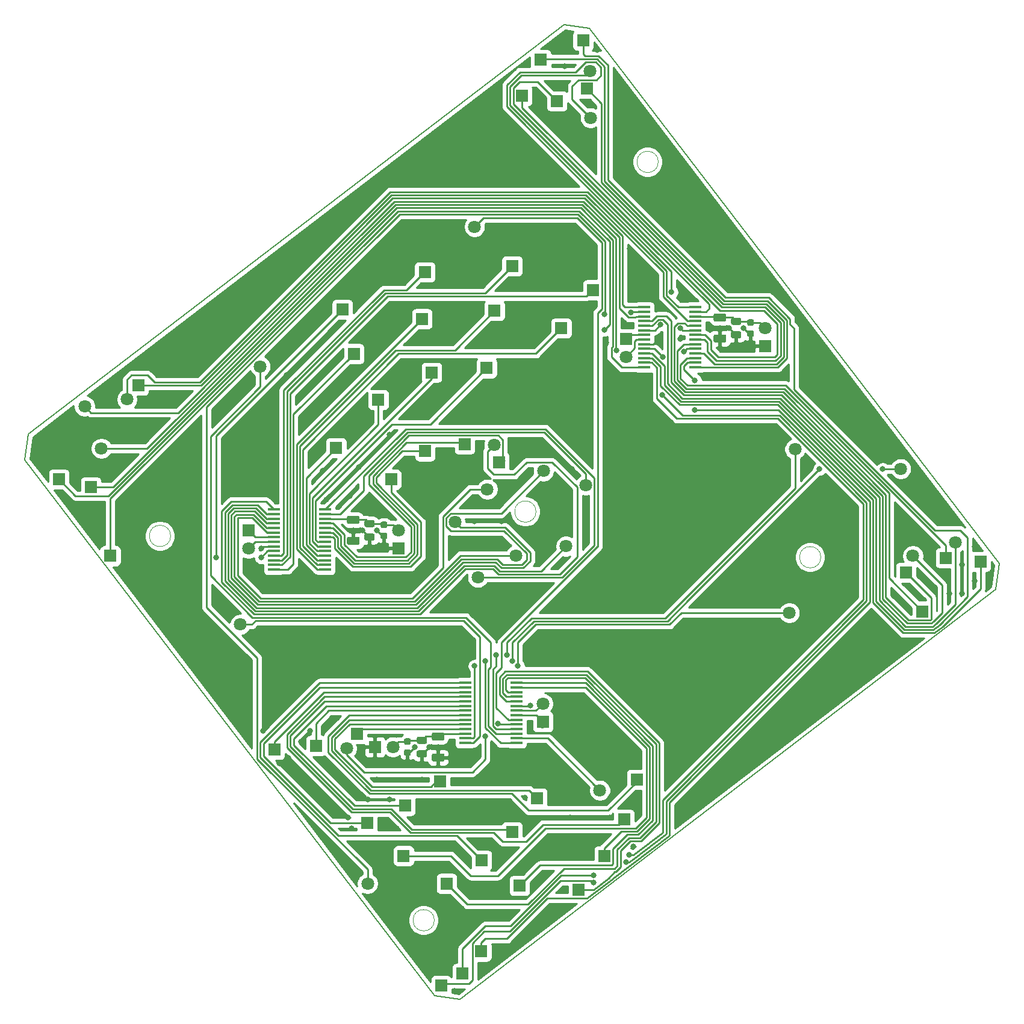
<source format=gbl>
G04 #@! TF.GenerationSoftware,KiCad,Pcbnew,5.1.9+dfsg1-1+deb11u1*
G04 #@! TF.CreationDate,2024-07-30T12:46:16+01:00*
G04 #@! TF.ProjectId,drivers,64726976-6572-4732-9e6b-696361645f70,rev?*
G04 #@! TF.SameCoordinates,Original*
G04 #@! TF.FileFunction,Copper,L2,Bot*
G04 #@! TF.FilePolarity,Positive*
%FSLAX46Y46*%
G04 Gerber Fmt 4.6, Leading zero omitted, Abs format (unit mm)*
G04 Created by KiCad (PCBNEW 5.1.9+dfsg1-1+deb11u1) date 2024-07-30 12:46:16*
%MOMM*%
%LPD*%
G01*
G04 APERTURE LIST*
G04 #@! TA.AperFunction,Profile*
%ADD10C,0.050000*%
G04 #@! TD*
G04 #@! TA.AperFunction,Profile*
%ADD11C,0.150000*%
G04 #@! TD*
G04 #@! TA.AperFunction,SMDPad,CuDef*
%ADD12R,1.750000X0.450000*%
G04 #@! TD*
G04 #@! TA.AperFunction,ComponentPad*
%ADD13C,1.800000*%
G04 #@! TD*
G04 #@! TA.AperFunction,ComponentPad*
%ADD14R,1.800000X1.800000*%
G04 #@! TD*
G04 #@! TA.AperFunction,ViaPad*
%ADD15C,0.800000*%
G04 #@! TD*
G04 #@! TA.AperFunction,Conductor*
%ADD16C,0.250000*%
G04 #@! TD*
G04 #@! TA.AperFunction,Conductor*
%ADD17C,0.254000*%
G04 #@! TD*
G04 #@! TA.AperFunction,Conductor*
%ADD18C,0.100000*%
G04 #@! TD*
G04 APERTURE END LIST*
D10*
X89068477Y-157426062D02*
G75*
G03*
X89068477Y-157426062I-1500000J0D01*
G01*
X120564477Y-50770062D02*
G75*
G03*
X120564477Y-50770062I-1500000J0D01*
G01*
X143424477Y-106372062D02*
G75*
G03*
X143424477Y-106372062I-1500000J0D01*
G01*
X51984477Y-103372062D02*
G75*
G03*
X51984477Y-103372062I-1500000J0D01*
G01*
D11*
X168510657Y-107287602D02*
X168025517Y-110929962D01*
X31975497Y-89073262D02*
X31487817Y-92710542D01*
X92706897Y-168514302D02*
X89074697Y-168029162D01*
X107296657Y-31483842D02*
X110908537Y-31951202D01*
X92706897Y-168514302D02*
X168025517Y-110929962D01*
X168510657Y-107287602D02*
X110908537Y-31951202D01*
X31975497Y-89073262D02*
X107296657Y-31483842D01*
X89074697Y-168029162D02*
X31487817Y-92710542D01*
D10*
X103370000Y-99951320D02*
G75*
G03*
X103370000Y-99951320I-1500000J0D01*
G01*
D12*
X66504000Y-108111000D03*
X66504000Y-107461000D03*
X66504000Y-106811000D03*
X66504000Y-106161000D03*
X66504000Y-105511000D03*
X66504000Y-104861000D03*
X66504000Y-104211000D03*
X66504000Y-103561000D03*
X66504000Y-102911000D03*
X66504000Y-102261000D03*
X66504000Y-101611000D03*
X66504000Y-100961000D03*
X66504000Y-100311000D03*
X66504000Y-99661000D03*
X73704000Y-99661000D03*
X73704000Y-100311000D03*
X73704000Y-100961000D03*
X73704000Y-101611000D03*
X73704000Y-102261000D03*
X73704000Y-102911000D03*
X73704000Y-103561000D03*
X73704000Y-104211000D03*
X73704000Y-104861000D03*
X73704000Y-105511000D03*
X73704000Y-106161000D03*
X73704000Y-106811000D03*
X73704000Y-107461000D03*
X73704000Y-108111000D03*
G04 #@! TA.AperFunction,SMDPad,CuDef*
G36*
G01*
X128574476Y-75038062D02*
X129874478Y-75038062D01*
G75*
G02*
X130124477Y-75288061I0J-249999D01*
G01*
X130124477Y-75938063D01*
G75*
G02*
X129874478Y-76188062I-249999J0D01*
G01*
X128574476Y-76188062D01*
G75*
G02*
X128324477Y-75938063I0J249999D01*
G01*
X128324477Y-75288061D01*
G75*
G02*
X128574476Y-75038062I249999J0D01*
G01*
G37*
G04 #@! TD.AperFunction*
G04 #@! TA.AperFunction,SMDPad,CuDef*
G36*
G01*
X128574476Y-72088062D02*
X129874478Y-72088062D01*
G75*
G02*
X130124477Y-72338061I0J-249999D01*
G01*
X130124477Y-72988063D01*
G75*
G02*
X129874478Y-73238062I-249999J0D01*
G01*
X128574476Y-73238062D01*
G75*
G02*
X128324477Y-72988063I0J249999D01*
G01*
X128324477Y-72338061D01*
G75*
G02*
X128574476Y-72088062I249999J0D01*
G01*
G37*
G04 #@! TD.AperFunction*
X100628000Y-124045000D03*
X100628000Y-124695000D03*
X100628000Y-125345000D03*
X100628000Y-125995000D03*
X100628000Y-126645000D03*
X100628000Y-127295000D03*
X100628000Y-127945000D03*
X100628000Y-128595000D03*
X100628000Y-129245000D03*
X100628000Y-129895000D03*
X100628000Y-130545000D03*
X100628000Y-131195000D03*
X100628000Y-131845000D03*
X100628000Y-132495000D03*
X93428000Y-132495000D03*
X93428000Y-131845000D03*
X93428000Y-131195000D03*
X93428000Y-130545000D03*
X93428000Y-129895000D03*
X93428000Y-129245000D03*
X93428000Y-128595000D03*
X93428000Y-127945000D03*
X93428000Y-127295000D03*
X93428000Y-126645000D03*
X93428000Y-125995000D03*
X93428000Y-125345000D03*
X93428000Y-124695000D03*
X93428000Y-124045000D03*
X125774000Y-79663000D03*
X125774000Y-79013000D03*
X125774000Y-78363000D03*
X125774000Y-77713000D03*
X125774000Y-77063000D03*
X125774000Y-76413000D03*
X125774000Y-75763000D03*
X125774000Y-75113000D03*
X125774000Y-74463000D03*
X125774000Y-73813000D03*
X125774000Y-73163000D03*
X125774000Y-72513000D03*
X125774000Y-71863000D03*
X125774000Y-71213000D03*
X118574000Y-71213000D03*
X118574000Y-71863000D03*
X118574000Y-72513000D03*
X118574000Y-73163000D03*
X118574000Y-73813000D03*
X118574000Y-74463000D03*
X118574000Y-75113000D03*
X118574000Y-75763000D03*
X118574000Y-76413000D03*
X118574000Y-77063000D03*
X118574000Y-77713000D03*
X118574000Y-78363000D03*
X118574000Y-79013000D03*
X118574000Y-79663000D03*
D13*
X97484089Y-90610486D03*
D14*
X160999412Y-106473216D03*
X98141489Y-93063938D03*
X93324310Y-90466117D03*
X87784864Y-91446859D03*
X82974182Y-95437930D03*
X96431602Y-79762476D03*
X88683876Y-80399837D03*
X81195598Y-84221183D03*
X75257910Y-90994566D03*
X106925511Y-74153835D03*
X97524136Y-71700073D03*
X87333737Y-72836949D03*
X77754778Y-77754666D03*
X111365416Y-68774046D03*
X100000104Y-65416548D03*
X87725815Y-66276612D03*
X78166096Y-131181806D03*
X89839052Y-137920589D03*
X103522366Y-140262726D03*
X117556827Y-137651159D03*
X72416832Y-132872033D03*
X84959012Y-141324156D03*
X99999773Y-145016607D03*
X115744334Y-143257908D03*
X66570775Y-133428856D03*
X79609763Y-143726347D03*
X95711718Y-149011905D03*
X112975293Y-148425653D03*
X84751055Y-148362405D03*
X101066678Y-152562298D03*
X90785752Y-152254480D03*
X47430638Y-82181328D03*
X155405119Y-108531957D03*
X43510000Y-106190000D03*
X106312274Y-42205966D03*
X101410000Y-41470000D03*
X157698852Y-113989468D03*
X40742051Y-96513347D03*
X110496779Y-40472920D03*
X95660000Y-161810000D03*
X104048316Y-36407720D03*
X36260000Y-95420000D03*
X93044912Y-164917920D03*
X165870000Y-106970000D03*
D13*
X96520051Y-96811214D03*
X100535924Y-106125638D03*
X104410827Y-94251699D03*
X91954120Y-101418705D03*
X107577395Y-104827335D03*
X95198809Y-109222998D03*
X110363000Y-96228179D03*
X94719777Y-59891607D03*
X76709204Y-133262446D03*
X139790982Y-91178704D03*
X64573156Y-79546128D03*
X112346035Y-139157128D03*
X154664068Y-93943054D03*
X61792553Y-115825874D03*
X139000543Y-114195204D03*
X111029568Y-44583000D03*
X162345406Y-104319174D03*
X156377135Y-106185303D03*
X42246701Y-91072607D03*
X79677765Y-152266742D03*
X39882458Y-85141438D03*
X45849450Y-84169152D03*
X110937867Y-37971512D03*
D14*
X76122098Y-71543224D03*
X109364467Y-153110749D03*
X109988644Y-33685157D03*
X90040000Y-166640000D03*
G04 #@! TA.AperFunction,SMDPad,CuDef*
G36*
G01*
X81730477Y-101361062D02*
X82230477Y-101361062D01*
G75*
G02*
X82455477Y-101586062I0J-225000D01*
G01*
X82455477Y-102036062D01*
G75*
G02*
X82230477Y-102261062I-225000J0D01*
G01*
X81730477Y-102261062D01*
G75*
G02*
X81505477Y-102036062I0J225000D01*
G01*
X81505477Y-101586062D01*
G75*
G02*
X81730477Y-101361062I225000J0D01*
G01*
G37*
G04 #@! TD.AperFunction*
G04 #@! TA.AperFunction,SMDPad,CuDef*
G36*
G01*
X81730477Y-102911062D02*
X82230477Y-102911062D01*
G75*
G02*
X82455477Y-103136062I0J-225000D01*
G01*
X82455477Y-103586062D01*
G75*
G02*
X82230477Y-103811062I-225000J0D01*
G01*
X81730477Y-103811062D01*
G75*
G02*
X81505477Y-103586062I0J225000D01*
G01*
X81505477Y-103136062D01*
G75*
G02*
X81730477Y-102911062I225000J0D01*
G01*
G37*
G04 #@! TD.AperFunction*
G04 #@! TA.AperFunction,SMDPad,CuDef*
G36*
G01*
X79473477Y-103036062D02*
X80423477Y-103036062D01*
G75*
G02*
X80673477Y-103286062I0J-250000D01*
G01*
X80673477Y-103786062D01*
G75*
G02*
X80423477Y-104036062I-250000J0D01*
G01*
X79473477Y-104036062D01*
G75*
G02*
X79223477Y-103786062I0J250000D01*
G01*
X79223477Y-103286062D01*
G75*
G02*
X79473477Y-103036062I250000J0D01*
G01*
G37*
G04 #@! TD.AperFunction*
G04 #@! TA.AperFunction,SMDPad,CuDef*
G36*
G01*
X79473477Y-101136062D02*
X80423477Y-101136062D01*
G75*
G02*
X80673477Y-101386062I0J-250000D01*
G01*
X80673477Y-101886062D01*
G75*
G02*
X80423477Y-102136062I-250000J0D01*
G01*
X79473477Y-102136062D01*
G75*
G02*
X79223477Y-101886062I0J250000D01*
G01*
X79223477Y-101386062D01*
G75*
G02*
X79473477Y-101136062I250000J0D01*
G01*
G37*
G04 #@! TD.AperFunction*
G04 #@! TA.AperFunction,SMDPad,CuDef*
G36*
G01*
X77012476Y-100536062D02*
X78312478Y-100536062D01*
G75*
G02*
X78562477Y-100786061I0J-249999D01*
G01*
X78562477Y-101436063D01*
G75*
G02*
X78312478Y-101686062I-249999J0D01*
G01*
X77012476Y-101686062D01*
G75*
G02*
X76762477Y-101436063I0J249999D01*
G01*
X76762477Y-100786061D01*
G75*
G02*
X77012476Y-100536062I249999J0D01*
G01*
G37*
G04 #@! TD.AperFunction*
G04 #@! TA.AperFunction,SMDPad,CuDef*
G36*
G01*
X77012476Y-103486062D02*
X78312478Y-103486062D01*
G75*
G02*
X78562477Y-103736061I0J-249999D01*
G01*
X78562477Y-104386063D01*
G75*
G02*
X78312478Y-104636062I-249999J0D01*
G01*
X77012476Y-104636062D01*
G75*
G02*
X76762477Y-104386063I0J249999D01*
G01*
X76762477Y-103736061D01*
G75*
G02*
X77012476Y-103486062I249999J0D01*
G01*
G37*
G04 #@! TD.AperFunction*
G04 #@! TA.AperFunction,SMDPad,CuDef*
G36*
G01*
X85032477Y-133391062D02*
X85532477Y-133391062D01*
G75*
G02*
X85757477Y-133616062I0J-225000D01*
G01*
X85757477Y-134066062D01*
G75*
G02*
X85532477Y-134291062I-225000J0D01*
G01*
X85032477Y-134291062D01*
G75*
G02*
X84807477Y-134066062I0J225000D01*
G01*
X84807477Y-133616062D01*
G75*
G02*
X85032477Y-133391062I225000J0D01*
G01*
G37*
G04 #@! TD.AperFunction*
G04 #@! TA.AperFunction,SMDPad,CuDef*
G36*
G01*
X85032477Y-131841062D02*
X85532477Y-131841062D01*
G75*
G02*
X85757477Y-132066062I0J-225000D01*
G01*
X85757477Y-132516062D01*
G75*
G02*
X85532477Y-132741062I-225000J0D01*
G01*
X85032477Y-132741062D01*
G75*
G02*
X84807477Y-132516062I0J225000D01*
G01*
X84807477Y-132066062D01*
G75*
G02*
X85032477Y-131841062I225000J0D01*
G01*
G37*
G04 #@! TD.AperFunction*
G04 #@! TA.AperFunction,SMDPad,CuDef*
G36*
G01*
X86839477Y-133516062D02*
X87789477Y-133516062D01*
G75*
G02*
X88039477Y-133766062I0J-250000D01*
G01*
X88039477Y-134266062D01*
G75*
G02*
X87789477Y-134516062I-250000J0D01*
G01*
X86839477Y-134516062D01*
G75*
G02*
X86589477Y-134266062I0J250000D01*
G01*
X86589477Y-133766062D01*
G75*
G02*
X86839477Y-133516062I250000J0D01*
G01*
G37*
G04 #@! TD.AperFunction*
G04 #@! TA.AperFunction,SMDPad,CuDef*
G36*
G01*
X86839477Y-131616062D02*
X87789477Y-131616062D01*
G75*
G02*
X88039477Y-131866062I0J-250000D01*
G01*
X88039477Y-132366062D01*
G75*
G02*
X87789477Y-132616062I-250000J0D01*
G01*
X86839477Y-132616062D01*
G75*
G02*
X86589477Y-132366062I0J250000D01*
G01*
X86589477Y-131866062D01*
G75*
G02*
X86839477Y-131616062I250000J0D01*
G01*
G37*
G04 #@! TD.AperFunction*
G04 #@! TA.AperFunction,SMDPad,CuDef*
G36*
G01*
X88950476Y-131016062D02*
X90250478Y-131016062D01*
G75*
G02*
X90500477Y-131266061I0J-249999D01*
G01*
X90500477Y-131916063D01*
G75*
G02*
X90250478Y-132166062I-249999J0D01*
G01*
X88950476Y-132166062D01*
G75*
G02*
X88700477Y-131916063I0J249999D01*
G01*
X88700477Y-131266061D01*
G75*
G02*
X88950476Y-131016062I249999J0D01*
G01*
G37*
G04 #@! TD.AperFunction*
G04 #@! TA.AperFunction,SMDPad,CuDef*
G36*
G01*
X88950476Y-133966062D02*
X90250478Y-133966062D01*
G75*
G02*
X90500477Y-134216061I0J-249999D01*
G01*
X90500477Y-134866063D01*
G75*
G02*
X90250478Y-135116062I-249999J0D01*
G01*
X88950476Y-135116062D01*
G75*
G02*
X88700477Y-134866063I0J249999D01*
G01*
X88700477Y-134216061D01*
G75*
G02*
X88950476Y-133966062I249999J0D01*
G01*
G37*
G04 #@! TD.AperFunction*
G04 #@! TA.AperFunction,SMDPad,CuDef*
G36*
G01*
X133292477Y-72913062D02*
X133792477Y-72913062D01*
G75*
G02*
X134017477Y-73138062I0J-225000D01*
G01*
X134017477Y-73588062D01*
G75*
G02*
X133792477Y-73813062I-225000J0D01*
G01*
X133292477Y-73813062D01*
G75*
G02*
X133067477Y-73588062I0J225000D01*
G01*
X133067477Y-73138062D01*
G75*
G02*
X133292477Y-72913062I225000J0D01*
G01*
G37*
G04 #@! TD.AperFunction*
G04 #@! TA.AperFunction,SMDPad,CuDef*
G36*
G01*
X133292477Y-74463062D02*
X133792477Y-74463062D01*
G75*
G02*
X134017477Y-74688062I0J-225000D01*
G01*
X134017477Y-75138062D01*
G75*
G02*
X133792477Y-75363062I-225000J0D01*
G01*
X133292477Y-75363062D01*
G75*
G02*
X133067477Y-75138062I0J225000D01*
G01*
X133067477Y-74688062D01*
G75*
G02*
X133292477Y-74463062I225000J0D01*
G01*
G37*
G04 #@! TD.AperFunction*
G04 #@! TA.AperFunction,SMDPad,CuDef*
G36*
G01*
X131035477Y-72688062D02*
X131985477Y-72688062D01*
G75*
G02*
X132235477Y-72938062I0J-250000D01*
G01*
X132235477Y-73438062D01*
G75*
G02*
X131985477Y-73688062I-250000J0D01*
G01*
X131035477Y-73688062D01*
G75*
G02*
X130785477Y-73438062I0J250000D01*
G01*
X130785477Y-72938062D01*
G75*
G02*
X131035477Y-72688062I250000J0D01*
G01*
G37*
G04 #@! TD.AperFunction*
G04 #@! TA.AperFunction,SMDPad,CuDef*
G36*
G01*
X131035477Y-74588062D02*
X131985477Y-74588062D01*
G75*
G02*
X132235477Y-74838062I0J-250000D01*
G01*
X132235477Y-75338062D01*
G75*
G02*
X131985477Y-75588062I-250000J0D01*
G01*
X131035477Y-75588062D01*
G75*
G02*
X130785477Y-75338062I0J250000D01*
G01*
X130785477Y-74838062D01*
G75*
G02*
X131035477Y-74588062I250000J0D01*
G01*
G37*
G04 #@! TD.AperFunction*
X84012477Y-105126062D03*
X80710477Y-133066062D03*
X135574477Y-76678062D03*
D13*
X62930477Y-105126062D03*
D14*
X62930477Y-102586062D03*
D13*
X104332477Y-126970062D03*
D14*
X104332477Y-129510062D03*
D13*
X116016477Y-78202062D03*
D14*
X116016477Y-75662062D03*
D13*
X84012477Y-102586062D03*
X83250477Y-133066062D03*
X135574477Y-74138062D03*
D15*
X64708477Y-106396062D03*
X58358477Y-106396062D03*
X98044000Y-129794000D03*
X96266000Y-131572000D03*
X99314000Y-120142000D03*
X97790000Y-120142000D03*
X100076000Y-120929580D03*
X96229010Y-120929580D03*
X152146000Y-93980000D03*
X143256000Y-93980000D03*
X100838000Y-121666000D03*
X94742000Y-121666000D03*
X122428000Y-69088000D03*
X120904000Y-73660000D03*
X116749750Y-71938010D03*
X113005469Y-72164708D03*
X123698000Y-74168000D03*
X112968477Y-74422000D03*
X124206000Y-77470000D03*
X114709487Y-77263261D03*
X125730000Y-85634990D03*
X125730000Y-81484912D03*
X116491749Y-148269516D03*
X111506000Y-151130000D03*
X121158000Y-83566000D03*
X116019472Y-149275448D03*
X111506000Y-152130013D03*
X121179119Y-78194979D03*
X78932477Y-102586062D03*
X77662477Y-102586062D03*
X80964477Y-102586062D03*
X89600477Y-133066062D03*
X88330477Y-133066062D03*
X86298477Y-133066062D03*
X102554642Y-127219990D03*
X129224477Y-74138062D03*
X130494477Y-74138062D03*
X132526477Y-74138062D03*
X64708477Y-105126062D03*
X62930477Y-107412062D03*
X65216477Y-110714062D03*
X67248477Y-109698062D03*
X70550477Y-110714062D03*
X75630477Y-110714062D03*
X83250477Y-109190062D03*
X89600477Y-95474062D03*
X94934477Y-95220062D03*
X88076477Y-107666062D03*
X96458477Y-103856062D03*
X98998477Y-104872062D03*
X94680477Y-101316062D03*
X98490477Y-101316062D03*
X97728477Y-98776062D03*
X100014477Y-96236062D03*
X101030477Y-91156062D03*
X104840477Y-91156062D03*
X108396477Y-93950062D03*
X103824477Y-106904062D03*
X107634477Y-102586062D03*
X103062477Y-97506062D03*
X90108477Y-113508062D03*
X93410477Y-110460062D03*
X104332477Y-110460062D03*
X77662477Y-87600062D03*
X72328477Y-91664062D03*
X84266477Y-81504062D03*
X87568477Y-85568062D03*
X92648477Y-79980062D03*
X73852477Y-98268062D03*
X78424477Y-93696062D03*
X82742477Y-89124062D03*
X77154477Y-97760062D03*
X79948477Y-99284062D03*
X73344477Y-94204062D03*
X71058477Y-86838062D03*
X76900477Y-81250062D03*
X72836477Y-81250062D03*
X81472477Y-74900062D03*
X91378477Y-73630062D03*
X100776477Y-74392062D03*
X96458477Y-82520062D03*
X102300477Y-79472062D03*
X109920477Y-76424062D03*
X109920477Y-90394062D03*
X110428477Y-99030062D03*
X110428477Y-104110062D03*
X102808477Y-68042062D03*
X109158477Y-62962062D03*
X100014477Y-61946062D03*
X92902477Y-66264062D03*
X86298477Y-61946062D03*
X79948477Y-67026062D03*
X72582477Y-72868062D03*
X67248477Y-77440062D03*
X75122477Y-74138062D03*
X68264477Y-80742062D03*
X66232477Y-90140062D03*
X58612477Y-86330062D03*
X62168477Y-82774062D03*
X53532477Y-83536062D03*
X48452477Y-84552062D03*
X42864477Y-84044062D03*
X34482477Y-89632062D03*
X39054477Y-94204062D03*
X48198477Y-88108062D03*
X42356477Y-88108062D03*
X43626477Y-93696062D03*
X36514477Y-97506062D03*
X41848477Y-103856062D03*
X115762477Y-73376062D03*
X120588477Y-75662062D03*
X123636477Y-75662062D03*
X116524477Y-62962062D03*
X118302477Y-67534062D03*
X120588477Y-71090062D03*
X124398477Y-69820062D03*
X107888477Y-32736062D03*
X107126477Y-34768062D03*
X107380477Y-37308062D03*
X106364477Y-39848062D03*
X103824477Y-42134062D03*
X110936477Y-50262062D03*
X107634477Y-46198062D03*
X110936477Y-42642062D03*
X111952477Y-35022062D03*
X114746477Y-39848062D03*
X116778477Y-46452062D03*
X115762477Y-53056062D03*
X122874477Y-52802062D03*
X124906477Y-59152062D03*
X131764477Y-66264062D03*
X139384477Y-71090062D03*
X141416477Y-74646062D03*
X141924477Y-82012062D03*
X146242477Y-82012062D03*
X149544477Y-88108062D03*
X157164477Y-96490062D03*
X160212477Y-100046062D03*
X128970477Y-80996062D03*
X136590477Y-80996062D03*
X113222477Y-76170062D03*
X113476477Y-79980062D03*
X118810477Y-82520062D03*
X113476477Y-92172062D03*
X136590477Y-89124062D03*
X132018477Y-101570062D03*
X113222477Y-105634062D03*
X105856477Y-113508062D03*
X123636477Y-96236062D03*
X141162477Y-93696062D03*
X143956477Y-96236062D03*
X135828477Y-105126062D03*
X147512477Y-104872062D03*
X126684477Y-112746062D03*
X143956477Y-110714062D03*
X136336477Y-119096062D03*
X131002477Y-116302062D03*
X104078477Y-117318062D03*
X114746477Y-123922062D03*
X121604477Y-122144062D03*
X126684477Y-125192062D03*
X154370477Y-100300062D03*
X154370477Y-106396062D03*
X158434477Y-109698062D03*
X161482477Y-111476062D03*
X156656477Y-111222062D03*
X154624477Y-112492062D03*
X163260477Y-111476062D03*
X163260477Y-107412062D03*
X165038477Y-109698062D03*
X167070477Y-109190062D03*
X165038477Y-104872062D03*
X156402477Y-103348062D03*
X158688477Y-106142062D03*
X160974477Y-108682062D03*
X150560477Y-114016062D03*
X156148477Y-118334062D03*
X149036477Y-117572062D03*
X123636477Y-141956062D03*
X126938477Y-139162062D03*
X130240477Y-136622062D03*
X133288477Y-133828062D03*
X136590477Y-130780062D03*
X139892477Y-127732062D03*
X144718477Y-125446062D03*
X146242477Y-121128062D03*
X151068477Y-121382062D03*
X107634477Y-53564062D03*
X97728477Y-40610062D03*
X97728477Y-42896062D03*
X103570477Y-50516062D03*
X100268477Y-46960062D03*
X100268477Y-53564062D03*
X92648477Y-53564062D03*
X84266477Y-53564062D03*
X90616477Y-47976062D03*
X96204477Y-50262062D03*
X80710477Y-53564062D03*
X78678477Y-56104062D03*
X55564477Y-80488062D03*
X47436477Y-79218062D03*
X44134477Y-81758062D03*
X50992477Y-84044062D03*
X50230477Y-80488062D03*
X59628477Y-75916062D03*
X64962477Y-70836062D03*
X69788477Y-65756062D03*
X74106477Y-61184062D03*
X64962477Y-66518062D03*
X59628477Y-70074062D03*
X53278477Y-74900062D03*
X37530477Y-86838062D03*
X34482477Y-93442062D03*
X42102477Y-99030062D03*
X39816477Y-100554062D03*
X38800477Y-90648062D03*
X55818477Y-87600062D03*
X45150477Y-99030062D03*
X49976477Y-94204062D03*
X45404477Y-104110062D03*
X44896477Y-108174062D03*
X49214477Y-112746062D03*
X53024477Y-117826062D03*
X56580477Y-122652062D03*
X62930477Y-131796062D03*
X59882477Y-126970062D03*
X62676477Y-121128062D03*
X59120477Y-117572062D03*
X55818477Y-114524062D03*
X60136477Y-114016062D03*
X58358477Y-111476062D03*
X55310477Y-94204062D03*
X55310477Y-99030062D03*
X55310477Y-104110062D03*
X55310477Y-109952062D03*
X50484477Y-100046062D03*
X50992477Y-107920062D03*
X62676477Y-126208062D03*
X59882477Y-96998062D03*
X59882477Y-90140062D03*
X66486477Y-97506062D03*
X66232477Y-84044062D03*
X63184477Y-93696062D03*
X63184477Y-87346062D03*
X70550477Y-107920062D03*
X85028477Y-110714062D03*
X78170477Y-109190062D03*
X80456477Y-110714062D03*
X75884477Y-107920062D03*
X96712477Y-110714062D03*
X97728477Y-117064062D03*
X101030477Y-114016062D03*
X94426477Y-113762062D03*
X100268477Y-110714062D03*
X97728477Y-113508062D03*
X102046477Y-103094062D03*
X106110477Y-95728062D03*
X107634477Y-97252062D03*
X107634477Y-100046062D03*
X105094477Y-100808062D03*
X91378477Y-105888062D03*
X91378477Y-103856062D03*
X94172477Y-104872062D03*
X88838477Y-101316062D03*
X88838477Y-104872062D03*
X87568477Y-99284062D03*
X85028477Y-97252062D03*
X84520477Y-93442062D03*
X87822477Y-93442062D03*
X90616477Y-91664062D03*
X93410477Y-92426062D03*
X95442477Y-90394062D03*
X91124477Y-97506062D03*
X91632477Y-86838062D03*
X97728477Y-86838062D03*
X104586477Y-86838062D03*
X109920477Y-83790062D03*
X109920477Y-72106062D03*
X64962477Y-130780062D03*
X71312477Y-123414062D03*
X68518477Y-126716062D03*
X65470477Y-120112062D03*
X65470477Y-125446062D03*
X63184477Y-117572062D03*
X65470477Y-116556062D03*
X70550477Y-116556062D03*
X75630477Y-116556062D03*
X80456477Y-116556062D03*
X85028477Y-116556062D03*
X90108477Y-116556062D03*
X93664477Y-117572062D03*
X93156477Y-120620062D03*
X90108477Y-122906062D03*
X85028477Y-122906062D03*
X80456477Y-122906062D03*
X75630477Y-122906062D03*
X73344477Y-119858062D03*
X82488477Y-119858062D03*
X106618477Y-107412062D03*
X73598477Y-130272062D03*
X70296477Y-132304062D03*
X71566477Y-130780062D03*
X75376477Y-129002062D03*
X67248477Y-135352062D03*
X68518477Y-134590062D03*
X70550477Y-137638062D03*
X76900477Y-142972062D03*
X73598477Y-140686062D03*
X77408477Y-144496062D03*
X81726477Y-143988062D03*
X83758477Y-144496062D03*
X72582477Y-144750062D03*
X77916477Y-150846062D03*
X77916477Y-146782062D03*
X93664477Y-148814062D03*
X86552477Y-147290062D03*
X91632477Y-146782062D03*
X82742477Y-146782062D03*
X82488477Y-150592062D03*
X80456477Y-154402062D03*
X90616477Y-150084062D03*
X87314477Y-151354062D03*
X84520477Y-159482062D03*
X88330477Y-164562062D03*
X91124477Y-164562062D03*
X91632477Y-163038062D03*
X99252477Y-156688062D03*
X95442477Y-156688062D03*
X93156477Y-158974062D03*
X89346477Y-160244062D03*
X94172477Y-152878062D03*
X98744477Y-153132062D03*
X103824477Y-151608062D03*
X101030477Y-150338062D03*
X110682477Y-148052062D03*
X112460477Y-145766062D03*
X105348477Y-145766062D03*
X103570477Y-148052062D03*
X107380477Y-153132062D03*
X91886477Y-167356062D03*
X95696477Y-164816062D03*
X95696477Y-163800062D03*
X97220477Y-163546062D03*
X97982477Y-161768062D03*
X101030477Y-160498062D03*
X104332477Y-157704062D03*
X107126477Y-155672062D03*
X95696477Y-146528062D03*
X98744477Y-148306062D03*
X113730477Y-142972062D03*
X108142477Y-142972062D03*
X102300477Y-143734062D03*
X98490477Y-142210062D03*
X92648477Y-142210062D03*
X87568477Y-141194062D03*
X86806477Y-143226062D03*
X117032477Y-147036062D03*
X117286477Y-140940062D03*
X101792477Y-140178062D03*
X87314477Y-137638062D03*
X80964477Y-137638062D03*
X82742477Y-140432062D03*
X79694477Y-140432062D03*
X73598477Y-135098062D03*
X76392477Y-137892062D03*
X92394477Y-137892062D03*
X98998477Y-134590062D03*
X105856477Y-140178062D03*
X110428477Y-140178062D03*
X104332477Y-134590062D03*
X102046477Y-137638062D03*
X114746477Y-137892062D03*
X106872477Y-131034062D03*
X110682477Y-134590062D03*
X106872477Y-126970062D03*
X111698477Y-129256062D03*
X116016477Y-133574062D03*
X102808477Y-120874062D03*
X109412477Y-120874062D03*
X109412477Y-117318062D03*
X116270477Y-117318062D03*
X123382477Y-117318062D03*
X119318477Y-127732062D03*
X122112477Y-137638062D03*
X127446477Y-131542062D03*
X133796477Y-124938062D03*
X142432477Y-116048062D03*
X137098477Y-112492062D03*
X120842477Y-113000062D03*
X137860477Y-95728062D03*
X125922477Y-89124062D03*
X123382477Y-105380062D03*
D16*
X66504000Y-102911000D02*
X65795415Y-102911000D01*
X90279108Y-100637431D02*
X90279108Y-107840893D01*
X94105325Y-96811214D02*
X90279108Y-100637431D01*
X61406477Y-100808062D02*
X63438477Y-100808062D01*
X61406477Y-108936062D02*
X61406477Y-100808062D01*
X64606400Y-112135985D02*
X61406477Y-108936062D01*
X65541415Y-102911000D02*
X66504000Y-102911000D01*
X63438477Y-100808062D02*
X65541415Y-102911000D01*
X85984015Y-112135985D02*
X64606400Y-112135985D01*
X90279108Y-107840893D02*
X85984015Y-112135985D01*
X96520051Y-96811214D02*
X94105325Y-96811214D01*
X98141489Y-93063938D02*
X98452062Y-93063938D01*
X98709090Y-92806910D02*
X98963090Y-92806910D01*
X98452062Y-93063938D02*
X98709090Y-92806910D01*
X78164288Y-106351063D02*
X85073476Y-106351063D01*
X76437467Y-103219468D02*
X76437467Y-104624242D01*
X76437467Y-104624242D02*
X78164288Y-106351063D01*
X85790475Y-105634064D02*
X85790475Y-102080881D01*
X73704000Y-101611000D02*
X74829000Y-101611000D01*
X74829000Y-101611000D02*
X76437467Y-103219468D01*
X85790475Y-102080881D02*
X79865797Y-96156202D01*
X79865797Y-94883382D02*
X85508062Y-89241116D01*
X79865797Y-96156202D02*
X79865797Y-94883382D01*
X85073476Y-106351063D02*
X85790475Y-105634064D01*
X98709090Y-89850675D02*
X98099531Y-89241116D01*
X98709090Y-92496337D02*
X98709090Y-89850675D01*
X98141489Y-93063938D02*
X98709090Y-92496337D01*
X85508062Y-89241116D02*
X98099531Y-89241116D01*
X86296004Y-112585996D02*
X92756362Y-106125638D01*
X60956466Y-109122462D02*
X64420000Y-112585996D01*
X61220077Y-100358051D02*
X60956466Y-100621662D01*
X92756362Y-106125638D02*
X100535924Y-106125638D01*
X64420000Y-112585996D02*
X86296004Y-112585996D01*
X60956466Y-100621662D02*
X60956466Y-109122462D01*
X63624877Y-100358051D02*
X61220077Y-100358051D01*
X65527826Y-102261000D02*
X63624877Y-100358051D01*
X66504000Y-102261000D02*
X65527826Y-102261000D01*
X102046477Y-105823189D02*
X102046477Y-106775652D01*
X91366119Y-102643706D02*
X98866994Y-102643706D01*
X98866994Y-102643706D02*
X102046477Y-105823189D01*
X90729119Y-102006706D02*
X91366119Y-102643706D01*
X104410827Y-94251699D02*
X98468823Y-100193704D01*
X90729119Y-100830704D02*
X90729119Y-102006706D01*
X102046477Y-106775652D02*
X101399175Y-107422954D01*
X98658543Y-107422954D02*
X97883555Y-106647965D01*
X97883555Y-106647965D02*
X92870446Y-106647965D01*
X86482404Y-113036007D02*
X64233600Y-113036007D01*
X60506455Y-109308862D02*
X60506455Y-100435262D01*
X60506455Y-100435262D02*
X61033677Y-99908040D01*
X92870446Y-106647965D02*
X86482404Y-113036007D01*
X65514235Y-101611000D02*
X66504000Y-101611000D01*
X63811277Y-99908040D02*
X65514235Y-101611000D01*
X61033677Y-99908040D02*
X63811277Y-99908040D01*
X64233600Y-113036007D02*
X60506455Y-109308862D01*
X101399175Y-107422954D02*
X98658543Y-107422954D01*
X91366119Y-100193704D02*
X90729119Y-100830704D01*
X98468823Y-100193704D02*
X91366119Y-100193704D01*
X65500646Y-100961000D02*
X66504000Y-100961000D01*
X97697155Y-107097976D02*
X93056846Y-107097976D01*
X91954120Y-101418705D02*
X92729110Y-102193695D01*
X86668804Y-113486018D02*
X64047200Y-113486018D01*
X93056846Y-107097976D02*
X86668804Y-113486018D01*
X60056444Y-109495262D02*
X60056444Y-100248862D01*
X64047200Y-113486018D02*
X60056444Y-109495262D01*
X102554477Y-105694778D02*
X102554477Y-106904062D01*
X99053394Y-102193695D02*
X102554477Y-105694778D01*
X101585574Y-107872965D02*
X98472143Y-107872965D01*
X60847277Y-99458029D02*
X63997677Y-99458029D01*
X98472143Y-107872965D02*
X97697155Y-107097976D01*
X63997677Y-99458029D02*
X65500646Y-100961000D01*
X102554477Y-106904062D02*
X101585574Y-107872965D01*
X60056444Y-100248862D02*
X60847277Y-99458029D01*
X92729110Y-102193695D02*
X99053394Y-102193695D01*
X59606433Y-100062462D02*
X59606433Y-109681662D01*
X86855204Y-113936029D02*
X93243246Y-107547987D01*
X93243246Y-107547987D02*
X97510755Y-107547987D01*
X65487057Y-100311000D02*
X64184077Y-99008018D01*
X97510755Y-107547987D02*
X98285744Y-108322976D01*
X63860800Y-113936029D02*
X86855204Y-113936029D01*
X98285744Y-108322976D02*
X104081754Y-108322976D01*
X59606433Y-109681662D02*
X63860800Y-113936029D01*
X104081754Y-108322976D02*
X107577395Y-104827335D01*
X60660877Y-99008018D02*
X59606433Y-100062462D01*
X64184077Y-99008018D02*
X60660877Y-99008018D01*
X66504000Y-100311000D02*
X65487057Y-100311000D01*
X63674400Y-114386040D02*
X59156422Y-109868062D01*
X109137999Y-96529458D02*
X109137999Y-106343999D01*
X97484089Y-90610486D02*
X96584090Y-91510485D01*
X60474477Y-98558007D02*
X65401007Y-98558007D01*
X65401007Y-98558007D02*
X66504000Y-99661000D01*
X97324355Y-107997998D02*
X93429646Y-107997998D01*
X59156422Y-99876062D02*
X60474477Y-98558007D01*
X87041604Y-114386040D02*
X63674400Y-114386040D01*
X96584090Y-91510485D02*
X96584090Y-93891541D01*
X97434549Y-94742000D02*
X100330000Y-94742000D01*
X105635239Y-93026698D02*
X109137999Y-96529458D01*
X100330000Y-94742000D02*
X102045302Y-93026698D01*
X59156422Y-109868062D02*
X59156422Y-99876062D01*
X102045302Y-93026698D02*
X105635239Y-93026698D01*
X98099345Y-108772987D02*
X97324355Y-107997998D01*
X106709011Y-108772987D02*
X98099345Y-108772987D01*
X109137999Y-106343999D02*
X106709011Y-108772987D01*
X96584090Y-93891541D02*
X97434549Y-94742000D01*
X93429646Y-107997998D02*
X87041604Y-114386040D01*
X95198809Y-109222998D02*
X107056592Y-109222998D01*
X85023902Y-88341098D02*
X73704000Y-99661000D01*
X107056592Y-109222998D02*
X111588001Y-104691589D01*
X111588001Y-104691589D02*
X111588001Y-95235176D01*
X111588001Y-95235176D02*
X104693923Y-88341098D01*
X104693923Y-88341098D02*
X85023902Y-88341098D01*
X79131511Y-97018900D02*
X75839410Y-100311000D01*
X79131511Y-94981257D02*
X79131511Y-97018900D01*
X85321663Y-88791105D02*
X79131511Y-94981257D01*
X75839410Y-100311000D02*
X73704000Y-100311000D01*
X104507520Y-88791105D02*
X85321663Y-88791105D01*
X110363000Y-94646585D02*
X104507520Y-88791105D01*
X110363000Y-96228179D02*
X110363000Y-94646585D01*
X85163732Y-90221858D02*
X80438003Y-94947588D01*
X93324310Y-90466117D02*
X93080051Y-90221858D01*
X86240486Y-101894481D02*
X86240486Y-105820463D01*
X80438003Y-94947588D02*
X80438003Y-96091998D01*
X75942467Y-104765653D02*
X75942467Y-103374466D01*
X85259875Y-106801074D02*
X77977888Y-106801074D01*
X75942467Y-103374466D02*
X74829000Y-102261000D01*
X74829000Y-102261000D02*
X73704000Y-102261000D01*
X93080051Y-90221858D02*
X85163732Y-90221858D01*
X86240486Y-105820463D02*
X85259875Y-106801074D01*
X80438003Y-96091998D02*
X86240486Y-101894481D01*
X77977888Y-106801074D02*
X75942467Y-104765653D01*
X80906488Y-95120622D02*
X84580251Y-91446859D01*
X84580251Y-91446859D02*
X87784864Y-91446859D01*
X86690499Y-106006862D02*
X86690499Y-101708083D01*
X75492458Y-104952054D02*
X77791489Y-107251085D01*
X74829000Y-102911000D02*
X75492459Y-103574459D01*
X73704000Y-102911000D02*
X74829000Y-102911000D01*
X86690499Y-101708083D02*
X80906488Y-95924073D01*
X77791489Y-107251085D02*
X85446276Y-107251085D01*
X85446276Y-107251085D02*
X86690499Y-106006862D01*
X80906488Y-95924073D02*
X80906488Y-95120622D01*
X75492459Y-103574459D02*
X75492458Y-104952054D01*
X77605090Y-107701096D02*
X85755443Y-107701096D01*
X75042449Y-105138455D02*
X77605090Y-107701096D01*
X75042448Y-103776031D02*
X75042449Y-105138455D01*
X74827415Y-103561000D02*
X75042448Y-103776031D01*
X73704000Y-103561000D02*
X74827415Y-103561000D01*
X85755443Y-107701096D02*
X87187477Y-106269062D01*
X82974182Y-97229767D02*
X87187477Y-101443062D01*
X82974182Y-95437930D02*
X82974182Y-97229767D01*
X87187477Y-106269062D02*
X87187477Y-101443062D01*
X72668998Y-104211000D02*
X73704000Y-104211000D01*
X72390000Y-98423590D02*
X72390000Y-103932002D01*
X83125599Y-87687991D02*
X72390000Y-98423590D01*
X88506087Y-87687991D02*
X83125599Y-87687991D01*
X72390000Y-103932002D02*
X72668998Y-104211000D01*
X96431602Y-79762476D02*
X88506087Y-87687991D01*
X72682588Y-104861000D02*
X73704000Y-104861000D01*
X71939990Y-104118402D02*
X72682588Y-104861000D01*
X71939990Y-97986010D02*
X71939990Y-104118402D01*
X88683876Y-81242124D02*
X71939990Y-97986010D01*
X88683876Y-80399837D02*
X88683876Y-81242124D01*
X72579000Y-105511000D02*
X73704000Y-105511000D01*
X71489979Y-104421979D02*
X72579000Y-105511000D01*
X71489979Y-97420021D02*
X71489979Y-104421979D01*
X81195598Y-87714402D02*
X71489979Y-97420021D01*
X81195598Y-84221183D02*
X81195598Y-87714402D01*
X71039971Y-95212505D02*
X75257910Y-90994566D01*
X71039971Y-104608381D02*
X71039971Y-95212505D01*
X72592590Y-106161000D02*
X71039971Y-104608381D01*
X73704000Y-106161000D02*
X72592590Y-106161000D01*
X106925511Y-74176489D02*
X103378000Y-77724000D01*
X84074000Y-77724000D02*
X70589961Y-91208039D01*
X103378000Y-77724000D02*
X84074000Y-77724000D01*
X72606180Y-106811000D02*
X73704000Y-106811000D01*
X106925511Y-74153835D02*
X106925511Y-74176489D01*
X70589961Y-104794781D02*
X72606180Y-106811000D01*
X70589961Y-91208039D02*
X70589961Y-104794781D01*
X73704000Y-107461000D02*
X72579000Y-107461000D01*
X72579000Y-107461000D02*
X70139951Y-105021951D01*
X70139951Y-105021951D02*
X70139950Y-90767639D01*
X70139950Y-90767639D02*
X83633600Y-77273989D01*
X83633600Y-77273989D02*
X91950220Y-77273989D01*
X91950220Y-77273989D02*
X97524136Y-71700073D01*
X73704000Y-108111000D02*
X72579000Y-108111000D01*
X72579000Y-108111000D02*
X69689941Y-105221941D01*
X69689941Y-105221941D02*
X69689941Y-90480745D01*
X69689941Y-90480745D02*
X87333737Y-72836949D01*
X69239932Y-86269512D02*
X77754778Y-77754666D01*
X69239932Y-107339932D02*
X69239932Y-86269512D01*
X68468864Y-108111000D02*
X69239932Y-107339932D01*
X66504000Y-108111000D02*
X68468864Y-108111000D01*
X67629000Y-107461000D02*
X66504000Y-107461000D01*
X68789922Y-106300078D02*
X67629000Y-107461000D01*
X68789922Y-83356078D02*
X68789922Y-106300078D01*
X82474772Y-69671228D02*
X68789922Y-83356078D01*
X110468234Y-69671228D02*
X82474772Y-69671228D01*
X111365416Y-68774046D02*
X110468234Y-69671228D01*
X67629000Y-106811000D02*
X66504000Y-106811000D01*
X68339911Y-106100089D02*
X67629000Y-106811000D01*
X100000104Y-65416548D02*
X96195435Y-69221217D01*
X82165604Y-69221217D02*
X68339911Y-83046910D01*
X96195435Y-69221217D02*
X82165604Y-69221217D01*
X68339911Y-83046910D02*
X68339911Y-106100089D01*
X66504000Y-106161000D02*
X67552592Y-106161000D01*
X67889902Y-105823690D02*
X67889902Y-82860509D01*
X67552592Y-106161000D02*
X67889902Y-105823690D01*
X87725815Y-66276612D02*
X87647388Y-66276612D01*
X85152794Y-68771206D02*
X81979206Y-68771206D01*
X87647388Y-66276612D02*
X85152794Y-68771206D01*
X67889902Y-82860509D02*
X81979206Y-68771206D01*
X65593539Y-105511000D02*
X64708477Y-106396062D01*
X66504000Y-105511000D02*
X65593539Y-105511000D01*
X58358477Y-106396062D02*
X58358477Y-89306844D01*
X62259868Y-85405453D02*
X76122098Y-71543224D01*
X58358477Y-89306844D02*
X62259868Y-85405453D01*
X62066076Y-85599246D02*
X62259868Y-85405453D01*
X97790000Y-122682000D02*
X97790000Y-127532000D01*
X98552000Y-121920000D02*
X97790000Y-122682000D01*
X98552000Y-118364000D02*
X98552000Y-121920000D01*
X97790000Y-127532000D02*
X99503000Y-129245000D01*
X99503000Y-129245000D02*
X100628000Y-129245000D01*
X112038012Y-104877987D02*
X111998207Y-104917792D01*
X112634446Y-62120031D02*
X112634446Y-71424093D01*
X109158477Y-58644062D02*
X112634446Y-62120031D01*
X95967322Y-58644062D02*
X109158477Y-58644062D01*
X94719777Y-59891607D02*
X95967322Y-58644062D01*
X112038012Y-72020527D02*
X112038012Y-104877987D01*
X112634446Y-71424093D02*
X112038012Y-72020527D01*
X111998207Y-104917792D02*
X98552000Y-118364000D01*
X93428000Y-130545000D02*
X85079000Y-130545000D01*
X78166096Y-131181806D02*
X78276733Y-131181806D01*
X78913539Y-130545000D02*
X85079000Y-130545000D01*
X78276733Y-131181806D02*
X78913539Y-130545000D01*
X98145000Y-129895000D02*
X98044000Y-129794000D01*
X100628000Y-129895000D02*
X98145000Y-129895000D01*
X76709204Y-134144789D02*
X76709204Y-133262446D01*
X79186477Y-136622062D02*
X76709204Y-134144789D01*
X94426477Y-136622062D02*
X79186477Y-136622062D01*
X96266000Y-134782539D02*
X94426477Y-136622062D01*
X96266000Y-131572000D02*
X96266000Y-134782539D01*
X98563000Y-130545000D02*
X100628000Y-130545000D01*
X98541000Y-130545000D02*
X98563000Y-130545000D01*
X97318998Y-130142002D02*
X97721996Y-130545000D01*
X97790000Y-121666000D02*
X97318998Y-122137002D01*
X97790000Y-120142000D02*
X97790000Y-121666000D01*
X97318998Y-122137002D02*
X97318998Y-130142002D01*
X97721996Y-130545000D02*
X98563000Y-130545000D01*
X139790982Y-96683018D02*
X139790982Y-91178704D01*
X121550022Y-114923978D02*
X139790982Y-96683018D01*
X102754022Y-114923978D02*
X121550022Y-114923978D01*
X99314000Y-118364000D02*
X102754022Y-114923978D01*
X99314000Y-120142000D02*
X99314000Y-118364000D01*
X63488000Y-114836051D02*
X57592244Y-108940295D01*
X64573156Y-82392917D02*
X64573156Y-79546128D01*
X97735585Y-131195000D02*
X96679021Y-130138436D01*
X100628000Y-131195000D02*
X97735585Y-131195000D01*
X93500051Y-114836051D02*
X63488000Y-114836051D01*
X97028000Y-118364000D02*
X93500051Y-114836051D01*
X96679021Y-130138436D02*
X96679021Y-122140568D01*
X96679021Y-122140568D02*
X97028000Y-121791590D01*
X97028000Y-121791590D02*
X97028000Y-118364000D01*
X57592244Y-108940295D02*
X57592244Y-89373829D01*
X57592244Y-89373829D02*
X64573156Y-82392917D01*
X105033907Y-131845000D02*
X100628000Y-131845000D01*
X112346035Y-139157128D02*
X105033907Y-131845000D01*
X103066011Y-115373989D02*
X103574011Y-115373989D01*
X100076000Y-118364000D02*
X103066011Y-115373989D01*
X100076000Y-120929580D02*
X100076000Y-118364000D01*
X116020011Y-115373989D02*
X120338011Y-115373989D01*
X103574011Y-115373989D02*
X116020011Y-115373989D01*
X154627122Y-93980000D02*
X154664068Y-93943054D01*
X152146000Y-93980000D02*
X154627122Y-93980000D01*
X96229010Y-130324836D02*
X96229010Y-120929580D01*
X98399174Y-132495000D02*
X96229010Y-130324836D01*
X100628000Y-132495000D02*
X98399174Y-132495000D01*
X143256000Y-93980000D02*
X124968000Y-112268000D01*
X124968000Y-112268000D02*
X121862011Y-115373989D01*
X121862011Y-115373989D02*
X116020011Y-115373989D01*
X94553000Y-132495000D02*
X93428000Y-132495000D01*
X95504000Y-131544000D02*
X94553000Y-132495000D01*
X95504000Y-117602000D02*
X95504000Y-131544000D01*
X93188062Y-115286062D02*
X95504000Y-117602000D01*
X63946477Y-115286062D02*
X93188062Y-115286062D01*
X63406665Y-115825874D02*
X63946477Y-115286062D01*
X61792553Y-115825874D02*
X63406665Y-115825874D01*
X93428000Y-131845000D02*
X94553000Y-131845000D01*
X94553000Y-131845000D02*
X94742000Y-131656000D01*
X94742000Y-121666000D02*
X94742000Y-131656000D01*
X100838000Y-118364000D02*
X100838000Y-121666000D01*
X103378000Y-115824000D02*
X100838000Y-118364000D01*
X122174000Y-115824000D02*
X103378000Y-115824000D01*
X123802796Y-114195204D02*
X122174000Y-115824000D01*
X139000543Y-114195204D02*
X123802796Y-114195204D01*
X77140846Y-129822053D02*
X93355053Y-129822053D01*
X75068022Y-131894877D02*
X77140846Y-129822053D01*
X80287817Y-138654062D02*
X75068022Y-133434267D01*
X75068022Y-133434267D02*
X75068022Y-131894877D01*
X88584477Y-138654062D02*
X80287817Y-138654062D01*
X89317950Y-137920589D02*
X88584477Y-138654062D01*
X93355053Y-129822053D02*
X93428000Y-129895000D01*
X89839052Y-137920589D02*
X89317950Y-137920589D01*
X102405230Y-139145590D02*
X103522366Y-140262726D01*
X92248410Y-139145590D02*
X102405230Y-139145590D01*
X92248410Y-139145590D02*
X92663590Y-139145590D01*
X74618011Y-133620666D02*
X80142935Y-139145590D01*
X93428000Y-129245000D02*
X77081489Y-129245000D01*
X74618011Y-131708478D02*
X74618011Y-133620666D01*
X80142935Y-139145590D02*
X92248410Y-139145590D01*
X77081489Y-129245000D02*
X74618011Y-131708478D01*
X93428000Y-128595000D02*
X77095078Y-128595000D01*
X77095078Y-128595000D02*
X74168000Y-131522078D01*
X74168000Y-131522078D02*
X74168000Y-133807066D01*
X117556827Y-137967173D02*
X117556827Y-137651159D01*
X113538000Y-141986000D02*
X117556827Y-137967173D01*
X99973218Y-139628803D02*
X102330415Y-141986000D01*
X79989736Y-139628803D02*
X99973218Y-139628803D01*
X74168000Y-133807066D02*
X79989736Y-139628803D01*
X102330415Y-141986000D02*
X113538000Y-141986000D01*
X72416832Y-129767168D02*
X72416832Y-132872033D01*
X74239000Y-127945000D02*
X72416832Y-129767168D01*
X93428000Y-127945000D02*
X74239000Y-127945000D01*
X73873000Y-127295000D02*
X93428000Y-127295000D01*
X69280477Y-131887523D02*
X73873000Y-127295000D01*
X69564415Y-133096000D02*
X69280477Y-132812062D01*
X69596000Y-133096000D02*
X69564415Y-133096000D01*
X77824156Y-141324156D02*
X69596000Y-133096000D01*
X69280477Y-132812062D02*
X69280477Y-131887523D01*
X84959012Y-141324156D02*
X77824156Y-141324156D01*
X99625144Y-144641978D02*
X85891832Y-144641978D01*
X99999773Y-145016607D02*
X99625144Y-144641978D01*
X85891832Y-144641978D02*
X83024020Y-141774166D01*
X83024020Y-141774166D02*
X77606171Y-141774166D01*
X73632589Y-126645000D02*
X93428000Y-126645000D01*
X77606171Y-141774166D02*
X68830468Y-132998463D01*
X68830468Y-131447121D02*
X73632589Y-126645000D01*
X68830468Y-132998463D02*
X68830468Y-131447121D01*
X85705432Y-145091989D02*
X97386546Y-145091989D01*
X68380458Y-133184864D02*
X77419771Y-142224177D01*
X115031244Y-143970998D02*
X115744334Y-143257908D01*
X101958548Y-146361991D02*
X104349541Y-143970998D01*
X98656548Y-146361991D02*
X101958548Y-146361991D01*
X77419771Y-142224177D02*
X82837620Y-142224177D01*
X68380458Y-131260720D02*
X68380458Y-133184864D01*
X104349541Y-143970998D02*
X115031244Y-143970998D01*
X73646178Y-125995000D02*
X68380458Y-131260720D01*
X93428000Y-125995000D02*
X73646178Y-125995000D01*
X97386546Y-145091989D02*
X98656548Y-146361991D01*
X82837620Y-142224177D02*
X85705432Y-145091989D01*
X73504631Y-125345000D02*
X93428000Y-125345000D01*
X66570775Y-133428856D02*
X66570775Y-132278856D01*
X66570775Y-132278856D02*
X73504631Y-125345000D01*
X72919628Y-124695000D02*
X93428000Y-124695000D01*
X65073458Y-132541170D02*
X72919628Y-124695000D01*
X74483264Y-143726347D02*
X65073458Y-134316542D01*
X65073458Y-134316542D02*
X65073458Y-132541170D01*
X79609763Y-143726347D02*
X74483264Y-143726347D01*
X95711718Y-149011905D02*
X92241813Y-145542000D01*
X92241813Y-145542000D02*
X75566410Y-145542000D01*
X64564579Y-134540169D02*
X64564579Y-132413639D01*
X75566410Y-145542000D02*
X64564579Y-134540169D01*
X64564579Y-132413639D02*
X72933218Y-124045000D01*
X72933218Y-124045000D02*
X93428000Y-124045000D01*
X119336965Y-133050143D02*
X110331822Y-124045000D01*
X112975293Y-148425653D02*
X112975293Y-147275653D01*
X119336965Y-143173446D02*
X119336965Y-133050143D01*
X112975293Y-147275653D02*
X115318026Y-144932920D01*
X110331822Y-124045000D02*
X100628000Y-124045000D01*
X115318026Y-144932920D02*
X117577491Y-144932920D01*
X117577491Y-144932920D02*
X119336965Y-143173446D01*
X118886954Y-133236543D02*
X110345411Y-124695000D01*
X118886954Y-142987046D02*
X118886954Y-133236543D01*
X110345411Y-124695000D02*
X100628000Y-124695000D01*
X117391091Y-144482909D02*
X118886954Y-142987046D01*
X94202995Y-151161005D02*
X98012995Y-151161005D01*
X91404394Y-148362405D02*
X94202995Y-151161005D01*
X84751055Y-148362405D02*
X91404394Y-148362405D01*
X98012995Y-151161005D02*
X104691091Y-144482909D01*
X104691091Y-144482909D02*
X117391091Y-144482909D01*
X99437000Y-125345000D02*
X99140033Y-125048033D01*
X119786976Y-143359846D02*
X117763891Y-145382931D01*
X114013028Y-149700988D02*
X103927988Y-149700988D01*
X114200294Y-149513722D02*
X114013028Y-149700988D01*
X100628000Y-125345000D02*
X99437000Y-125345000D01*
X99140033Y-125048033D02*
X99140033Y-123620789D01*
X117763891Y-145382931D02*
X116234247Y-145382931D01*
X99140033Y-123620789D02*
X99432800Y-123328022D01*
X99432800Y-123328022D02*
X110251255Y-123328022D01*
X114200294Y-147416885D02*
X114200294Y-149513722D01*
X103927988Y-149700988D02*
X101066678Y-152562298D01*
X119786976Y-132863743D02*
X119786976Y-143359846D01*
X110251255Y-123328022D02*
X119786976Y-132863743D01*
X116234247Y-145382931D02*
X114200294Y-147416885D01*
X99246400Y-122878011D02*
X98690022Y-123434389D01*
X110437655Y-122878011D02*
X99246400Y-122878011D01*
X120236987Y-143546246D02*
X120236987Y-132677343D01*
X102230768Y-155194000D02*
X107273769Y-150150999D01*
X116420647Y-145832942D02*
X117950291Y-145832942D01*
X120236987Y-132677343D02*
X110437655Y-122878011D01*
X114750009Y-147503581D02*
X116420647Y-145832942D01*
X98690022Y-123434389D02*
X98690022Y-125485612D01*
X114750009Y-149792401D02*
X114750009Y-147503581D01*
X114391412Y-150150999D02*
X114750009Y-149792401D01*
X107273769Y-150150999D02*
X114391412Y-150150999D01*
X90785752Y-152254480D02*
X93725272Y-155194000D01*
X99199410Y-125995000D02*
X100628000Y-125995000D01*
X93725272Y-155194000D02*
X102230768Y-155194000D01*
X98690022Y-125485612D02*
X99199410Y-125995000D01*
X117950291Y-145832942D02*
X120236987Y-143546246D01*
X111455881Y-153110749D02*
X113546159Y-151512611D01*
X114577812Y-150601010D02*
X115294470Y-149884352D01*
X99060000Y-122428000D02*
X98240011Y-123247989D01*
X99213000Y-126645000D02*
X100628000Y-126645000D01*
X118136691Y-146282953D02*
X120686998Y-143732646D01*
X98240011Y-125672012D02*
X99213000Y-126645000D01*
X115294470Y-149884352D02*
X115294470Y-147595530D01*
X98240011Y-123247989D02*
X98240011Y-125672012D01*
X109364467Y-153110749D02*
X111455881Y-153110749D01*
X115294470Y-147595530D02*
X116607047Y-146282953D01*
X113546159Y-151512611D02*
X114457760Y-150601010D01*
X114457760Y-150601010D02*
X114577812Y-150601010D01*
X116607047Y-146282953D02*
X118136691Y-146282953D01*
X110624055Y-122428000D02*
X99060000Y-122428000D01*
X120686998Y-143732646D02*
X120686998Y-132490943D01*
X120686998Y-132490943D02*
X110624055Y-122428000D01*
X120101000Y-74463000D02*
X118574000Y-74463000D01*
X120904000Y-73660000D02*
X120101000Y-74463000D01*
X108458000Y-42011432D02*
X111029568Y-44583000D01*
X109336778Y-39247919D02*
X108458000Y-40126697D01*
X111882081Y-39247919D02*
X109336778Y-39247919D01*
X112522000Y-38608000D02*
X111882081Y-39247919D01*
X112522000Y-37491333D02*
X112522000Y-38608000D01*
X101093272Y-38132857D02*
X108963520Y-38132857D01*
X99284980Y-43025390D02*
X99284980Y-39941149D01*
X108458000Y-40126697D02*
X108458000Y-42011432D01*
X122428000Y-69088000D02*
X122428000Y-66168410D01*
X122428000Y-66168410D02*
X99284980Y-43025390D01*
X99284980Y-39941149D02*
X101093272Y-38132857D01*
X108963520Y-38132857D02*
X110349866Y-36746511D01*
X110349866Y-36746511D02*
X111777178Y-36746511D01*
X111777178Y-36746511D02*
X112522000Y-37491333D01*
X47430638Y-82181328D02*
X47457381Y-82208071D01*
X124649000Y-73163000D02*
X125774000Y-73163000D01*
X56258876Y-82208071D02*
X83030951Y-55435996D01*
X83030951Y-55435996D02*
X110405286Y-55435996D01*
X110405286Y-55435996D02*
X121252006Y-66282715D01*
X121252006Y-66282715D02*
X121252006Y-69766006D01*
X47457381Y-82208071D02*
X56258876Y-82208071D01*
X121252006Y-69766006D02*
X124649000Y-73163000D01*
X162345406Y-113000738D02*
X162345406Y-104319174D01*
X118574000Y-73813000D02*
X119699000Y-73813000D01*
X121904121Y-78542981D02*
X121897956Y-78549146D01*
X119699000Y-73813000D02*
X120577002Y-72934998D01*
X151647612Y-112400380D02*
X155361723Y-116114491D01*
X120577002Y-72934998D02*
X121210735Y-72934998D01*
X121904121Y-73628384D02*
X121904121Y-78542981D01*
X121897956Y-81960132D02*
X123947789Y-84009966D01*
X121210735Y-72934998D02*
X121904121Y-73628384D01*
X123947789Y-84009966D02*
X137723915Y-84009966D01*
X159645967Y-115700177D02*
X162345406Y-113000738D01*
X137723915Y-84009966D02*
X151647612Y-97933663D01*
X151647612Y-97933663D02*
X151647612Y-112400380D01*
X159104065Y-116114491D02*
X159645967Y-115700177D01*
X121897956Y-78549146D02*
X121897956Y-81960132D01*
X155361723Y-116114491D02*
X159104065Y-116114491D01*
X160470009Y-110278177D02*
X156377135Y-106185303D01*
X160470009Y-114223911D02*
X160470009Y-110278177D01*
X159281734Y-115412186D02*
X160470009Y-114223911D01*
X119699000Y-73163000D02*
X120377013Y-72484987D01*
X118574000Y-73163000D02*
X119699000Y-73163000D01*
X124134189Y-83559955D02*
X137910315Y-83559955D01*
X120377013Y-72484987D02*
X121733532Y-72484987D01*
X121733532Y-72484987D02*
X122354132Y-73105587D01*
X137910315Y-83559955D02*
X152097623Y-97747263D01*
X122347967Y-81773732D02*
X124134189Y-83559955D01*
X122354132Y-73105587D02*
X122354132Y-78729381D01*
X122354132Y-78729381D02*
X122347967Y-78735546D01*
X122347967Y-78735546D02*
X122347967Y-81773732D01*
X152097623Y-97747263D02*
X152097623Y-112213980D01*
X152097623Y-112213980D02*
X155548123Y-115664480D01*
X158951746Y-115664480D02*
X159281734Y-115412186D01*
X155548123Y-115664480D02*
X158951746Y-115664480D01*
X42246701Y-91072607D02*
X48667163Y-91072607D01*
X82808092Y-56931677D02*
X82996477Y-56743293D01*
X48667163Y-91072607D02*
X82808092Y-56931677D01*
X117298988Y-72663012D02*
X117449000Y-72513000D01*
X116401748Y-72663012D02*
X117298988Y-72663012D01*
X115080512Y-71341776D02*
X116401748Y-72663012D01*
X115080512Y-61384044D02*
X115080512Y-71341776D01*
X110032486Y-56336018D02*
X115080512Y-61384044D01*
X83403751Y-56336018D02*
X110032486Y-56336018D01*
X82808092Y-56931677D02*
X83403751Y-56336018D01*
X117449000Y-72513000D02*
X118574000Y-72513000D01*
X118574000Y-71863000D02*
X116824760Y-71863000D01*
X116824760Y-71863000D02*
X116749750Y-71938010D01*
X113084457Y-72085720D02*
X113005469Y-72164708D01*
X57036206Y-113424206D02*
X64114568Y-120502568D01*
X113084457Y-71090060D02*
X113084457Y-72085720D01*
X109286887Y-58136062D02*
X84161935Y-58136062D01*
X84161935Y-58136062D02*
X57036206Y-85261791D01*
X64114568Y-120502568D02*
X64114568Y-134726569D01*
X113084457Y-61933632D02*
X109286887Y-58136062D01*
X57036206Y-85261791D02*
X57036206Y-113424206D01*
X79677765Y-150289765D02*
X79677765Y-152266742D01*
X113084457Y-71090060D02*
X113084457Y-61933632D01*
X64114568Y-134726569D02*
X79677765Y-150289765D01*
X40782457Y-86041437D02*
X39882458Y-85141438D01*
X53061922Y-86041437D02*
X40782457Y-86041437D01*
X110218886Y-55886007D02*
X83217351Y-55886007D01*
X115530523Y-61197644D02*
X110218886Y-55886007D01*
X83217351Y-55886007D02*
X53061922Y-86041437D01*
X118574000Y-71213000D02*
X115885415Y-71213000D01*
X115530522Y-70858107D02*
X115530523Y-61197644D01*
X115885415Y-71213000D02*
X115530522Y-70858107D01*
X46482000Y-80772000D02*
X45849450Y-81404550D01*
X48736415Y-80772000D02*
X46482000Y-80772000D01*
X45849450Y-81404550D02*
X45849450Y-84169152D01*
X82844551Y-54985985D02*
X56072475Y-81758062D01*
X110591686Y-54985985D02*
X82844551Y-54985985D01*
X121702016Y-69535191D02*
X121702016Y-66096315D01*
X49722477Y-81758062D02*
X48736415Y-80772000D01*
X56072475Y-81758062D02*
X49722477Y-81758062D01*
X121702016Y-66096315D02*
X110591686Y-54985985D01*
X123379825Y-71213000D02*
X121702016Y-69535191D01*
X125774000Y-71213000D02*
X123379825Y-71213000D01*
X119588269Y-62692270D02*
X119635410Y-62739410D01*
X127510819Y-70614820D02*
X119588269Y-62692270D01*
X127762000Y-71374000D02*
X127762000Y-70866001D01*
X127762000Y-70866001D02*
X127510819Y-70614820D01*
X127273000Y-71863000D02*
X127762000Y-71374000D01*
X125774000Y-71863000D02*
X127273000Y-71863000D01*
X101305011Y-38582868D02*
X110326511Y-38582868D01*
X99734991Y-40152888D02*
X101305011Y-38582868D01*
X99734991Y-42838992D02*
X99734991Y-40152888D01*
X119588269Y-62692270D02*
X99734991Y-42838992D01*
X110326511Y-38582868D02*
X110937867Y-37971512D01*
X158923853Y-112050691D02*
X155405119Y-108531957D01*
X158923853Y-115119338D02*
X158923853Y-112050691D01*
X125774000Y-73813000D02*
X124649000Y-73813000D01*
X124278998Y-73442998D02*
X123349998Y-73442998D01*
X123349998Y-73442998D02*
X122804143Y-73988853D01*
X124649000Y-73813000D02*
X124278998Y-73442998D01*
X122804143Y-73988853D02*
X122804143Y-78915781D01*
X158799427Y-115214469D02*
X158923853Y-115119338D01*
X122804143Y-78915781D02*
X122797978Y-78921946D01*
X122797978Y-78921946D02*
X122797978Y-81587332D01*
X152547634Y-97560863D02*
X152547634Y-112027580D01*
X122797978Y-81587332D02*
X124320590Y-83109944D01*
X124320590Y-83109944D02*
X138096715Y-83109944D01*
X138096715Y-83109944D02*
X152547634Y-97560863D01*
X152547634Y-112027580D02*
X155734523Y-115214469D01*
X155734523Y-115214469D02*
X158799427Y-115214469D01*
X123993000Y-74463000D02*
X123698000Y-74168000D01*
X125774000Y-74463000D02*
X123993000Y-74463000D01*
X43510000Y-98139005D02*
X83962954Y-57686051D01*
X112968477Y-74422000D02*
X113730477Y-73660000D01*
X113730477Y-73660000D02*
X113730477Y-61943246D01*
X113730477Y-61943246D02*
X113730479Y-61943244D01*
X109473286Y-57686051D02*
X113730479Y-61943244D01*
X43510000Y-106190000D02*
X43510000Y-98139005D01*
X83962954Y-57686051D02*
X109473286Y-57686051D01*
X136943479Y-78202062D02*
X137307478Y-77838063D01*
X128970477Y-78202062D02*
X136943479Y-78202062D01*
X127954477Y-77186062D02*
X128970477Y-78202062D01*
X127954477Y-75916062D02*
X127954477Y-77186062D01*
X137307478Y-77838063D02*
X137307478Y-73590703D01*
X125774000Y-75113000D02*
X127151415Y-75113000D01*
X135394870Y-71678095D02*
X129233093Y-71678095D01*
X127151415Y-75113000D02*
X127954477Y-75916062D01*
X137307478Y-73590703D02*
X135394870Y-71678095D01*
X129233093Y-71678095D02*
X100184999Y-42630001D01*
X100184999Y-42630001D02*
X100184999Y-40380003D01*
X100184999Y-40380003D02*
X101056980Y-39508022D01*
X101056980Y-39508022D02*
X103614330Y-39508022D01*
X103614330Y-39508022D02*
X106312274Y-42205966D01*
X125774000Y-75763000D02*
X127039415Y-75763000D01*
X137071890Y-78710062D02*
X137757489Y-78024463D01*
X127446477Y-76170062D02*
X127446477Y-77440062D01*
X127446477Y-77440062D02*
X128716477Y-78710062D01*
X127039415Y-75763000D02*
X127446477Y-76170062D01*
X135553218Y-71200033D02*
X129457215Y-71200033D01*
X128716477Y-78710062D02*
X137071890Y-78710062D01*
X137757489Y-78024463D02*
X137757489Y-73404304D01*
X129457215Y-71200033D02*
X101410000Y-43152818D01*
X101410000Y-43152818D02*
X101410000Y-41470000D01*
X137757489Y-73404304D02*
X135553218Y-71200033D01*
X152997645Y-97374463D02*
X152997645Y-109288261D01*
X138283115Y-82659933D02*
X152997645Y-97374463D01*
X124506989Y-82659933D02*
X138283115Y-82659933D01*
X123247989Y-81400933D02*
X124506989Y-82659933D01*
X123254154Y-79102181D02*
X123247989Y-79108346D01*
X123247989Y-79108346D02*
X123247989Y-81400933D01*
X123254154Y-77348842D02*
X123254154Y-79102181D01*
X152997645Y-109288261D02*
X157698852Y-113989468D01*
X124189996Y-76413000D02*
X123254154Y-77348842D01*
X125774000Y-76413000D02*
X124189996Y-76413000D01*
X124613000Y-77063000D02*
X124206000Y-77470000D01*
X125774000Y-77063000D02*
X124613000Y-77063000D01*
X114630501Y-77184275D02*
X114709487Y-77263261D01*
X114630501Y-61570444D02*
X114630501Y-77184275D01*
X109846086Y-56786029D02*
X114630501Y-61570444D01*
X83590154Y-56786029D02*
X109846086Y-56786029D01*
X43862836Y-96513347D02*
X83590154Y-56786029D01*
X40742051Y-96513347D02*
X43862836Y-96513347D01*
X128457404Y-79212989D02*
X137205374Y-79212989D01*
X135739617Y-70750022D02*
X129643615Y-70750022D01*
X138207500Y-73217905D02*
X135739617Y-70750022D01*
X138207500Y-78210863D02*
X138207500Y-73217905D01*
X125774000Y-77713000D02*
X126957415Y-77713000D01*
X129643615Y-70750022D02*
X112576455Y-53682862D01*
X137205374Y-79212989D02*
X138207500Y-78210863D01*
X112576455Y-42552596D02*
X110496779Y-40472920D01*
X112576455Y-53682862D02*
X112576455Y-42552596D01*
X126957415Y-77713000D02*
X128457404Y-79212989D01*
X138469515Y-82209922D02*
X160999412Y-104739820D01*
X124693390Y-82209922D02*
X138469515Y-82209922D01*
X123698000Y-81214532D02*
X124693390Y-82209922D01*
X123698000Y-79289462D02*
X123698000Y-81214532D01*
X160999412Y-104739820D02*
X160999412Y-106473216D01*
X124624462Y-78363000D02*
X123698000Y-79289462D01*
X125774000Y-78363000D02*
X124624462Y-78363000D01*
X124649000Y-79013000D02*
X124206000Y-79456000D01*
X124206000Y-79456000D02*
X124206000Y-79960912D01*
X124206000Y-79960912D02*
X125730000Y-81484912D01*
X125774000Y-79013000D02*
X124649000Y-79013000D01*
X150297580Y-98492863D02*
X137439706Y-85634990D01*
X95660000Y-160626000D02*
X96266000Y-160020000D01*
X95660000Y-161810000D02*
X95660000Y-160626000D01*
X114223336Y-151561336D02*
X114223329Y-151561343D01*
X96266000Y-160020000D02*
X99314000Y-160020000D01*
X114223329Y-151561343D02*
X110559279Y-154362721D01*
X110559279Y-154362721D02*
X104971279Y-154362721D01*
X104971279Y-154362721D02*
X99314000Y-160020000D01*
X122140335Y-140862825D02*
X150297580Y-112705580D01*
X122140335Y-145508335D02*
X122140335Y-140862825D01*
X114115754Y-151643590D02*
X122140335Y-145508335D01*
X150297580Y-112705580D02*
X150297580Y-98492863D01*
X125730000Y-85634990D02*
X137439706Y-85634990D01*
X111712269Y-36296500D02*
X111531500Y-36296500D01*
X125774000Y-79663000D02*
X126899001Y-79663000D01*
X125774000Y-79663000D02*
X137391774Y-79663000D01*
X137391774Y-79663000D02*
X138657511Y-78397263D01*
X138657511Y-78397263D02*
X138657511Y-73031506D01*
X138657511Y-73031506D02*
X135926016Y-70300011D01*
X113026466Y-53496462D02*
X113026466Y-37359389D01*
X111963577Y-36296500D02*
X111531500Y-36296500D01*
X129830015Y-70300011D02*
X113026466Y-53496462D01*
X135926016Y-70300011D02*
X129830015Y-70300011D01*
X113026466Y-37359389D02*
X111963577Y-36296500D01*
X111531500Y-36296500D02*
X104159536Y-36296500D01*
X104159536Y-36296500D02*
X104048316Y-36407720D01*
X36260000Y-95420000D02*
X38601473Y-97761473D01*
X113984486Y-76915260D02*
X113984486Y-78202071D01*
X109659686Y-57236040D02*
X114180490Y-61756844D01*
X114180490Y-76719257D02*
X113984486Y-76915260D01*
X114180490Y-61756844D02*
X114180490Y-76719257D01*
X115445415Y-79663000D02*
X118574000Y-79663000D01*
X113984486Y-78202071D02*
X115445415Y-79663000D01*
X83776554Y-57236040D02*
X109659686Y-57236040D01*
X43251121Y-97761473D02*
X83776554Y-57236040D01*
X38601473Y-97761473D02*
X43251121Y-97761473D01*
X116786539Y-148269516D02*
X116491749Y-148269516D01*
X96206587Y-158242000D02*
X93044912Y-161403675D01*
X93044912Y-161403675D02*
X93044912Y-164917920D01*
X99819179Y-158242000D02*
X96206587Y-158242000D01*
X111506000Y-151130000D02*
X106931179Y-151130000D01*
X106931179Y-151130000D02*
X99819179Y-158242000D01*
X120396000Y-84074000D02*
X120396000Y-79710000D01*
X123190000Y-86868000D02*
X120396000Y-84074000D01*
X137399896Y-86868000D02*
X123190000Y-86868000D01*
X119699000Y-79013000D02*
X118574000Y-79013000D01*
X120396000Y-79710000D02*
X119699000Y-79013000D01*
X149397558Y-112332782D02*
X149397558Y-98865662D01*
X121210393Y-140519947D02*
X149397558Y-112332782D01*
X121210393Y-145086393D02*
X121210393Y-140519947D01*
X117047042Y-148269516D02*
X121210393Y-145086393D01*
X149397558Y-98865662D02*
X137399896Y-86868000D01*
X116491749Y-148269516D02*
X117047042Y-148269516D01*
X120904000Y-79581591D02*
X119685409Y-78363000D01*
X123574989Y-84909988D02*
X120904000Y-82238998D01*
X120904000Y-82238998D02*
X120904000Y-79581591D01*
X137351115Y-84909988D02*
X123574989Y-84909988D01*
X150747590Y-98306463D02*
X137351115Y-84909988D01*
X150747590Y-112773180D02*
X150747590Y-98306463D01*
X154988923Y-117014513D02*
X150747590Y-112773180D01*
X159408705Y-117014513D02*
X154988923Y-117014513D01*
X119685409Y-78363000D02*
X118574000Y-78363000D01*
X160582008Y-116117455D02*
X159408705Y-117014513D01*
X165870000Y-110829463D02*
X160582008Y-116117455D01*
X165870000Y-106970000D02*
X165870000Y-110829463D01*
X109988644Y-33936465D02*
X109988644Y-33685157D01*
X118574000Y-77713000D02*
X119671820Y-77713000D01*
X119671820Y-77713000D02*
X121447945Y-79489125D01*
X160148631Y-115882329D02*
X164084000Y-111946960D01*
X121447945Y-79489125D02*
X121447945Y-82146532D01*
X164084000Y-103632000D02*
X163068000Y-102616000D01*
X123761389Y-84459977D02*
X137537515Y-84459977D01*
X151197601Y-112586780D02*
X155175323Y-116564502D01*
X137537515Y-84459977D02*
X151197601Y-98120063D01*
X151197601Y-98120063D02*
X151197601Y-112586780D01*
X155175323Y-116564502D02*
X159256385Y-116564502D01*
X121447945Y-82146532D02*
X123761389Y-84459977D01*
X159256385Y-116564502D02*
X160148631Y-115882329D01*
X164084000Y-111946960D02*
X164084000Y-103632000D01*
X159928539Y-102616000D02*
X159512000Y-102616000D01*
X163068000Y-102616000D02*
X159928539Y-102616000D01*
X159512002Y-102616000D02*
X159928539Y-102616000D01*
X139107521Y-73607106D02*
X139638477Y-74138062D01*
X136112415Y-69850000D02*
X139107521Y-72845106D01*
X130016415Y-69850000D02*
X136112415Y-69850000D01*
X113476477Y-53310062D02*
X130016415Y-69850000D01*
X139638477Y-74138062D02*
X139638477Y-82742474D01*
X139107521Y-72845106D02*
X139107521Y-73607106D01*
X113476477Y-37172990D02*
X113476477Y-53310062D01*
X139638477Y-82742474D02*
X159512002Y-102616000D01*
X112149977Y-35846490D02*
X113476477Y-37172990D01*
X110236905Y-35846490D02*
X112149977Y-35846490D01*
X109988644Y-35598229D02*
X110236905Y-35846490D01*
X109988644Y-33685157D02*
X109988644Y-35598229D01*
X120047140Y-77063000D02*
X121179119Y-78194979D01*
X118574000Y-77063000D02*
X120047140Y-77063000D01*
X124009989Y-86417989D02*
X121158000Y-83566000D01*
X137586296Y-86417989D02*
X124009989Y-86417989D01*
X121675364Y-140691386D02*
X149847569Y-112519181D01*
X149847569Y-98679263D02*
X137586296Y-86417989D01*
X121675364Y-145297364D02*
X121675364Y-140691386D01*
X117069111Y-148819111D02*
X121675364Y-145297364D01*
X149847569Y-112519181D02*
X149847569Y-98679263D01*
X116472245Y-149275448D02*
X117069111Y-148819111D01*
X116019472Y-149275448D02*
X116472245Y-149275448D01*
X111261735Y-151885748D02*
X111506000Y-152130013D01*
X106811842Y-151885748D02*
X111261735Y-151885748D01*
X99693590Y-159004000D02*
X106811842Y-151885748D01*
X96080998Y-159004000D02*
X99693590Y-159004000D01*
X94434999Y-160649999D02*
X96080998Y-159004000D01*
X94434999Y-165840584D02*
X94434999Y-160649999D01*
X93935521Y-166340062D02*
X94434999Y-165840584D01*
X90339938Y-166340062D02*
X93935521Y-166340062D01*
X90040000Y-166640000D02*
X90339938Y-166340062D01*
X79882477Y-103536062D02*
X78932477Y-102586062D01*
X79948477Y-103536062D02*
X79882477Y-103536062D01*
X77662477Y-104061062D02*
X77662477Y-102586062D01*
X81739477Y-103361062D02*
X80964477Y-102586062D01*
X81980477Y-103361062D02*
X81739477Y-103361062D01*
X89600477Y-134541062D02*
X89600477Y-133066062D01*
X87380477Y-134016062D02*
X88330477Y-133066062D01*
X87314477Y-134016062D02*
X87380477Y-134016062D01*
X85523477Y-133841062D02*
X86298477Y-133066062D01*
X85282477Y-133841062D02*
X85523477Y-133841062D01*
X100628000Y-127295000D02*
X102479632Y-127295000D01*
X102479632Y-127295000D02*
X102554642Y-127219990D01*
X129224477Y-75613062D02*
X129224477Y-74138062D01*
X131444477Y-75088062D02*
X130494477Y-74138062D01*
X131510477Y-75088062D02*
X131444477Y-75088062D01*
X133301477Y-74913062D02*
X132526477Y-74138062D01*
X133542477Y-74913062D02*
X133301477Y-74913062D01*
X64973539Y-104861000D02*
X64708477Y-105126062D01*
X66504000Y-104861000D02*
X64973539Y-104861000D01*
X119837539Y-76413000D02*
X120588477Y-75662062D01*
X118574000Y-76413000D02*
X119837539Y-76413000D01*
X77512415Y-100961000D02*
X77662477Y-101111062D01*
X73704000Y-100961000D02*
X77512415Y-100961000D01*
X79423477Y-101111062D02*
X79948477Y-101636062D01*
X77662477Y-101111062D02*
X79423477Y-101111062D01*
X81805477Y-101636062D02*
X81980477Y-101811062D01*
X79948477Y-101636062D02*
X81805477Y-101636062D01*
X83237477Y-101811062D02*
X84012477Y-102586062D01*
X81980477Y-101811062D02*
X83237477Y-101811062D01*
X129582415Y-72513000D02*
X129732477Y-72663062D01*
X129074415Y-72513000D02*
X129224477Y-72663062D01*
X125774000Y-72513000D02*
X129074415Y-72513000D01*
X130985477Y-72663062D02*
X131510477Y-73188062D01*
X129224477Y-72663062D02*
X130985477Y-72663062D01*
X133367477Y-73188062D02*
X133542477Y-73363062D01*
X131510477Y-73188062D02*
X133367477Y-73188062D01*
X134799477Y-73363062D02*
X135574477Y-74138062D01*
X133542477Y-73363062D02*
X134799477Y-73363062D01*
X89996539Y-131195000D02*
X89600477Y-131591062D01*
X93428000Y-131195000D02*
X89996539Y-131195000D01*
X87839477Y-131591062D02*
X87314477Y-132116062D01*
X89600477Y-131591062D02*
X87839477Y-131591062D01*
X85457477Y-132116062D02*
X85282477Y-132291062D01*
X87314477Y-132116062D02*
X85457477Y-132116062D01*
X84025477Y-132291062D02*
X83250477Y-133066062D01*
X85282477Y-132291062D02*
X84025477Y-132291062D01*
X63845539Y-104211000D02*
X62930477Y-105126062D01*
X66504000Y-104211000D02*
X63845539Y-104211000D01*
X63905415Y-103561000D02*
X62930477Y-102586062D01*
X66504000Y-103561000D02*
X63905415Y-103561000D01*
X103357539Y-127945000D02*
X104332477Y-126970062D01*
X100628000Y-127945000D02*
X103357539Y-127945000D01*
X104078477Y-130272062D02*
X104332477Y-130272062D01*
X103417415Y-128595000D02*
X104332477Y-129510062D01*
X100628000Y-128595000D02*
X103417415Y-128595000D01*
X117241478Y-76977061D02*
X116016477Y-78202062D01*
X117241478Y-75970522D02*
X117241478Y-76977061D01*
X117449000Y-75763000D02*
X117241478Y-75970522D01*
X118574000Y-75763000D02*
X117449000Y-75763000D01*
X116565539Y-75113000D02*
X116016477Y-75662062D01*
X118574000Y-75113000D02*
X116565539Y-75113000D01*
D17*
X92509339Y-167771611D02*
X91567649Y-167645832D01*
X91578072Y-167540000D01*
X91578072Y-167100062D01*
X93387705Y-167100062D01*
X92509339Y-167771611D01*
G04 #@! TA.AperFunction,Conductor*
D18*
G36*
X92509339Y-167771611D02*
G01*
X91567649Y-167645832D01*
X91578072Y-167540000D01*
X91578072Y-167100062D01*
X93387705Y-167100062D01*
X92509339Y-167771611D01*
G37*
G04 #@! TD.AperFunction*
D17*
X112464291Y-146711854D02*
X112435293Y-146735652D01*
X112411495Y-146764650D01*
X112411494Y-146764651D01*
X112340319Y-146851377D01*
X112320967Y-146887581D01*
X112075293Y-146887581D01*
X111950811Y-146899841D01*
X111831113Y-146936151D01*
X111720799Y-146995116D01*
X111624108Y-147074468D01*
X111544756Y-147171159D01*
X111485791Y-147281473D01*
X111449481Y-147401171D01*
X111437221Y-147525653D01*
X111437221Y-148940988D01*
X103965310Y-148940988D01*
X103927987Y-148937312D01*
X103890664Y-148940988D01*
X103890655Y-148940988D01*
X103779002Y-148951985D01*
X103635741Y-148995442D01*
X103503712Y-149066014D01*
X103503710Y-149066015D01*
X103503711Y-149066015D01*
X103416984Y-149137189D01*
X103416980Y-149137193D01*
X103387987Y-149160987D01*
X103364193Y-149189980D01*
X101529948Y-151024226D01*
X100166678Y-151024226D01*
X100042196Y-151036486D01*
X99922498Y-151072796D01*
X99812184Y-151131761D01*
X99715493Y-151211113D01*
X99636141Y-151307804D01*
X99577176Y-151418118D01*
X99540866Y-151537816D01*
X99528606Y-151662298D01*
X99528606Y-153462298D01*
X99540866Y-153586780D01*
X99577176Y-153706478D01*
X99636141Y-153816792D01*
X99715493Y-153913483D01*
X99812184Y-153992835D01*
X99922498Y-154051800D01*
X100042196Y-154088110D01*
X100166678Y-154100370D01*
X101966678Y-154100370D01*
X102091160Y-154088110D01*
X102210858Y-154051800D01*
X102321172Y-153992835D01*
X102417863Y-153913483D01*
X102497215Y-153816792D01*
X102556180Y-153706478D01*
X102592490Y-153586780D01*
X102604750Y-153462298D01*
X102604750Y-152099028D01*
X104242791Y-150460988D01*
X105888977Y-150460988D01*
X101915967Y-154434000D01*
X94040074Y-154434000D01*
X92323824Y-152717751D01*
X92323824Y-151354480D01*
X92311564Y-151229998D01*
X92275254Y-151110300D01*
X92216289Y-150999986D01*
X92136937Y-150903295D01*
X92040246Y-150823943D01*
X91929932Y-150764978D01*
X91810234Y-150728668D01*
X91685752Y-150716408D01*
X89885752Y-150716408D01*
X89761270Y-150728668D01*
X89641572Y-150764978D01*
X89531258Y-150823943D01*
X89434567Y-150903295D01*
X89355215Y-150999986D01*
X89296250Y-151110300D01*
X89259940Y-151229998D01*
X89247680Y-151354480D01*
X89247680Y-153154480D01*
X89259940Y-153278962D01*
X89296250Y-153398660D01*
X89355215Y-153508974D01*
X89434567Y-153605665D01*
X89531258Y-153685017D01*
X89641572Y-153743982D01*
X89761270Y-153780292D01*
X89885752Y-153792552D01*
X91249023Y-153792552D01*
X93161473Y-155705003D01*
X93185271Y-155734001D01*
X93214269Y-155757799D01*
X93300995Y-155828974D01*
X93433025Y-155899546D01*
X93576286Y-155943003D01*
X93687939Y-155954000D01*
X93687948Y-155954000D01*
X93725271Y-155957676D01*
X93762594Y-155954000D01*
X101032378Y-155954000D01*
X99504378Y-157482000D01*
X96243912Y-157482000D01*
X96206587Y-157478324D01*
X96169262Y-157482000D01*
X96169254Y-157482000D01*
X96057601Y-157492997D01*
X95914340Y-157536454D01*
X95782311Y-157607026D01*
X95666586Y-157701999D01*
X95642788Y-157730997D01*
X92533915Y-160839871D01*
X92504911Y-160863674D01*
X92449783Y-160930849D01*
X92409938Y-160979399D01*
X92339367Y-161111428D01*
X92339366Y-161111429D01*
X92295909Y-161254690D01*
X92284912Y-161366343D01*
X92284912Y-161366353D01*
X92281236Y-161403675D01*
X92284912Y-161440998D01*
X92284913Y-163379848D01*
X92144912Y-163379848D01*
X92020430Y-163392108D01*
X91900732Y-163428418D01*
X91790418Y-163487383D01*
X91693727Y-163566735D01*
X91614375Y-163663426D01*
X91555410Y-163773740D01*
X91519100Y-163893438D01*
X91506840Y-164017920D01*
X91506840Y-165453423D01*
X91470537Y-165385506D01*
X91391185Y-165288815D01*
X91294494Y-165209463D01*
X91184180Y-165150498D01*
X91064482Y-165114188D01*
X90940000Y-165101928D01*
X89140000Y-165101928D01*
X89015518Y-165114188D01*
X88895820Y-165150498D01*
X88785506Y-165209463D01*
X88688815Y-165288815D01*
X88609463Y-165385506D01*
X88550498Y-165495820D01*
X88514188Y-165615518D01*
X88501928Y-165740000D01*
X88501928Y-166111085D01*
X81698187Y-157212385D01*
X85398974Y-157212385D01*
X85398974Y-157639739D01*
X85482347Y-158058883D01*
X85645889Y-158453707D01*
X85883314Y-158809039D01*
X86185500Y-159111225D01*
X86540832Y-159348650D01*
X86935656Y-159512192D01*
X87354800Y-159595565D01*
X87782154Y-159595565D01*
X88201298Y-159512192D01*
X88596122Y-159348650D01*
X88951454Y-159111225D01*
X89253640Y-158809039D01*
X89491065Y-158453707D01*
X89654607Y-158058883D01*
X89737980Y-157639739D01*
X89737980Y-157212385D01*
X89654607Y-156793241D01*
X89491065Y-156398417D01*
X89253640Y-156043085D01*
X88951454Y-155740899D01*
X88596122Y-155503474D01*
X88201298Y-155339932D01*
X87782154Y-155256559D01*
X87354800Y-155256559D01*
X86935656Y-155339932D01*
X86540832Y-155503474D01*
X86185500Y-155740899D01*
X85883314Y-156043085D01*
X85645889Y-156398417D01*
X85482347Y-156793241D01*
X85398974Y-157212385D01*
X81698187Y-157212385D01*
X78959810Y-153630827D01*
X79230022Y-153742753D01*
X79526581Y-153801742D01*
X79828949Y-153801742D01*
X80125508Y-153742753D01*
X80404860Y-153627041D01*
X80656270Y-153459054D01*
X80870077Y-153245247D01*
X81038064Y-152993837D01*
X81153776Y-152714485D01*
X81212765Y-152417926D01*
X81212765Y-152115558D01*
X81153776Y-151818999D01*
X81038064Y-151539647D01*
X80870077Y-151288237D01*
X80656270Y-151074430D01*
X80437765Y-150928429D01*
X80437765Y-150327098D01*
X80441442Y-150289765D01*
X80426768Y-150140779D01*
X80383311Y-149997518D01*
X80312739Y-149865489D01*
X80241564Y-149778762D01*
X80217766Y-149749764D01*
X80188769Y-149725967D01*
X76764802Y-146302000D01*
X91927012Y-146302000D01*
X94173646Y-148548635D01*
X94173646Y-149911905D01*
X94185906Y-150036387D01*
X94200157Y-150083365D01*
X91968198Y-147851408D01*
X91944395Y-147822404D01*
X91828670Y-147727431D01*
X91696641Y-147656859D01*
X91553380Y-147613402D01*
X91441727Y-147602405D01*
X91441716Y-147602405D01*
X91404394Y-147598729D01*
X91367071Y-147602405D01*
X86289127Y-147602405D01*
X86289127Y-147462405D01*
X86276867Y-147337923D01*
X86240557Y-147218225D01*
X86181592Y-147107911D01*
X86102240Y-147011220D01*
X86005549Y-146931868D01*
X85895235Y-146872903D01*
X85775537Y-146836593D01*
X85651055Y-146824333D01*
X83851055Y-146824333D01*
X83726573Y-146836593D01*
X83606875Y-146872903D01*
X83496561Y-146931868D01*
X83399870Y-147011220D01*
X83320518Y-147107911D01*
X83261553Y-147218225D01*
X83225243Y-147337923D01*
X83212983Y-147462405D01*
X83212983Y-149262405D01*
X83225243Y-149386887D01*
X83261553Y-149506585D01*
X83320518Y-149616899D01*
X83399870Y-149713590D01*
X83496561Y-149792942D01*
X83606875Y-149851907D01*
X83726573Y-149888217D01*
X83851055Y-149900477D01*
X85651055Y-149900477D01*
X85775537Y-149888217D01*
X85895235Y-149851907D01*
X86005549Y-149792942D01*
X86102240Y-149713590D01*
X86181592Y-149616899D01*
X86240557Y-149506585D01*
X86276867Y-149386887D01*
X86289127Y-149262405D01*
X86289127Y-149122405D01*
X91089593Y-149122405D01*
X93639196Y-151672008D01*
X93662994Y-151701006D01*
X93778719Y-151795979D01*
X93910748Y-151866551D01*
X94054009Y-151910008D01*
X94165662Y-151921005D01*
X94165670Y-151921005D01*
X94202995Y-151924681D01*
X94240318Y-151921005D01*
X97975673Y-151921005D01*
X98012995Y-151924681D01*
X98050317Y-151921005D01*
X98050328Y-151921005D01*
X98161981Y-151910008D01*
X98305242Y-151866551D01*
X98437271Y-151795979D01*
X98552996Y-151701006D01*
X98576799Y-151672002D01*
X105005893Y-145242909D01*
X113933235Y-145242909D01*
X112464291Y-146711854D01*
G04 #@! TA.AperFunction,Conductor*
D18*
G36*
X112464291Y-146711854D02*
G01*
X112435293Y-146735652D01*
X112411495Y-146764650D01*
X112411494Y-146764651D01*
X112340319Y-146851377D01*
X112320967Y-146887581D01*
X112075293Y-146887581D01*
X111950811Y-146899841D01*
X111831113Y-146936151D01*
X111720799Y-146995116D01*
X111624108Y-147074468D01*
X111544756Y-147171159D01*
X111485791Y-147281473D01*
X111449481Y-147401171D01*
X111437221Y-147525653D01*
X111437221Y-148940988D01*
X103965310Y-148940988D01*
X103927987Y-148937312D01*
X103890664Y-148940988D01*
X103890655Y-148940988D01*
X103779002Y-148951985D01*
X103635741Y-148995442D01*
X103503712Y-149066014D01*
X103503710Y-149066015D01*
X103503711Y-149066015D01*
X103416984Y-149137189D01*
X103416980Y-149137193D01*
X103387987Y-149160987D01*
X103364193Y-149189980D01*
X101529948Y-151024226D01*
X100166678Y-151024226D01*
X100042196Y-151036486D01*
X99922498Y-151072796D01*
X99812184Y-151131761D01*
X99715493Y-151211113D01*
X99636141Y-151307804D01*
X99577176Y-151418118D01*
X99540866Y-151537816D01*
X99528606Y-151662298D01*
X99528606Y-153462298D01*
X99540866Y-153586780D01*
X99577176Y-153706478D01*
X99636141Y-153816792D01*
X99715493Y-153913483D01*
X99812184Y-153992835D01*
X99922498Y-154051800D01*
X100042196Y-154088110D01*
X100166678Y-154100370D01*
X101966678Y-154100370D01*
X102091160Y-154088110D01*
X102210858Y-154051800D01*
X102321172Y-153992835D01*
X102417863Y-153913483D01*
X102497215Y-153816792D01*
X102556180Y-153706478D01*
X102592490Y-153586780D01*
X102604750Y-153462298D01*
X102604750Y-152099028D01*
X104242791Y-150460988D01*
X105888977Y-150460988D01*
X101915967Y-154434000D01*
X94040074Y-154434000D01*
X92323824Y-152717751D01*
X92323824Y-151354480D01*
X92311564Y-151229998D01*
X92275254Y-151110300D01*
X92216289Y-150999986D01*
X92136937Y-150903295D01*
X92040246Y-150823943D01*
X91929932Y-150764978D01*
X91810234Y-150728668D01*
X91685752Y-150716408D01*
X89885752Y-150716408D01*
X89761270Y-150728668D01*
X89641572Y-150764978D01*
X89531258Y-150823943D01*
X89434567Y-150903295D01*
X89355215Y-150999986D01*
X89296250Y-151110300D01*
X89259940Y-151229998D01*
X89247680Y-151354480D01*
X89247680Y-153154480D01*
X89259940Y-153278962D01*
X89296250Y-153398660D01*
X89355215Y-153508974D01*
X89434567Y-153605665D01*
X89531258Y-153685017D01*
X89641572Y-153743982D01*
X89761270Y-153780292D01*
X89885752Y-153792552D01*
X91249023Y-153792552D01*
X93161473Y-155705003D01*
X93185271Y-155734001D01*
X93214269Y-155757799D01*
X93300995Y-155828974D01*
X93433025Y-155899546D01*
X93576286Y-155943003D01*
X93687939Y-155954000D01*
X93687948Y-155954000D01*
X93725271Y-155957676D01*
X93762594Y-155954000D01*
X101032378Y-155954000D01*
X99504378Y-157482000D01*
X96243912Y-157482000D01*
X96206587Y-157478324D01*
X96169262Y-157482000D01*
X96169254Y-157482000D01*
X96057601Y-157492997D01*
X95914340Y-157536454D01*
X95782311Y-157607026D01*
X95666586Y-157701999D01*
X95642788Y-157730997D01*
X92533915Y-160839871D01*
X92504911Y-160863674D01*
X92449783Y-160930849D01*
X92409938Y-160979399D01*
X92339367Y-161111428D01*
X92339366Y-161111429D01*
X92295909Y-161254690D01*
X92284912Y-161366343D01*
X92284912Y-161366353D01*
X92281236Y-161403675D01*
X92284912Y-161440998D01*
X92284913Y-163379848D01*
X92144912Y-163379848D01*
X92020430Y-163392108D01*
X91900732Y-163428418D01*
X91790418Y-163487383D01*
X91693727Y-163566735D01*
X91614375Y-163663426D01*
X91555410Y-163773740D01*
X91519100Y-163893438D01*
X91506840Y-164017920D01*
X91506840Y-165453423D01*
X91470537Y-165385506D01*
X91391185Y-165288815D01*
X91294494Y-165209463D01*
X91184180Y-165150498D01*
X91064482Y-165114188D01*
X90940000Y-165101928D01*
X89140000Y-165101928D01*
X89015518Y-165114188D01*
X88895820Y-165150498D01*
X88785506Y-165209463D01*
X88688815Y-165288815D01*
X88609463Y-165385506D01*
X88550498Y-165495820D01*
X88514188Y-165615518D01*
X88501928Y-165740000D01*
X88501928Y-166111085D01*
X81698187Y-157212385D01*
X85398974Y-157212385D01*
X85398974Y-157639739D01*
X85482347Y-158058883D01*
X85645889Y-158453707D01*
X85883314Y-158809039D01*
X86185500Y-159111225D01*
X86540832Y-159348650D01*
X86935656Y-159512192D01*
X87354800Y-159595565D01*
X87782154Y-159595565D01*
X88201298Y-159512192D01*
X88596122Y-159348650D01*
X88951454Y-159111225D01*
X89253640Y-158809039D01*
X89491065Y-158453707D01*
X89654607Y-158058883D01*
X89737980Y-157639739D01*
X89737980Y-157212385D01*
X89654607Y-156793241D01*
X89491065Y-156398417D01*
X89253640Y-156043085D01*
X88951454Y-155740899D01*
X88596122Y-155503474D01*
X88201298Y-155339932D01*
X87782154Y-155256559D01*
X87354800Y-155256559D01*
X86935656Y-155339932D01*
X86540832Y-155503474D01*
X86185500Y-155740899D01*
X85883314Y-156043085D01*
X85645889Y-156398417D01*
X85482347Y-156793241D01*
X85398974Y-157212385D01*
X81698187Y-157212385D01*
X78959810Y-153630827D01*
X79230022Y-153742753D01*
X79526581Y-153801742D01*
X79828949Y-153801742D01*
X80125508Y-153742753D01*
X80404860Y-153627041D01*
X80656270Y-153459054D01*
X80870077Y-153245247D01*
X81038064Y-152993837D01*
X81153776Y-152714485D01*
X81212765Y-152417926D01*
X81212765Y-152115558D01*
X81153776Y-151818999D01*
X81038064Y-151539647D01*
X80870077Y-151288237D01*
X80656270Y-151074430D01*
X80437765Y-150928429D01*
X80437765Y-150327098D01*
X80441442Y-150289765D01*
X80426768Y-150140779D01*
X80383311Y-149997518D01*
X80312739Y-149865489D01*
X80241564Y-149778762D01*
X80217766Y-149749764D01*
X80188769Y-149725967D01*
X76764802Y-146302000D01*
X91927012Y-146302000D01*
X94173646Y-148548635D01*
X94173646Y-149911905D01*
X94185906Y-150036387D01*
X94200157Y-150083365D01*
X91968198Y-147851408D01*
X91944395Y-147822404D01*
X91828670Y-147727431D01*
X91696641Y-147656859D01*
X91553380Y-147613402D01*
X91441727Y-147602405D01*
X91441716Y-147602405D01*
X91404394Y-147598729D01*
X91367071Y-147602405D01*
X86289127Y-147602405D01*
X86289127Y-147462405D01*
X86276867Y-147337923D01*
X86240557Y-147218225D01*
X86181592Y-147107911D01*
X86102240Y-147011220D01*
X86005549Y-146931868D01*
X85895235Y-146872903D01*
X85775537Y-146836593D01*
X85651055Y-146824333D01*
X83851055Y-146824333D01*
X83726573Y-146836593D01*
X83606875Y-146872903D01*
X83496561Y-146931868D01*
X83399870Y-147011220D01*
X83320518Y-147107911D01*
X83261553Y-147218225D01*
X83225243Y-147337923D01*
X83212983Y-147462405D01*
X83212983Y-149262405D01*
X83225243Y-149386887D01*
X83261553Y-149506585D01*
X83320518Y-149616899D01*
X83399870Y-149713590D01*
X83496561Y-149792942D01*
X83606875Y-149851907D01*
X83726573Y-149888217D01*
X83851055Y-149900477D01*
X85651055Y-149900477D01*
X85775537Y-149888217D01*
X85895235Y-149851907D01*
X86005549Y-149792942D01*
X86102240Y-149713590D01*
X86181592Y-149616899D01*
X86240557Y-149506585D01*
X86276867Y-149386887D01*
X86289127Y-149262405D01*
X86289127Y-149122405D01*
X91089593Y-149122405D01*
X93639196Y-151672008D01*
X93662994Y-151701006D01*
X93778719Y-151795979D01*
X93910748Y-151866551D01*
X94054009Y-151910008D01*
X94165662Y-151921005D01*
X94165670Y-151921005D01*
X94202995Y-151924681D01*
X94240318Y-151921005D01*
X97975673Y-151921005D01*
X98012995Y-151924681D01*
X98050317Y-151921005D01*
X98050328Y-151921005D01*
X98161981Y-151910008D01*
X98305242Y-151866551D01*
X98437271Y-151795979D01*
X98552996Y-151701006D01*
X98576799Y-151672002D01*
X105005893Y-145242909D01*
X113933235Y-145242909D01*
X112464291Y-146711854D01*
G37*
G04 #@! TD.AperFunction*
D17*
X95194999Y-165718308D02*
X95194999Y-163348072D01*
X96560000Y-163348072D01*
X96684482Y-163335812D01*
X96804180Y-163299502D01*
X96914494Y-163240537D01*
X97011185Y-163161185D01*
X97090537Y-163064494D01*
X97149502Y-162954180D01*
X97185812Y-162834482D01*
X97198072Y-162710000D01*
X97198072Y-160910000D01*
X97185812Y-160785518D01*
X97184138Y-160780000D01*
X99276678Y-160780000D01*
X99314000Y-160783676D01*
X99351322Y-160780000D01*
X99351333Y-160780000D01*
X99462986Y-160769003D01*
X99606247Y-160725546D01*
X99738276Y-160654974D01*
X99854001Y-160560001D01*
X99877804Y-160530997D01*
X105286081Y-155122721D01*
X109053714Y-155122721D01*
X95194999Y-165718308D01*
G04 #@! TA.AperFunction,Conductor*
D18*
G36*
X95194999Y-165718308D02*
G01*
X95194999Y-163348072D01*
X96560000Y-163348072D01*
X96684482Y-163335812D01*
X96804180Y-163299502D01*
X96914494Y-163240537D01*
X97011185Y-163161185D01*
X97090537Y-163064494D01*
X97149502Y-162954180D01*
X97185812Y-162834482D01*
X97198072Y-162710000D01*
X97198072Y-160910000D01*
X97185812Y-160785518D01*
X97184138Y-160780000D01*
X99276678Y-160780000D01*
X99314000Y-160783676D01*
X99351322Y-160780000D01*
X99351333Y-160780000D01*
X99462986Y-160769003D01*
X99606247Y-160725546D01*
X99738276Y-160654974D01*
X99854001Y-160560001D01*
X99877804Y-160530997D01*
X105286081Y-155122721D01*
X109053714Y-155122721D01*
X95194999Y-165718308D01*
G37*
G04 #@! TD.AperFunction*
D17*
X107826395Y-153602721D02*
X106169671Y-153602721D01*
X107126644Y-152645748D01*
X107826395Y-152645748D01*
X107826395Y-153602721D01*
G04 #@! TA.AperFunction,Conductor*
D18*
G36*
X107826395Y-153602721D02*
G01*
X106169671Y-153602721D01*
X107126644Y-152645748D01*
X107826395Y-152645748D01*
X107826395Y-153602721D01*
G37*
G04 #@! TD.AperFunction*
D17*
X78917765Y-150604567D02*
X78917765Y-150928429D01*
X78699260Y-151074430D01*
X78485453Y-151288237D01*
X78317466Y-151539647D01*
X78201754Y-151818999D01*
X78142765Y-152115558D01*
X78142765Y-152417926D01*
X78181555Y-152612937D01*
X69268058Y-140954860D01*
X78917765Y-150604567D01*
G04 #@! TA.AperFunction,Conductor*
D18*
G36*
X78917765Y-150604567D02*
G01*
X78917765Y-150928429D01*
X78699260Y-151074430D01*
X78485453Y-151288237D01*
X78317466Y-151539647D01*
X78201754Y-151818999D01*
X78142765Y-152115558D01*
X78142765Y-152417926D01*
X78181555Y-152612937D01*
X69268058Y-140954860D01*
X78917765Y-150604567D01*
G37*
G04 #@! TD.AperFunction*
D17*
X98092749Y-146872994D02*
X98116547Y-146901992D01*
X98145545Y-146925790D01*
X98232271Y-146996965D01*
X98318308Y-147042953D01*
X98364301Y-147067537D01*
X98507562Y-147110994D01*
X98619215Y-147121991D01*
X98619224Y-147121991D01*
X98656547Y-147125667D01*
X98693870Y-147121991D01*
X100977207Y-147121991D01*
X97698194Y-150401005D01*
X97016703Y-150401005D01*
X97062903Y-150363090D01*
X97142255Y-150266399D01*
X97201220Y-150156085D01*
X97237530Y-150036387D01*
X97249790Y-149911905D01*
X97249790Y-148111905D01*
X97237530Y-147987423D01*
X97201220Y-147867725D01*
X97142255Y-147757411D01*
X97062903Y-147660720D01*
X96966212Y-147581368D01*
X96855898Y-147522403D01*
X96736200Y-147486093D01*
X96611718Y-147473833D01*
X95248448Y-147473833D01*
X93626603Y-145851989D01*
X97071745Y-145851989D01*
X98092749Y-146872994D01*
G04 #@! TA.AperFunction,Conductor*
D18*
G36*
X98092749Y-146872994D02*
G01*
X98116547Y-146901992D01*
X98145545Y-146925790D01*
X98232271Y-146996965D01*
X98318308Y-147042953D01*
X98364301Y-147067537D01*
X98507562Y-147110994D01*
X98619215Y-147121991D01*
X98619224Y-147121991D01*
X98656547Y-147125667D01*
X98693870Y-147121991D01*
X100977207Y-147121991D01*
X97698194Y-150401005D01*
X97016703Y-150401005D01*
X97062903Y-150363090D01*
X97142255Y-150266399D01*
X97201220Y-150156085D01*
X97237530Y-150036387D01*
X97249790Y-149911905D01*
X97249790Y-148111905D01*
X97237530Y-147987423D01*
X97201220Y-147867725D01*
X97142255Y-147757411D01*
X97062903Y-147660720D01*
X96966212Y-147581368D01*
X96855898Y-147522403D01*
X96736200Y-147486093D01*
X96611718Y-147473833D01*
X95248448Y-147473833D01*
X93626603Y-145851989D01*
X97071745Y-145851989D01*
X98092749Y-146872994D01*
G37*
G04 #@! TD.AperFunction*
D17*
X116989160Y-147357092D02*
X116982005Y-147352311D01*
X116793647Y-147274290D01*
X116707623Y-147257179D01*
X116921849Y-147042953D01*
X117400036Y-147042953D01*
X116989160Y-147357092D01*
G04 #@! TA.AperFunction,Conductor*
D18*
G36*
X116989160Y-147357092D02*
G01*
X116982005Y-147352311D01*
X116793647Y-147274290D01*
X116707623Y-147257179D01*
X116921849Y-147042953D01*
X117400036Y-147042953D01*
X116989160Y-147357092D01*
G37*
G04 #@! TD.AperFunction*
D17*
X101766616Y-142497003D02*
X101790414Y-142526001D01*
X101819412Y-142549799D01*
X101906138Y-142620974D01*
X102007851Y-142675341D01*
X102038168Y-142691546D01*
X102181429Y-142735003D01*
X102293082Y-142746000D01*
X102293092Y-142746000D01*
X102330415Y-142749676D01*
X102367738Y-142746000D01*
X113500678Y-142746000D01*
X113538000Y-142749676D01*
X113575322Y-142746000D01*
X113575333Y-142746000D01*
X113686986Y-142735003D01*
X113830247Y-142691546D01*
X113962276Y-142620974D01*
X114078001Y-142526001D01*
X114101804Y-142496997D01*
X114206262Y-142392539D01*
X114206262Y-143210998D01*
X104386866Y-143210998D01*
X104349541Y-143207322D01*
X104312216Y-143210998D01*
X104312208Y-143210998D01*
X104200555Y-143221995D01*
X104057294Y-143265452D01*
X103925265Y-143336024D01*
X103809540Y-143430997D01*
X103785742Y-143459995D01*
X101643747Y-145601991D01*
X101537845Y-145601991D01*
X101537845Y-144116607D01*
X101525585Y-143992125D01*
X101489275Y-143872427D01*
X101430310Y-143762113D01*
X101350958Y-143665422D01*
X101254267Y-143586070D01*
X101143953Y-143527105D01*
X101024255Y-143490795D01*
X100899773Y-143478535D01*
X99099773Y-143478535D01*
X98975291Y-143490795D01*
X98855593Y-143527105D01*
X98745279Y-143586070D01*
X98648588Y-143665422D01*
X98569236Y-143762113D01*
X98510271Y-143872427D01*
X98507374Y-143881978D01*
X86206634Y-143881978D01*
X85186884Y-142862228D01*
X85859012Y-142862228D01*
X85983494Y-142849968D01*
X86103192Y-142813658D01*
X86213506Y-142754693D01*
X86310197Y-142675341D01*
X86389549Y-142578650D01*
X86448514Y-142468336D01*
X86484824Y-142348638D01*
X86497084Y-142224156D01*
X86497084Y-140424156D01*
X86493602Y-140388803D01*
X99658417Y-140388803D01*
X101766616Y-142497003D01*
G04 #@! TA.AperFunction,Conductor*
D18*
G36*
X101766616Y-142497003D02*
G01*
X101790414Y-142526001D01*
X101819412Y-142549799D01*
X101906138Y-142620974D01*
X102007851Y-142675341D01*
X102038168Y-142691546D01*
X102181429Y-142735003D01*
X102293082Y-142746000D01*
X102293092Y-142746000D01*
X102330415Y-142749676D01*
X102367738Y-142746000D01*
X113500678Y-142746000D01*
X113538000Y-142749676D01*
X113575322Y-142746000D01*
X113575333Y-142746000D01*
X113686986Y-142735003D01*
X113830247Y-142691546D01*
X113962276Y-142620974D01*
X114078001Y-142526001D01*
X114101804Y-142496997D01*
X114206262Y-142392539D01*
X114206262Y-143210998D01*
X104386866Y-143210998D01*
X104349541Y-143207322D01*
X104312216Y-143210998D01*
X104312208Y-143210998D01*
X104200555Y-143221995D01*
X104057294Y-143265452D01*
X103925265Y-143336024D01*
X103809540Y-143430997D01*
X103785742Y-143459995D01*
X101643747Y-145601991D01*
X101537845Y-145601991D01*
X101537845Y-144116607D01*
X101525585Y-143992125D01*
X101489275Y-143872427D01*
X101430310Y-143762113D01*
X101350958Y-143665422D01*
X101254267Y-143586070D01*
X101143953Y-143527105D01*
X101024255Y-143490795D01*
X100899773Y-143478535D01*
X99099773Y-143478535D01*
X98975291Y-143490795D01*
X98855593Y-143527105D01*
X98745279Y-143586070D01*
X98648588Y-143665422D01*
X98569236Y-143762113D01*
X98510271Y-143872427D01*
X98507374Y-143881978D01*
X86206634Y-143881978D01*
X85186884Y-142862228D01*
X85859012Y-142862228D01*
X85983494Y-142849968D01*
X86103192Y-142813658D01*
X86213506Y-142754693D01*
X86310197Y-142675341D01*
X86389549Y-142578650D01*
X86448514Y-142468336D01*
X86484824Y-142348638D01*
X86497084Y-142224156D01*
X86497084Y-140424156D01*
X86493602Y-140388803D01*
X99658417Y-140388803D01*
X101766616Y-142497003D01*
G37*
G04 #@! TD.AperFunction*
D17*
X84320641Y-144782000D02*
X81126119Y-144782000D01*
X81135575Y-144750829D01*
X81147835Y-144626347D01*
X81147835Y-142984177D01*
X82522819Y-142984177D01*
X84320641Y-144782000D01*
G04 #@! TA.AperFunction,Conductor*
D18*
G36*
X84320641Y-144782000D02*
G01*
X81126119Y-144782000D01*
X81135575Y-144750829D01*
X81147835Y-144626347D01*
X81147835Y-142984177D01*
X82522819Y-142984177D01*
X84320641Y-144782000D01*
G37*
G04 #@! TD.AperFunction*
D17*
X78071691Y-144626347D02*
X78083951Y-144750829D01*
X78093407Y-144782000D01*
X75881212Y-144782000D01*
X75585559Y-144486347D01*
X78071691Y-144486347D01*
X78071691Y-144626347D01*
G04 #@! TA.AperFunction,Conductor*
D18*
G36*
X78071691Y-144626347D02*
G01*
X78083951Y-144750829D01*
X78093407Y-144782000D01*
X75881212Y-144782000D01*
X75585559Y-144486347D01*
X78071691Y-144486347D01*
X78071691Y-144626347D01*
G37*
G04 #@! TD.AperFunction*
D17*
X154425124Y-117525516D02*
X154448922Y-117554514D01*
X154564647Y-117649487D01*
X154696676Y-117720059D01*
X154839937Y-117763516D01*
X154951590Y-117774513D01*
X154951598Y-117774513D01*
X154988923Y-117778189D01*
X155026248Y-117774513D01*
X157904069Y-117774513D01*
X122900335Y-144536381D01*
X122900335Y-141177626D01*
X150488785Y-113589177D01*
X154425124Y-117525516D01*
G04 #@! TA.AperFunction,Conductor*
D18*
G36*
X154425124Y-117525516D02*
G01*
X154448922Y-117554514D01*
X154564647Y-117649487D01*
X154696676Y-117720059D01*
X154839937Y-117763516D01*
X154951590Y-117774513D01*
X154951598Y-117774513D01*
X154988923Y-117778189D01*
X155026248Y-117774513D01*
X157904069Y-117774513D01*
X122900335Y-144536381D01*
X122900335Y-141177626D01*
X150488785Y-113589177D01*
X154425124Y-117525516D01*
G37*
G04 #@! TD.AperFunction*
D17*
X118126954Y-142672244D02*
X117282406Y-143516793D01*
X117282406Y-142357908D01*
X117270146Y-142233426D01*
X117233836Y-142113728D01*
X117174871Y-142003414D01*
X117095519Y-141906723D01*
X116998828Y-141827371D01*
X116888514Y-141768406D01*
X116768816Y-141732096D01*
X116644334Y-141719836D01*
X114878965Y-141719836D01*
X117409571Y-139189231D01*
X118126954Y-139189231D01*
X118126954Y-142672244D01*
G04 #@! TA.AperFunction,Conductor*
D18*
G36*
X118126954Y-142672244D02*
G01*
X117282406Y-143516793D01*
X117282406Y-142357908D01*
X117270146Y-142233426D01*
X117233836Y-142113728D01*
X117174871Y-142003414D01*
X117095519Y-141906723D01*
X116998828Y-141827371D01*
X116888514Y-141768406D01*
X116768816Y-141732096D01*
X116644334Y-141719836D01*
X114878965Y-141719836D01*
X117409571Y-139189231D01*
X118126954Y-139189231D01*
X118126954Y-142672244D01*
G37*
G04 #@! TD.AperFunction*
D17*
X76855971Y-142735179D02*
X76879770Y-142764178D01*
X76908768Y-142787976D01*
X76995494Y-142859151D01*
X77093007Y-142911273D01*
X77127524Y-142929723D01*
X77248259Y-142966347D01*
X74798066Y-142966347D01*
X66798645Y-134966928D01*
X67470775Y-134966928D01*
X67595257Y-134954668D01*
X67714955Y-134918358D01*
X67825269Y-134859393D01*
X67921960Y-134780041D01*
X68001312Y-134683350D01*
X68060277Y-134573036D01*
X68096587Y-134453338D01*
X68108847Y-134328856D01*
X68108847Y-133988054D01*
X76855971Y-142735179D01*
G04 #@! TA.AperFunction,Conductor*
D18*
G36*
X76855971Y-142735179D02*
G01*
X76879770Y-142764178D01*
X76908768Y-142787976D01*
X76995494Y-142859151D01*
X77093007Y-142911273D01*
X77127524Y-142929723D01*
X77248259Y-142966347D01*
X74798066Y-142966347D01*
X66798645Y-134966928D01*
X67470775Y-134966928D01*
X67595257Y-134954668D01*
X67714955Y-134918358D01*
X67825269Y-134859393D01*
X67921960Y-134780041D01*
X68001312Y-134683350D01*
X68060277Y-134573036D01*
X68096587Y-134453338D01*
X68108847Y-134328856D01*
X68108847Y-133988054D01*
X76855971Y-142735179D01*
G37*
G04 #@! TD.AperFunction*
D17*
X118126955Y-133551346D02*
X118126955Y-136113087D01*
X116656827Y-136113087D01*
X116532345Y-136125347D01*
X116412647Y-136161657D01*
X116302333Y-136220622D01*
X116205642Y-136299974D01*
X116126290Y-136396665D01*
X116067325Y-136506979D01*
X116031015Y-136626677D01*
X116018755Y-136751159D01*
X116018755Y-138430443D01*
X113223199Y-141226000D01*
X105054206Y-141226000D01*
X105060438Y-141162726D01*
X105060438Y-139362726D01*
X105048178Y-139238244D01*
X105011868Y-139118546D01*
X104952903Y-139008232D01*
X104873551Y-138911541D01*
X104776860Y-138832189D01*
X104666546Y-138773224D01*
X104546848Y-138736914D01*
X104422366Y-138724654D01*
X103059095Y-138724654D01*
X102969034Y-138634592D01*
X102945231Y-138605589D01*
X102829506Y-138510616D01*
X102697477Y-138440044D01*
X102554216Y-138396587D01*
X102442563Y-138385590D01*
X102442552Y-138385590D01*
X102405230Y-138381914D01*
X102367908Y-138385590D01*
X91377124Y-138385590D01*
X91377124Y-137382062D01*
X94389155Y-137382062D01*
X94426477Y-137385738D01*
X94463799Y-137382062D01*
X94463810Y-137382062D01*
X94575463Y-137371065D01*
X94718724Y-137327608D01*
X94850753Y-137257036D01*
X94966478Y-137162063D01*
X94990280Y-137133060D01*
X96777008Y-135346334D01*
X96806001Y-135322540D01*
X96829795Y-135293547D01*
X96829799Y-135293543D01*
X96900973Y-135206816D01*
X96917903Y-135175143D01*
X96971546Y-135074786D01*
X97015003Y-134931525D01*
X97026000Y-134819872D01*
X97026000Y-134819863D01*
X97029676Y-134782540D01*
X97026000Y-134745217D01*
X97026000Y-132275711D01*
X97065542Y-132236169D01*
X97835375Y-133006003D01*
X97859173Y-133035001D01*
X97974898Y-133129974D01*
X98106927Y-133200546D01*
X98250188Y-133244003D01*
X98361841Y-133255000D01*
X98361850Y-133255000D01*
X98399173Y-133258676D01*
X98436496Y-133255000D01*
X99406856Y-133255000D01*
X99508820Y-133309502D01*
X99628518Y-133345812D01*
X99753000Y-133358072D01*
X101503000Y-133358072D01*
X101627482Y-133345812D01*
X101747180Y-133309502D01*
X101857494Y-133250537D01*
X101954185Y-133171185D01*
X102033537Y-133074494D01*
X102092502Y-132964180D01*
X102128812Y-132844482D01*
X102141072Y-132720000D01*
X102141072Y-132605000D01*
X104719106Y-132605000D01*
X110862304Y-138748198D01*
X110811035Y-139005944D01*
X110811035Y-139308312D01*
X110870024Y-139604871D01*
X110985736Y-139884223D01*
X111153723Y-140135633D01*
X111367530Y-140349440D01*
X111618940Y-140517427D01*
X111898292Y-140633139D01*
X112194851Y-140692128D01*
X112497219Y-140692128D01*
X112793778Y-140633139D01*
X113073130Y-140517427D01*
X113324540Y-140349440D01*
X113538347Y-140135633D01*
X113706334Y-139884223D01*
X113822046Y-139604871D01*
X113881035Y-139308312D01*
X113881035Y-139005944D01*
X113822046Y-138709385D01*
X113706334Y-138430033D01*
X113538347Y-138178623D01*
X113324540Y-137964816D01*
X113073130Y-137796829D01*
X112793778Y-137681117D01*
X112497219Y-137622128D01*
X112194851Y-137622128D01*
X111937105Y-137673397D01*
X105597711Y-131334003D01*
X105573908Y-131304999D01*
X105458183Y-131210026D01*
X105326154Y-131139454D01*
X105182893Y-131095997D01*
X105071240Y-131085000D01*
X105071229Y-131085000D01*
X105033907Y-131081324D01*
X104996585Y-131085000D01*
X102141072Y-131085000D01*
X102141072Y-130970000D01*
X102131223Y-130870000D01*
X102141072Y-130770000D01*
X102141072Y-130320000D01*
X102131223Y-130220000D01*
X102141072Y-130120000D01*
X102141072Y-129670000D01*
X102131223Y-129570000D01*
X102141072Y-129470000D01*
X102141072Y-129355000D01*
X102794405Y-129355000D01*
X102794405Y-130410062D01*
X102806665Y-130534544D01*
X102842975Y-130654242D01*
X102901940Y-130764556D01*
X102981292Y-130861247D01*
X103077983Y-130940599D01*
X103188297Y-130999564D01*
X103307995Y-131035874D01*
X103432477Y-131048134D01*
X105232477Y-131048134D01*
X105356959Y-131035874D01*
X105476657Y-130999564D01*
X105586971Y-130940599D01*
X105683662Y-130861247D01*
X105763014Y-130764556D01*
X105821979Y-130654242D01*
X105858289Y-130534544D01*
X105870549Y-130410062D01*
X105870549Y-128610062D01*
X105858289Y-128485580D01*
X105821979Y-128365882D01*
X105763014Y-128255568D01*
X105683662Y-128158877D01*
X105586971Y-128079525D01*
X105476657Y-128020560D01*
X105458350Y-128015006D01*
X105524789Y-127948567D01*
X105692776Y-127697157D01*
X105808488Y-127417805D01*
X105867477Y-127121246D01*
X105867477Y-126818878D01*
X105808488Y-126522319D01*
X105692776Y-126242967D01*
X105524789Y-125991557D01*
X105310982Y-125777750D01*
X105059572Y-125609763D01*
X104780220Y-125494051D01*
X104583897Y-125455000D01*
X110030610Y-125455000D01*
X118126955Y-133551346D01*
G04 #@! TA.AperFunction,Conductor*
D18*
G36*
X118126955Y-133551346D02*
G01*
X118126955Y-136113087D01*
X116656827Y-136113087D01*
X116532345Y-136125347D01*
X116412647Y-136161657D01*
X116302333Y-136220622D01*
X116205642Y-136299974D01*
X116126290Y-136396665D01*
X116067325Y-136506979D01*
X116031015Y-136626677D01*
X116018755Y-136751159D01*
X116018755Y-138430443D01*
X113223199Y-141226000D01*
X105054206Y-141226000D01*
X105060438Y-141162726D01*
X105060438Y-139362726D01*
X105048178Y-139238244D01*
X105011868Y-139118546D01*
X104952903Y-139008232D01*
X104873551Y-138911541D01*
X104776860Y-138832189D01*
X104666546Y-138773224D01*
X104546848Y-138736914D01*
X104422366Y-138724654D01*
X103059095Y-138724654D01*
X102969034Y-138634592D01*
X102945231Y-138605589D01*
X102829506Y-138510616D01*
X102697477Y-138440044D01*
X102554216Y-138396587D01*
X102442563Y-138385590D01*
X102442552Y-138385590D01*
X102405230Y-138381914D01*
X102367908Y-138385590D01*
X91377124Y-138385590D01*
X91377124Y-137382062D01*
X94389155Y-137382062D01*
X94426477Y-137385738D01*
X94463799Y-137382062D01*
X94463810Y-137382062D01*
X94575463Y-137371065D01*
X94718724Y-137327608D01*
X94850753Y-137257036D01*
X94966478Y-137162063D01*
X94990280Y-137133060D01*
X96777008Y-135346334D01*
X96806001Y-135322540D01*
X96829795Y-135293547D01*
X96829799Y-135293543D01*
X96900973Y-135206816D01*
X96917903Y-135175143D01*
X96971546Y-135074786D01*
X97015003Y-134931525D01*
X97026000Y-134819872D01*
X97026000Y-134819863D01*
X97029676Y-134782540D01*
X97026000Y-134745217D01*
X97026000Y-132275711D01*
X97065542Y-132236169D01*
X97835375Y-133006003D01*
X97859173Y-133035001D01*
X97974898Y-133129974D01*
X98106927Y-133200546D01*
X98250188Y-133244003D01*
X98361841Y-133255000D01*
X98361850Y-133255000D01*
X98399173Y-133258676D01*
X98436496Y-133255000D01*
X99406856Y-133255000D01*
X99508820Y-133309502D01*
X99628518Y-133345812D01*
X99753000Y-133358072D01*
X101503000Y-133358072D01*
X101627482Y-133345812D01*
X101747180Y-133309502D01*
X101857494Y-133250537D01*
X101954185Y-133171185D01*
X102033537Y-133074494D01*
X102092502Y-132964180D01*
X102128812Y-132844482D01*
X102141072Y-132720000D01*
X102141072Y-132605000D01*
X104719106Y-132605000D01*
X110862304Y-138748198D01*
X110811035Y-139005944D01*
X110811035Y-139308312D01*
X110870024Y-139604871D01*
X110985736Y-139884223D01*
X111153723Y-140135633D01*
X111367530Y-140349440D01*
X111618940Y-140517427D01*
X111898292Y-140633139D01*
X112194851Y-140692128D01*
X112497219Y-140692128D01*
X112793778Y-140633139D01*
X113073130Y-140517427D01*
X113324540Y-140349440D01*
X113538347Y-140135633D01*
X113706334Y-139884223D01*
X113822046Y-139604871D01*
X113881035Y-139308312D01*
X113881035Y-139005944D01*
X113822046Y-138709385D01*
X113706334Y-138430033D01*
X113538347Y-138178623D01*
X113324540Y-137964816D01*
X113073130Y-137796829D01*
X112793778Y-137681117D01*
X112497219Y-137622128D01*
X112194851Y-137622128D01*
X111937105Y-137673397D01*
X105597711Y-131334003D01*
X105573908Y-131304999D01*
X105458183Y-131210026D01*
X105326154Y-131139454D01*
X105182893Y-131095997D01*
X105071240Y-131085000D01*
X105071229Y-131085000D01*
X105033907Y-131081324D01*
X104996585Y-131085000D01*
X102141072Y-131085000D01*
X102141072Y-130970000D01*
X102131223Y-130870000D01*
X102141072Y-130770000D01*
X102141072Y-130320000D01*
X102131223Y-130220000D01*
X102141072Y-130120000D01*
X102141072Y-129670000D01*
X102131223Y-129570000D01*
X102141072Y-129470000D01*
X102141072Y-129355000D01*
X102794405Y-129355000D01*
X102794405Y-130410062D01*
X102806665Y-130534544D01*
X102842975Y-130654242D01*
X102901940Y-130764556D01*
X102981292Y-130861247D01*
X103077983Y-130940599D01*
X103188297Y-130999564D01*
X103307995Y-131035874D01*
X103432477Y-131048134D01*
X105232477Y-131048134D01*
X105356959Y-131035874D01*
X105476657Y-130999564D01*
X105586971Y-130940599D01*
X105683662Y-130861247D01*
X105763014Y-130764556D01*
X105821979Y-130654242D01*
X105858289Y-130534544D01*
X105870549Y-130410062D01*
X105870549Y-128610062D01*
X105858289Y-128485580D01*
X105821979Y-128365882D01*
X105763014Y-128255568D01*
X105683662Y-128158877D01*
X105586971Y-128079525D01*
X105476657Y-128020560D01*
X105458350Y-128015006D01*
X105524789Y-127948567D01*
X105692776Y-127697157D01*
X105808488Y-127417805D01*
X105867477Y-127121246D01*
X105867477Y-126818878D01*
X105808488Y-126522319D01*
X105692776Y-126242967D01*
X105524789Y-125991557D01*
X105310982Y-125777750D01*
X105059572Y-125609763D01*
X104780220Y-125494051D01*
X104583897Y-125455000D01*
X110030610Y-125455000D01*
X118126955Y-133551346D01*
G37*
G04 #@! TD.AperFunction*
D17*
X101984294Y-140565077D02*
X101324806Y-139905590D01*
X101984294Y-139905590D01*
X101984294Y-140565077D01*
G04 #@! TA.AperFunction,Conductor*
D18*
G36*
X101984294Y-140565077D02*
G01*
X101324806Y-139905590D01*
X101984294Y-139905590D01*
X101984294Y-140565077D01*
G37*
G04 #@! TD.AperFunction*
D17*
X73628000Y-134347067D02*
X73656998Y-134370865D01*
X79425936Y-140139805D01*
X79449735Y-140168804D01*
X79565460Y-140263777D01*
X79697489Y-140334349D01*
X79840750Y-140377806D01*
X79952403Y-140388803D01*
X79952411Y-140388803D01*
X79989736Y-140392479D01*
X80027061Y-140388803D01*
X83424422Y-140388803D01*
X83420940Y-140424156D01*
X83420940Y-140564156D01*
X78138958Y-140564156D01*
X71984906Y-134410105D01*
X73316832Y-134410105D01*
X73441314Y-134397845D01*
X73561012Y-134361535D01*
X73615828Y-134332235D01*
X73628000Y-134347067D01*
G04 #@! TA.AperFunction,Conductor*
D18*
G36*
X73628000Y-134347067D02*
G01*
X73656998Y-134370865D01*
X79425936Y-140139805D01*
X79449735Y-140168804D01*
X79565460Y-140263777D01*
X79697489Y-140334349D01*
X79840750Y-140377806D01*
X79952403Y-140388803D01*
X79952411Y-140388803D01*
X79989736Y-140392479D01*
X80027061Y-140388803D01*
X83424422Y-140388803D01*
X83420940Y-140424156D01*
X83420940Y-140564156D01*
X78138958Y-140564156D01*
X71984906Y-134410105D01*
X73316832Y-134410105D01*
X73441314Y-134397845D01*
X73561012Y-134361535D01*
X73615828Y-134332235D01*
X73628000Y-134347067D01*
G37*
G04 #@! TD.AperFunction*
D17*
X148637559Y-99180465D02*
X148637558Y-112017980D01*
X121446998Y-139208541D01*
X121446998Y-132528265D01*
X121450674Y-132490942D01*
X121446998Y-132453619D01*
X121446998Y-132453610D01*
X121436001Y-132341957D01*
X121392544Y-132198696D01*
X121321972Y-132066667D01*
X121304857Y-132045812D01*
X121250797Y-131979939D01*
X121250793Y-131979935D01*
X121226999Y-131950942D01*
X121198006Y-131927148D01*
X111187859Y-121917003D01*
X111164056Y-121887999D01*
X111048331Y-121793026D01*
X110916302Y-121722454D01*
X110773041Y-121678997D01*
X110661388Y-121668000D01*
X110661377Y-121668000D01*
X110624055Y-121664324D01*
X110586733Y-121668000D01*
X101873000Y-121668000D01*
X101873000Y-121564061D01*
X101833226Y-121364102D01*
X101755205Y-121175744D01*
X101641937Y-121006226D01*
X101598000Y-120962289D01*
X101598000Y-118678801D01*
X103692803Y-116584000D01*
X122136678Y-116584000D01*
X122174000Y-116587676D01*
X122211322Y-116584000D01*
X122211333Y-116584000D01*
X122322986Y-116573003D01*
X122466247Y-116529546D01*
X122598276Y-116458974D01*
X122714001Y-116364001D01*
X122737803Y-116334998D01*
X124117599Y-114955204D01*
X137662230Y-114955204D01*
X137808231Y-115173709D01*
X138022038Y-115387516D01*
X138273448Y-115555503D01*
X138552800Y-115671215D01*
X138849359Y-115730204D01*
X139151727Y-115730204D01*
X139448286Y-115671215D01*
X139727638Y-115555503D01*
X139979048Y-115387516D01*
X140192855Y-115173709D01*
X140360842Y-114922299D01*
X140476554Y-114642947D01*
X140535543Y-114346388D01*
X140535543Y-114044020D01*
X140476554Y-113747461D01*
X140360842Y-113468109D01*
X140192855Y-113216699D01*
X139979048Y-113002892D01*
X139727638Y-112834905D01*
X139448286Y-112719193D01*
X139151727Y-112660204D01*
X138849359Y-112660204D01*
X138552800Y-112719193D01*
X138273448Y-112834905D01*
X138022038Y-113002892D01*
X137808231Y-113216699D01*
X137662230Y-113435204D01*
X124875598Y-113435204D01*
X125531799Y-112779003D01*
X125531804Y-112778997D01*
X132152416Y-106158385D01*
X139754974Y-106158385D01*
X139754974Y-106585739D01*
X139838347Y-107004883D01*
X140001889Y-107399707D01*
X140239314Y-107755039D01*
X140541500Y-108057225D01*
X140896832Y-108294650D01*
X141291656Y-108458192D01*
X141710800Y-108541565D01*
X142138154Y-108541565D01*
X142557298Y-108458192D01*
X142952122Y-108294650D01*
X143307454Y-108057225D01*
X143609640Y-107755039D01*
X143847065Y-107399707D01*
X144010607Y-107004883D01*
X144093980Y-106585739D01*
X144093980Y-106158385D01*
X144010607Y-105739241D01*
X143847065Y-105344417D01*
X143609640Y-104989085D01*
X143307454Y-104686899D01*
X142952122Y-104449474D01*
X142557298Y-104285932D01*
X142138154Y-104202559D01*
X141710800Y-104202559D01*
X141291656Y-104285932D01*
X140896832Y-104449474D01*
X140541500Y-104686899D01*
X140239314Y-104989085D01*
X140001889Y-105344417D01*
X139838347Y-105739241D01*
X139754974Y-106158385D01*
X132152416Y-106158385D01*
X143295802Y-95015000D01*
X143357939Y-95015000D01*
X143557898Y-94975226D01*
X143746256Y-94897205D01*
X143915774Y-94783937D01*
X144059937Y-94639774D01*
X144074730Y-94617635D01*
X148637559Y-99180465D01*
G04 #@! TA.AperFunction,Conductor*
D18*
G36*
X148637559Y-99180465D02*
G01*
X148637558Y-112017980D01*
X121446998Y-139208541D01*
X121446998Y-132528265D01*
X121450674Y-132490942D01*
X121446998Y-132453619D01*
X121446998Y-132453610D01*
X121436001Y-132341957D01*
X121392544Y-132198696D01*
X121321972Y-132066667D01*
X121304857Y-132045812D01*
X121250797Y-131979939D01*
X121250793Y-131979935D01*
X121226999Y-131950942D01*
X121198006Y-131927148D01*
X111187859Y-121917003D01*
X111164056Y-121887999D01*
X111048331Y-121793026D01*
X110916302Y-121722454D01*
X110773041Y-121678997D01*
X110661388Y-121668000D01*
X110661377Y-121668000D01*
X110624055Y-121664324D01*
X110586733Y-121668000D01*
X101873000Y-121668000D01*
X101873000Y-121564061D01*
X101833226Y-121364102D01*
X101755205Y-121175744D01*
X101641937Y-121006226D01*
X101598000Y-120962289D01*
X101598000Y-118678801D01*
X103692803Y-116584000D01*
X122136678Y-116584000D01*
X122174000Y-116587676D01*
X122211322Y-116584000D01*
X122211333Y-116584000D01*
X122322986Y-116573003D01*
X122466247Y-116529546D01*
X122598276Y-116458974D01*
X122714001Y-116364001D01*
X122737803Y-116334998D01*
X124117599Y-114955204D01*
X137662230Y-114955204D01*
X137808231Y-115173709D01*
X138022038Y-115387516D01*
X138273448Y-115555503D01*
X138552800Y-115671215D01*
X138849359Y-115730204D01*
X139151727Y-115730204D01*
X139448286Y-115671215D01*
X139727638Y-115555503D01*
X139979048Y-115387516D01*
X140192855Y-115173709D01*
X140360842Y-114922299D01*
X140476554Y-114642947D01*
X140535543Y-114346388D01*
X140535543Y-114044020D01*
X140476554Y-113747461D01*
X140360842Y-113468109D01*
X140192855Y-113216699D01*
X139979048Y-113002892D01*
X139727638Y-112834905D01*
X139448286Y-112719193D01*
X139151727Y-112660204D01*
X138849359Y-112660204D01*
X138552800Y-112719193D01*
X138273448Y-112834905D01*
X138022038Y-113002892D01*
X137808231Y-113216699D01*
X137662230Y-113435204D01*
X124875598Y-113435204D01*
X125531799Y-112779003D01*
X125531804Y-112778997D01*
X132152416Y-106158385D01*
X139754974Y-106158385D01*
X139754974Y-106585739D01*
X139838347Y-107004883D01*
X140001889Y-107399707D01*
X140239314Y-107755039D01*
X140541500Y-108057225D01*
X140896832Y-108294650D01*
X141291656Y-108458192D01*
X141710800Y-108541565D01*
X142138154Y-108541565D01*
X142557298Y-108458192D01*
X142952122Y-108294650D01*
X143307454Y-108057225D01*
X143609640Y-107755039D01*
X143847065Y-107399707D01*
X144010607Y-107004883D01*
X144093980Y-106585739D01*
X144093980Y-106158385D01*
X144010607Y-105739241D01*
X143847065Y-105344417D01*
X143609640Y-104989085D01*
X143307454Y-104686899D01*
X142952122Y-104449474D01*
X142557298Y-104285932D01*
X142138154Y-104202559D01*
X141710800Y-104202559D01*
X141291656Y-104285932D01*
X140896832Y-104449474D01*
X140541500Y-104686899D01*
X140239314Y-104989085D01*
X140001889Y-105344417D01*
X139838347Y-105739241D01*
X139754974Y-106158385D01*
X132152416Y-106158385D01*
X143295802Y-95015000D01*
X143357939Y-95015000D01*
X143557898Y-94975226D01*
X143746256Y-94897205D01*
X143915774Y-94783937D01*
X144059937Y-94639774D01*
X144074730Y-94617635D01*
X148637559Y-99180465D01*
G37*
G04 #@! TD.AperFunction*
D17*
X88300980Y-137862757D02*
X88269675Y-137894062D01*
X80602619Y-137894062D01*
X80090619Y-137382062D01*
X88300980Y-137382062D01*
X88300980Y-137862757D01*
G04 #@! TA.AperFunction,Conductor*
D18*
G36*
X88300980Y-137862757D02*
G01*
X88269675Y-137894062D01*
X80602619Y-137894062D01*
X80090619Y-137382062D01*
X88300980Y-137382062D01*
X88300980Y-137862757D01*
G37*
G04 #@! TD.AperFunction*
D17*
X84552980Y-131348444D02*
X84422193Y-131455778D01*
X84360409Y-131531062D01*
X84062810Y-131531062D01*
X84025477Y-131527385D01*
X83988144Y-131531062D01*
X83876491Y-131542059D01*
X83733230Y-131585516D01*
X83713165Y-131596241D01*
X83698220Y-131590051D01*
X83401661Y-131531062D01*
X83099293Y-131531062D01*
X82802734Y-131590051D01*
X82523382Y-131705763D01*
X82271972Y-131873750D01*
X82205533Y-131940189D01*
X82199979Y-131921882D01*
X82141014Y-131811568D01*
X82061662Y-131714877D01*
X81964971Y-131635525D01*
X81854657Y-131576560D01*
X81734959Y-131540250D01*
X81610477Y-131527990D01*
X80996227Y-131531062D01*
X80837477Y-131689812D01*
X80837477Y-132939062D01*
X80857477Y-132939062D01*
X80857477Y-133193062D01*
X80837477Y-133193062D01*
X80837477Y-134442312D01*
X80996227Y-134601062D01*
X81610477Y-134604134D01*
X81734959Y-134591874D01*
X81854657Y-134555564D01*
X81964971Y-134496599D01*
X82061662Y-134417247D01*
X82141014Y-134320556D01*
X82199979Y-134210242D01*
X82205533Y-134191935D01*
X82271972Y-134258374D01*
X82523382Y-134426361D01*
X82802734Y-134542073D01*
X83099293Y-134601062D01*
X83401661Y-134601062D01*
X83698220Y-134542073D01*
X83977572Y-134426361D01*
X84170063Y-134297742D01*
X84181665Y-134415544D01*
X84217975Y-134535242D01*
X84276940Y-134645556D01*
X84356292Y-134742247D01*
X84452983Y-134821599D01*
X84563297Y-134880564D01*
X84682995Y-134916874D01*
X84807477Y-134929134D01*
X84996727Y-134926062D01*
X85155477Y-134767312D01*
X85155477Y-133968062D01*
X85135477Y-133968062D01*
X85135477Y-133714062D01*
X85155477Y-133714062D01*
X85155477Y-133694062D01*
X85409477Y-133694062D01*
X85409477Y-133714062D01*
X85429477Y-133714062D01*
X85429477Y-133968062D01*
X85409477Y-133968062D01*
X85409477Y-134767312D01*
X85568227Y-134926062D01*
X85757477Y-134929134D01*
X85881959Y-134916874D01*
X86001657Y-134880564D01*
X86050371Y-134854525D01*
X86058940Y-134870556D01*
X86138292Y-134967247D01*
X86234983Y-135046599D01*
X86345297Y-135105564D01*
X86464995Y-135141874D01*
X86589477Y-135154134D01*
X87028727Y-135151062D01*
X87187477Y-134992312D01*
X87187477Y-134143062D01*
X87167477Y-134143062D01*
X87167477Y-133889062D01*
X87187477Y-133889062D01*
X87187477Y-133869062D01*
X87441477Y-133869062D01*
X87441477Y-133889062D01*
X87461477Y-133889062D01*
X87461477Y-134143062D01*
X87441477Y-134143062D01*
X87441477Y-134992312D01*
X87600227Y-135151062D01*
X88039477Y-135154134D01*
X88065898Y-135151532D01*
X88074665Y-135240544D01*
X88110975Y-135360242D01*
X88169940Y-135470556D01*
X88249292Y-135567247D01*
X88345983Y-135646599D01*
X88456297Y-135705564D01*
X88575995Y-135741874D01*
X88700477Y-135754134D01*
X89314727Y-135751062D01*
X89473477Y-135592312D01*
X89473477Y-134668062D01*
X89727477Y-134668062D01*
X89727477Y-135592312D01*
X89886227Y-135751062D01*
X90500477Y-135754134D01*
X90624959Y-135741874D01*
X90744657Y-135705564D01*
X90854971Y-135646599D01*
X90951662Y-135567247D01*
X91031014Y-135470556D01*
X91089979Y-135360242D01*
X91126289Y-135240544D01*
X91138549Y-135116062D01*
X91135477Y-134826812D01*
X90976727Y-134668062D01*
X89727477Y-134668062D01*
X89473477Y-134668062D01*
X89453477Y-134668062D01*
X89453477Y-134414062D01*
X89473477Y-134414062D01*
X89473477Y-133489812D01*
X89727477Y-133489812D01*
X89727477Y-134414062D01*
X90976727Y-134414062D01*
X91135477Y-134255312D01*
X91138549Y-133966062D01*
X91126289Y-133841580D01*
X91089979Y-133721882D01*
X91031014Y-133611568D01*
X90951662Y-133514877D01*
X90854971Y-133435525D01*
X90744657Y-133376560D01*
X90624959Y-133340250D01*
X90500477Y-133327990D01*
X89886227Y-133331062D01*
X89727477Y-133489812D01*
X89473477Y-133489812D01*
X89314727Y-133331062D01*
X88700477Y-133327990D01*
X88647580Y-133333200D01*
X88628979Y-133271882D01*
X88570014Y-133161568D01*
X88490662Y-133064877D01*
X88410883Y-132999404D01*
X88417439Y-132994024D01*
X88527882Y-132859448D01*
X88597369Y-132729448D01*
X88610626Y-132736534D01*
X88777222Y-132787070D01*
X88950476Y-132804134D01*
X90250478Y-132804134D01*
X90423732Y-132787070D01*
X90590328Y-132736534D01*
X90743864Y-132654467D01*
X90878439Y-132544024D01*
X90988882Y-132409449D01*
X91070949Y-132255913D01*
X91121485Y-132089317D01*
X91134714Y-131955000D01*
X91914928Y-131955000D01*
X91914928Y-132070000D01*
X91924777Y-132170000D01*
X91914928Y-132270000D01*
X91914928Y-132720000D01*
X91927188Y-132844482D01*
X91963498Y-132964180D01*
X92022463Y-133074494D01*
X92101815Y-133171185D01*
X92198506Y-133250537D01*
X92308820Y-133309502D01*
X92428518Y-133345812D01*
X92553000Y-133358072D01*
X94303000Y-133358072D01*
X94427482Y-133345812D01*
X94547180Y-133309502D01*
X94657494Y-133250537D01*
X94660474Y-133248092D01*
X94701986Y-133244003D01*
X94845247Y-133200546D01*
X94977276Y-133129974D01*
X95093001Y-133035001D01*
X95116804Y-133005998D01*
X95506000Y-132616801D01*
X95506001Y-134467735D01*
X94111676Y-135862062D01*
X79501279Y-135862062D01*
X77890842Y-134251625D01*
X77901516Y-134240951D01*
X78069503Y-133989541D01*
X78079228Y-133966062D01*
X79172405Y-133966062D01*
X79184665Y-134090544D01*
X79220975Y-134210242D01*
X79279940Y-134320556D01*
X79359292Y-134417247D01*
X79455983Y-134496599D01*
X79566297Y-134555564D01*
X79685995Y-134591874D01*
X79810477Y-134604134D01*
X80424727Y-134601062D01*
X80583477Y-134442312D01*
X80583477Y-133193062D01*
X79334227Y-133193062D01*
X79175477Y-133351812D01*
X79172405Y-133966062D01*
X78079228Y-133966062D01*
X78185215Y-133710189D01*
X78244204Y-133413630D01*
X78244204Y-133111262D01*
X78185215Y-132814703D01*
X78145937Y-132719878D01*
X79066096Y-132719878D01*
X79175121Y-132709140D01*
X79175477Y-132780312D01*
X79334227Y-132939062D01*
X80583477Y-132939062D01*
X80583477Y-131689812D01*
X80424727Y-131531062D01*
X79810477Y-131527990D01*
X79704168Y-131538460D01*
X79704168Y-131305000D01*
X84634258Y-131305000D01*
X84552980Y-131348444D01*
G04 #@! TA.AperFunction,Conductor*
D18*
G36*
X84552980Y-131348444D02*
G01*
X84422193Y-131455778D01*
X84360409Y-131531062D01*
X84062810Y-131531062D01*
X84025477Y-131527385D01*
X83988144Y-131531062D01*
X83876491Y-131542059D01*
X83733230Y-131585516D01*
X83713165Y-131596241D01*
X83698220Y-131590051D01*
X83401661Y-131531062D01*
X83099293Y-131531062D01*
X82802734Y-131590051D01*
X82523382Y-131705763D01*
X82271972Y-131873750D01*
X82205533Y-131940189D01*
X82199979Y-131921882D01*
X82141014Y-131811568D01*
X82061662Y-131714877D01*
X81964971Y-131635525D01*
X81854657Y-131576560D01*
X81734959Y-131540250D01*
X81610477Y-131527990D01*
X80996227Y-131531062D01*
X80837477Y-131689812D01*
X80837477Y-132939062D01*
X80857477Y-132939062D01*
X80857477Y-133193062D01*
X80837477Y-133193062D01*
X80837477Y-134442312D01*
X80996227Y-134601062D01*
X81610477Y-134604134D01*
X81734959Y-134591874D01*
X81854657Y-134555564D01*
X81964971Y-134496599D01*
X82061662Y-134417247D01*
X82141014Y-134320556D01*
X82199979Y-134210242D01*
X82205533Y-134191935D01*
X82271972Y-134258374D01*
X82523382Y-134426361D01*
X82802734Y-134542073D01*
X83099293Y-134601062D01*
X83401661Y-134601062D01*
X83698220Y-134542073D01*
X83977572Y-134426361D01*
X84170063Y-134297742D01*
X84181665Y-134415544D01*
X84217975Y-134535242D01*
X84276940Y-134645556D01*
X84356292Y-134742247D01*
X84452983Y-134821599D01*
X84563297Y-134880564D01*
X84682995Y-134916874D01*
X84807477Y-134929134D01*
X84996727Y-134926062D01*
X85155477Y-134767312D01*
X85155477Y-133968062D01*
X85135477Y-133968062D01*
X85135477Y-133714062D01*
X85155477Y-133714062D01*
X85155477Y-133694062D01*
X85409477Y-133694062D01*
X85409477Y-133714062D01*
X85429477Y-133714062D01*
X85429477Y-133968062D01*
X85409477Y-133968062D01*
X85409477Y-134767312D01*
X85568227Y-134926062D01*
X85757477Y-134929134D01*
X85881959Y-134916874D01*
X86001657Y-134880564D01*
X86050371Y-134854525D01*
X86058940Y-134870556D01*
X86138292Y-134967247D01*
X86234983Y-135046599D01*
X86345297Y-135105564D01*
X86464995Y-135141874D01*
X86589477Y-135154134D01*
X87028727Y-135151062D01*
X87187477Y-134992312D01*
X87187477Y-134143062D01*
X87167477Y-134143062D01*
X87167477Y-133889062D01*
X87187477Y-133889062D01*
X87187477Y-133869062D01*
X87441477Y-133869062D01*
X87441477Y-133889062D01*
X87461477Y-133889062D01*
X87461477Y-134143062D01*
X87441477Y-134143062D01*
X87441477Y-134992312D01*
X87600227Y-135151062D01*
X88039477Y-135154134D01*
X88065898Y-135151532D01*
X88074665Y-135240544D01*
X88110975Y-135360242D01*
X88169940Y-135470556D01*
X88249292Y-135567247D01*
X88345983Y-135646599D01*
X88456297Y-135705564D01*
X88575995Y-135741874D01*
X88700477Y-135754134D01*
X89314727Y-135751062D01*
X89473477Y-135592312D01*
X89473477Y-134668062D01*
X89727477Y-134668062D01*
X89727477Y-135592312D01*
X89886227Y-135751062D01*
X90500477Y-135754134D01*
X90624959Y-135741874D01*
X90744657Y-135705564D01*
X90854971Y-135646599D01*
X90951662Y-135567247D01*
X91031014Y-135470556D01*
X91089979Y-135360242D01*
X91126289Y-135240544D01*
X91138549Y-135116062D01*
X91135477Y-134826812D01*
X90976727Y-134668062D01*
X89727477Y-134668062D01*
X89473477Y-134668062D01*
X89453477Y-134668062D01*
X89453477Y-134414062D01*
X89473477Y-134414062D01*
X89473477Y-133489812D01*
X89727477Y-133489812D01*
X89727477Y-134414062D01*
X90976727Y-134414062D01*
X91135477Y-134255312D01*
X91138549Y-133966062D01*
X91126289Y-133841580D01*
X91089979Y-133721882D01*
X91031014Y-133611568D01*
X90951662Y-133514877D01*
X90854971Y-133435525D01*
X90744657Y-133376560D01*
X90624959Y-133340250D01*
X90500477Y-133327990D01*
X89886227Y-133331062D01*
X89727477Y-133489812D01*
X89473477Y-133489812D01*
X89314727Y-133331062D01*
X88700477Y-133327990D01*
X88647580Y-133333200D01*
X88628979Y-133271882D01*
X88570014Y-133161568D01*
X88490662Y-133064877D01*
X88410883Y-132999404D01*
X88417439Y-132994024D01*
X88527882Y-132859448D01*
X88597369Y-132729448D01*
X88610626Y-132736534D01*
X88777222Y-132787070D01*
X88950476Y-132804134D01*
X90250478Y-132804134D01*
X90423732Y-132787070D01*
X90590328Y-132736534D01*
X90743864Y-132654467D01*
X90878439Y-132544024D01*
X90988882Y-132409449D01*
X91070949Y-132255913D01*
X91121485Y-132089317D01*
X91134714Y-131955000D01*
X91914928Y-131955000D01*
X91914928Y-132070000D01*
X91924777Y-132170000D01*
X91914928Y-132270000D01*
X91914928Y-132720000D01*
X91927188Y-132844482D01*
X91963498Y-132964180D01*
X92022463Y-133074494D01*
X92101815Y-133171185D01*
X92198506Y-133250537D01*
X92308820Y-133309502D01*
X92428518Y-133345812D01*
X92553000Y-133358072D01*
X94303000Y-133358072D01*
X94427482Y-133345812D01*
X94547180Y-133309502D01*
X94657494Y-133250537D01*
X94660474Y-133248092D01*
X94701986Y-133244003D01*
X94845247Y-133200546D01*
X94977276Y-133129974D01*
X95093001Y-133035001D01*
X95116804Y-133005998D01*
X95506000Y-132616801D01*
X95506001Y-134467735D01*
X94111676Y-135862062D01*
X79501279Y-135862062D01*
X77890842Y-134251625D01*
X77901516Y-134240951D01*
X78069503Y-133989541D01*
X78079228Y-133966062D01*
X79172405Y-133966062D01*
X79184665Y-134090544D01*
X79220975Y-134210242D01*
X79279940Y-134320556D01*
X79359292Y-134417247D01*
X79455983Y-134496599D01*
X79566297Y-134555564D01*
X79685995Y-134591874D01*
X79810477Y-134604134D01*
X80424727Y-134601062D01*
X80583477Y-134442312D01*
X80583477Y-133193062D01*
X79334227Y-133193062D01*
X79175477Y-133351812D01*
X79172405Y-133966062D01*
X78079228Y-133966062D01*
X78185215Y-133710189D01*
X78244204Y-133413630D01*
X78244204Y-133111262D01*
X78185215Y-132814703D01*
X78145937Y-132719878D01*
X79066096Y-132719878D01*
X79175121Y-132709140D01*
X79175477Y-132780312D01*
X79334227Y-132939062D01*
X80583477Y-132939062D01*
X80583477Y-131689812D01*
X80424727Y-131531062D01*
X79810477Y-131527990D01*
X79704168Y-131538460D01*
X79704168Y-131305000D01*
X84634258Y-131305000D01*
X84552980Y-131348444D01*
G37*
G04 #@! TD.AperFunction*
D17*
X71656833Y-131333961D02*
X71516832Y-131333961D01*
X71392350Y-131346221D01*
X71272652Y-131382531D01*
X71162338Y-131441496D01*
X71065647Y-131520848D01*
X70986295Y-131617539D01*
X70927330Y-131727853D01*
X70891020Y-131847551D01*
X70878760Y-131972033D01*
X70878760Y-133303959D01*
X70159804Y-132585003D01*
X70136001Y-132555999D01*
X70040477Y-132477605D01*
X70040477Y-132202324D01*
X71656832Y-130585969D01*
X71656833Y-131333961D01*
G04 #@! TA.AperFunction,Conductor*
D18*
G36*
X71656833Y-131333961D02*
G01*
X71516832Y-131333961D01*
X71392350Y-131346221D01*
X71272652Y-131382531D01*
X71162338Y-131441496D01*
X71065647Y-131520848D01*
X70986295Y-131617539D01*
X70927330Y-131727853D01*
X70891020Y-131847551D01*
X70878760Y-131972033D01*
X70878760Y-133303959D01*
X70159804Y-132585003D01*
X70136001Y-132555999D01*
X70040477Y-132477605D01*
X70040477Y-132202324D01*
X71656832Y-130585969D01*
X71656833Y-131333961D01*
G37*
G04 #@! TD.AperFunction*
D17*
X56276207Y-113386873D02*
X56272530Y-113424206D01*
X56276207Y-113461539D01*
X56285928Y-113560231D01*
X56287204Y-113573191D01*
X56330660Y-113716452D01*
X56401232Y-113848482D01*
X56469499Y-113931665D01*
X56496206Y-113964207D01*
X56525204Y-113988005D01*
X63354568Y-120817370D01*
X63354569Y-133220532D01*
X43863622Y-107728072D01*
X44410000Y-107728072D01*
X44534482Y-107715812D01*
X44654180Y-107679502D01*
X44764494Y-107620537D01*
X44861185Y-107541185D01*
X44940537Y-107444494D01*
X44999502Y-107334180D01*
X45035812Y-107214482D01*
X45048072Y-107090000D01*
X45048072Y-105290000D01*
X45035812Y-105165518D01*
X44999502Y-105045820D01*
X44940537Y-104935506D01*
X44861185Y-104838815D01*
X44764494Y-104759463D01*
X44654180Y-104700498D01*
X44534482Y-104664188D01*
X44410000Y-104651928D01*
X44270000Y-104651928D01*
X44270000Y-103158385D01*
X48314974Y-103158385D01*
X48314974Y-103585739D01*
X48398347Y-104004883D01*
X48561889Y-104399707D01*
X48799314Y-104755039D01*
X49101500Y-105057225D01*
X49456832Y-105294650D01*
X49851656Y-105458192D01*
X50270800Y-105541565D01*
X50698154Y-105541565D01*
X51117298Y-105458192D01*
X51512122Y-105294650D01*
X51867454Y-105057225D01*
X52169640Y-104755039D01*
X52407065Y-104399707D01*
X52570607Y-104004883D01*
X52653980Y-103585739D01*
X52653980Y-103158385D01*
X52570607Y-102739241D01*
X52407065Y-102344417D01*
X52169640Y-101989085D01*
X51867454Y-101686899D01*
X51512122Y-101449474D01*
X51117298Y-101285932D01*
X50698154Y-101202559D01*
X50270800Y-101202559D01*
X49851656Y-101285932D01*
X49456832Y-101449474D01*
X49101500Y-101686899D01*
X48799314Y-101989085D01*
X48561889Y-102344417D01*
X48398347Y-102739241D01*
X48314974Y-103158385D01*
X44270000Y-103158385D01*
X44270000Y-98453806D01*
X56276206Y-86447600D01*
X56276207Y-113386873D01*
G04 #@! TA.AperFunction,Conductor*
D18*
G36*
X56276207Y-113386873D02*
G01*
X56272530Y-113424206D01*
X56276207Y-113461539D01*
X56285928Y-113560231D01*
X56287204Y-113573191D01*
X56330660Y-113716452D01*
X56401232Y-113848482D01*
X56469499Y-113931665D01*
X56496206Y-113964207D01*
X56525204Y-113988005D01*
X63354568Y-120817370D01*
X63354569Y-133220532D01*
X43863622Y-107728072D01*
X44410000Y-107728072D01*
X44534482Y-107715812D01*
X44654180Y-107679502D01*
X44764494Y-107620537D01*
X44861185Y-107541185D01*
X44940537Y-107444494D01*
X44999502Y-107334180D01*
X45035812Y-107214482D01*
X45048072Y-107090000D01*
X45048072Y-105290000D01*
X45035812Y-105165518D01*
X44999502Y-105045820D01*
X44940537Y-104935506D01*
X44861185Y-104838815D01*
X44764494Y-104759463D01*
X44654180Y-104700498D01*
X44534482Y-104664188D01*
X44410000Y-104651928D01*
X44270000Y-104651928D01*
X44270000Y-103158385D01*
X48314974Y-103158385D01*
X48314974Y-103585739D01*
X48398347Y-104004883D01*
X48561889Y-104399707D01*
X48799314Y-104755039D01*
X49101500Y-105057225D01*
X49456832Y-105294650D01*
X49851656Y-105458192D01*
X50270800Y-105541565D01*
X50698154Y-105541565D01*
X51117298Y-105458192D01*
X51512122Y-105294650D01*
X51867454Y-105057225D01*
X52169640Y-104755039D01*
X52407065Y-104399707D01*
X52570607Y-104004883D01*
X52653980Y-103585739D01*
X52653980Y-103158385D01*
X52570607Y-102739241D01*
X52407065Y-102344417D01*
X52169640Y-101989085D01*
X51867454Y-101686899D01*
X51512122Y-101449474D01*
X51117298Y-101285932D01*
X50698154Y-101202559D01*
X50270800Y-101202559D01*
X49851656Y-101285932D01*
X49456832Y-101449474D01*
X49101500Y-101686899D01*
X48799314Y-101989085D01*
X48561889Y-102344417D01*
X48398347Y-102739241D01*
X48314974Y-103158385D01*
X44270000Y-103158385D01*
X44270000Y-98453806D01*
X56276206Y-86447600D01*
X56276207Y-113386873D01*
G37*
G04 #@! TD.AperFunction*
D17*
X73657003Y-130958274D02*
X73627999Y-130982077D01*
X73575876Y-131045590D01*
X73533026Y-131097802D01*
X73473041Y-131210026D01*
X73462454Y-131229832D01*
X73427559Y-131344866D01*
X73316832Y-131333961D01*
X73176832Y-131333961D01*
X73176832Y-130081969D01*
X74553802Y-128705000D01*
X75910275Y-128705000D01*
X73657003Y-130958274D01*
G04 #@! TA.AperFunction,Conductor*
D18*
G36*
X73657003Y-130958274D02*
G01*
X73627999Y-130982077D01*
X73575876Y-131045590D01*
X73533026Y-131097802D01*
X73473041Y-131210026D01*
X73462454Y-131229832D01*
X73427559Y-131344866D01*
X73316832Y-131333961D01*
X73176832Y-131333961D01*
X73176832Y-130081969D01*
X74553802Y-128705000D01*
X75910275Y-128705000D01*
X73657003Y-130958274D01*
G37*
G04 #@! TD.AperFunction*
D17*
X94744000Y-117916802D02*
X94744000Y-120631000D01*
X94640061Y-120631000D01*
X94440102Y-120670774D01*
X94251744Y-120748795D01*
X94082226Y-120862063D01*
X93938063Y-121006226D01*
X93824795Y-121175744D01*
X93746774Y-121364102D01*
X93707000Y-121564061D01*
X93707000Y-121767939D01*
X93746774Y-121967898D01*
X93824795Y-122156256D01*
X93938063Y-122325774D01*
X93982000Y-122369711D01*
X93982000Y-123181928D01*
X92553000Y-123181928D01*
X92428518Y-123194188D01*
X92308820Y-123230498D01*
X92206856Y-123285000D01*
X72970543Y-123285000D01*
X72933218Y-123281324D01*
X72895893Y-123285000D01*
X72895885Y-123285000D01*
X72784232Y-123295997D01*
X72640971Y-123339454D01*
X72508942Y-123410026D01*
X72393217Y-123504999D01*
X72369419Y-123533997D01*
X64874568Y-131028849D01*
X64874568Y-120539901D01*
X64878245Y-120502568D01*
X64863571Y-120353582D01*
X64820114Y-120210321D01*
X64749542Y-120078292D01*
X64678367Y-119991565D01*
X64654569Y-119962567D01*
X64625572Y-119938770D01*
X62030431Y-117343630D01*
X62240296Y-117301885D01*
X62519648Y-117186173D01*
X62771058Y-117018186D01*
X62984865Y-116804379D01*
X63130866Y-116585874D01*
X63369343Y-116585874D01*
X63406665Y-116589550D01*
X63443987Y-116585874D01*
X63443998Y-116585874D01*
X63555651Y-116574877D01*
X63698912Y-116531420D01*
X63830941Y-116460848D01*
X63946666Y-116365875D01*
X63970468Y-116336872D01*
X64261279Y-116046062D01*
X92873261Y-116046062D01*
X94744000Y-117916802D01*
G04 #@! TA.AperFunction,Conductor*
D18*
G36*
X94744000Y-117916802D02*
G01*
X94744000Y-120631000D01*
X94640061Y-120631000D01*
X94440102Y-120670774D01*
X94251744Y-120748795D01*
X94082226Y-120862063D01*
X93938063Y-121006226D01*
X93824795Y-121175744D01*
X93746774Y-121364102D01*
X93707000Y-121564061D01*
X93707000Y-121767939D01*
X93746774Y-121967898D01*
X93824795Y-122156256D01*
X93938063Y-122325774D01*
X93982000Y-122369711D01*
X93982000Y-123181928D01*
X92553000Y-123181928D01*
X92428518Y-123194188D01*
X92308820Y-123230498D01*
X92206856Y-123285000D01*
X72970543Y-123285000D01*
X72933218Y-123281324D01*
X72895893Y-123285000D01*
X72895885Y-123285000D01*
X72784232Y-123295997D01*
X72640971Y-123339454D01*
X72508942Y-123410026D01*
X72393217Y-123504999D01*
X72369419Y-123533997D01*
X64874568Y-131028849D01*
X64874568Y-120539901D01*
X64878245Y-120502568D01*
X64863571Y-120353582D01*
X64820114Y-120210321D01*
X64749542Y-120078292D01*
X64678367Y-119991565D01*
X64654569Y-119962567D01*
X64625572Y-119938770D01*
X62030431Y-117343630D01*
X62240296Y-117301885D01*
X62519648Y-117186173D01*
X62771058Y-117018186D01*
X62984865Y-116804379D01*
X63130866Y-116585874D01*
X63369343Y-116585874D01*
X63406665Y-116589550D01*
X63443987Y-116585874D01*
X63443998Y-116585874D01*
X63555651Y-116574877D01*
X63698912Y-116531420D01*
X63830941Y-116460848D01*
X63946666Y-116365875D01*
X63970468Y-116336872D01*
X64261279Y-116046062D01*
X92873261Y-116046062D01*
X94744000Y-117916802D01*
G37*
G04 #@! TD.AperFunction*
D17*
X93663809Y-109071814D02*
X93663809Y-109374182D01*
X93722798Y-109670741D01*
X93838510Y-109950093D01*
X94006497Y-110201503D01*
X94220304Y-110415310D01*
X94471714Y-110583297D01*
X94751066Y-110699009D01*
X95047625Y-110757998D01*
X95349993Y-110757998D01*
X95646552Y-110699009D01*
X95925904Y-110583297D01*
X96177314Y-110415310D01*
X96391121Y-110201503D01*
X96537122Y-109982998D01*
X105858200Y-109982998D01*
X98041003Y-117800196D01*
X98011999Y-117823999D01*
X97956871Y-117891174D01*
X97917026Y-117939724D01*
X97870763Y-118026276D01*
X97846454Y-118071754D01*
X97802997Y-118215015D01*
X97792000Y-118326668D01*
X97792000Y-118326678D01*
X97790000Y-118346983D01*
X97788000Y-118326676D01*
X97788000Y-118326667D01*
X97777003Y-118215014D01*
X97733546Y-118071753D01*
X97662974Y-117939724D01*
X97568001Y-117823999D01*
X97539003Y-117800201D01*
X94063855Y-114325054D01*
X94040052Y-114296050D01*
X93924327Y-114201077D01*
X93792298Y-114130505D01*
X93649037Y-114087048D01*
X93537384Y-114076051D01*
X93537373Y-114076051D01*
X93500051Y-114072375D01*
X93462729Y-114076051D01*
X88426394Y-114076051D01*
X93721707Y-108780739D01*
X93663809Y-109071814D01*
G04 #@! TA.AperFunction,Conductor*
D18*
G36*
X93663809Y-109071814D02*
G01*
X93663809Y-109374182D01*
X93722798Y-109670741D01*
X93838510Y-109950093D01*
X94006497Y-110201503D01*
X94220304Y-110415310D01*
X94471714Y-110583297D01*
X94751066Y-110699009D01*
X95047625Y-110757998D01*
X95349993Y-110757998D01*
X95646552Y-110699009D01*
X95925904Y-110583297D01*
X96177314Y-110415310D01*
X96391121Y-110201503D01*
X96537122Y-109982998D01*
X105858200Y-109982998D01*
X98041003Y-117800196D01*
X98011999Y-117823999D01*
X97956871Y-117891174D01*
X97917026Y-117939724D01*
X97870763Y-118026276D01*
X97846454Y-118071754D01*
X97802997Y-118215015D01*
X97792000Y-118326668D01*
X97792000Y-118326678D01*
X97790000Y-118346983D01*
X97788000Y-118326676D01*
X97788000Y-118326667D01*
X97777003Y-118215014D01*
X97733546Y-118071753D01*
X97662974Y-117939724D01*
X97568001Y-117823999D01*
X97539003Y-117800201D01*
X94063855Y-114325054D01*
X94040052Y-114296050D01*
X93924327Y-114201077D01*
X93792298Y-114130505D01*
X93649037Y-114087048D01*
X93537384Y-114076051D01*
X93537373Y-114076051D01*
X93500051Y-114072375D01*
X93462729Y-114076051D01*
X88426394Y-114076051D01*
X93721707Y-108780739D01*
X93663809Y-109071814D01*
G37*
G04 #@! TD.AperFunction*
D17*
X61868021Y-114290874D02*
X61641369Y-114290874D01*
X61344810Y-114349863D01*
X61065458Y-114465575D01*
X60814048Y-114633562D01*
X60600241Y-114847369D01*
X60432254Y-115098779D01*
X60316542Y-115378131D01*
X60274797Y-115587996D01*
X57796206Y-113109405D01*
X57796206Y-110219058D01*
X61868021Y-114290874D01*
G04 #@! TA.AperFunction,Conductor*
D18*
G36*
X61868021Y-114290874D02*
G01*
X61641369Y-114290874D01*
X61344810Y-114349863D01*
X61065458Y-114465575D01*
X60814048Y-114633562D01*
X60600241Y-114847369D01*
X60432254Y-115098779D01*
X60316542Y-115378131D01*
X60274797Y-115587996D01*
X57796206Y-113109405D01*
X57796206Y-110219058D01*
X61868021Y-114290874D01*
G37*
G04 #@! TD.AperFunction*
D17*
X156160780Y-113526198D02*
X156160780Y-114454469D01*
X156049325Y-114454469D01*
X153307634Y-111712779D01*
X153307634Y-110673051D01*
X156160780Y-113526198D01*
G04 #@! TA.AperFunction,Conductor*
D18*
G36*
X156160780Y-113526198D02*
G01*
X156160780Y-114454469D01*
X156049325Y-114454469D01*
X153307634Y-111712779D01*
X153307634Y-110673051D01*
X156160780Y-113526198D01*
G37*
G04 #@! TD.AperFunction*
D17*
X113420491Y-76404496D02*
X113349513Y-76490983D01*
X113279341Y-76622263D01*
X113278940Y-76623014D01*
X113235483Y-76766275D01*
X113224486Y-76877928D01*
X113224486Y-76877936D01*
X113220810Y-76915259D01*
X113224486Y-76952584D01*
X113224487Y-78164739D01*
X113220810Y-78202071D01*
X113224487Y-78239404D01*
X113235484Y-78351057D01*
X113239107Y-78363000D01*
X113278940Y-78494317D01*
X113349512Y-78626347D01*
X113418215Y-78710061D01*
X113444486Y-78742072D01*
X113473484Y-78765870D01*
X114881616Y-80174003D01*
X114905414Y-80203001D01*
X114934412Y-80226799D01*
X115021139Y-80297974D01*
X115153168Y-80368546D01*
X115296429Y-80412003D01*
X115445415Y-80426677D01*
X115482748Y-80423000D01*
X117352856Y-80423000D01*
X117454820Y-80477502D01*
X117574518Y-80513812D01*
X117699000Y-80526072D01*
X119449000Y-80526072D01*
X119573482Y-80513812D01*
X119636001Y-80494847D01*
X119636000Y-84036677D01*
X119632324Y-84074000D01*
X119636000Y-84111322D01*
X119636000Y-84111332D01*
X119646997Y-84222985D01*
X119675861Y-84318138D01*
X119690454Y-84366246D01*
X119761026Y-84498276D01*
X119767746Y-84506464D01*
X119855999Y-84614001D01*
X119885003Y-84637804D01*
X122626200Y-87379002D01*
X122649999Y-87408001D01*
X122765724Y-87502974D01*
X122897753Y-87573546D01*
X123041014Y-87617003D01*
X123152667Y-87628000D01*
X123152675Y-87628000D01*
X123190000Y-87631676D01*
X123227325Y-87628000D01*
X137085095Y-87628000D01*
X139213520Y-89756425D01*
X139063887Y-89818405D01*
X138812477Y-89986392D01*
X138598670Y-90200199D01*
X138430683Y-90451609D01*
X138314971Y-90730961D01*
X138255982Y-91027520D01*
X138255982Y-91329888D01*
X138314971Y-91626447D01*
X138430683Y-91905799D01*
X138598670Y-92157209D01*
X138812477Y-92371016D01*
X139030983Y-92517017D01*
X139030982Y-96368216D01*
X121235221Y-114163978D01*
X103826823Y-114163978D01*
X112549015Y-105441786D01*
X112578013Y-105417988D01*
X112672986Y-105302263D01*
X112743558Y-105170234D01*
X112787015Y-105026973D01*
X112798012Y-104915320D01*
X112798012Y-104915312D01*
X112801688Y-104877987D01*
X112798012Y-104840662D01*
X112798012Y-75443369D01*
X112866538Y-75457000D01*
X113070416Y-75457000D01*
X113270375Y-75417226D01*
X113420491Y-75355046D01*
X113420491Y-76404496D01*
G04 #@! TA.AperFunction,Conductor*
D18*
G36*
X113420491Y-76404496D02*
G01*
X113349513Y-76490983D01*
X113279341Y-76622263D01*
X113278940Y-76623014D01*
X113235483Y-76766275D01*
X113224486Y-76877928D01*
X113224486Y-76877936D01*
X113220810Y-76915259D01*
X113224486Y-76952584D01*
X113224487Y-78164739D01*
X113220810Y-78202071D01*
X113224487Y-78239404D01*
X113235484Y-78351057D01*
X113239107Y-78363000D01*
X113278940Y-78494317D01*
X113349512Y-78626347D01*
X113418215Y-78710061D01*
X113444486Y-78742072D01*
X113473484Y-78765870D01*
X114881616Y-80174003D01*
X114905414Y-80203001D01*
X114934412Y-80226799D01*
X115021139Y-80297974D01*
X115153168Y-80368546D01*
X115296429Y-80412003D01*
X115445415Y-80426677D01*
X115482748Y-80423000D01*
X117352856Y-80423000D01*
X117454820Y-80477502D01*
X117574518Y-80513812D01*
X117699000Y-80526072D01*
X119449000Y-80526072D01*
X119573482Y-80513812D01*
X119636001Y-80494847D01*
X119636000Y-84036677D01*
X119632324Y-84074000D01*
X119636000Y-84111322D01*
X119636000Y-84111332D01*
X119646997Y-84222985D01*
X119675861Y-84318138D01*
X119690454Y-84366246D01*
X119761026Y-84498276D01*
X119767746Y-84506464D01*
X119855999Y-84614001D01*
X119885003Y-84637804D01*
X122626200Y-87379002D01*
X122649999Y-87408001D01*
X122765724Y-87502974D01*
X122897753Y-87573546D01*
X123041014Y-87617003D01*
X123152667Y-87628000D01*
X123152675Y-87628000D01*
X123190000Y-87631676D01*
X123227325Y-87628000D01*
X137085095Y-87628000D01*
X139213520Y-89756425D01*
X139063887Y-89818405D01*
X138812477Y-89986392D01*
X138598670Y-90200199D01*
X138430683Y-90451609D01*
X138314971Y-90730961D01*
X138255982Y-91027520D01*
X138255982Y-91329888D01*
X138314971Y-91626447D01*
X138430683Y-91905799D01*
X138598670Y-92157209D01*
X138812477Y-92371016D01*
X139030983Y-92517017D01*
X139030982Y-96368216D01*
X121235221Y-114163978D01*
X103826823Y-114163978D01*
X112549015Y-105441786D01*
X112578013Y-105417988D01*
X112672986Y-105302263D01*
X112743558Y-105170234D01*
X112787015Y-105026973D01*
X112798012Y-104915320D01*
X112798012Y-104915312D01*
X112801688Y-104877987D01*
X112798012Y-104840662D01*
X112798012Y-75443369D01*
X112866538Y-75457000D01*
X113070416Y-75457000D01*
X113270375Y-75417226D01*
X113420491Y-75355046D01*
X113420491Y-76404496D01*
G37*
G04 #@! TD.AperFunction*
D17*
X159710010Y-110592980D02*
X159710009Y-113909109D01*
X159683853Y-113935265D01*
X159683853Y-112088013D01*
X159687529Y-112050690D01*
X159683853Y-112013367D01*
X159683853Y-112013358D01*
X159672856Y-111901705D01*
X159629399Y-111758444D01*
X159558827Y-111626415D01*
X159463854Y-111510690D01*
X159434856Y-111486892D01*
X156943191Y-108995228D01*
X156943191Y-107826160D01*
X159710010Y-110592980D01*
G04 #@! TA.AperFunction,Conductor*
D18*
G36*
X159710010Y-110592980D02*
G01*
X159710009Y-113909109D01*
X159683853Y-113935265D01*
X159683853Y-112088013D01*
X159687529Y-112050690D01*
X159683853Y-112013367D01*
X159683853Y-112013358D01*
X159672856Y-111901705D01*
X159629399Y-111758444D01*
X159558827Y-111626415D01*
X159463854Y-111510690D01*
X159434856Y-111486892D01*
X156943191Y-108995228D01*
X156943191Y-107826160D01*
X159710010Y-110592980D01*
G37*
G04 #@! TD.AperFunction*
D17*
X160119934Y-104935144D02*
X160099412Y-104935144D01*
X159974930Y-104947404D01*
X159855232Y-104983714D01*
X159744918Y-105042679D01*
X159648227Y-105122031D01*
X159568875Y-105218722D01*
X159509910Y-105329036D01*
X159473600Y-105448734D01*
X159461340Y-105573216D01*
X159461340Y-107373216D01*
X159473600Y-107497698D01*
X159509910Y-107617396D01*
X159568875Y-107727710D01*
X159648227Y-107824401D01*
X159744918Y-107903753D01*
X159855232Y-107962718D01*
X159974930Y-107999028D01*
X160099412Y-108011288D01*
X161585407Y-108011288D01*
X161585406Y-112685936D01*
X161230009Y-113041333D01*
X161230009Y-110315500D01*
X161233685Y-110278177D01*
X161230009Y-110240854D01*
X161230009Y-110240844D01*
X161219012Y-110129191D01*
X161175555Y-109985930D01*
X161163028Y-109962494D01*
X161104983Y-109853900D01*
X161033808Y-109767174D01*
X161010010Y-109738176D01*
X160981012Y-109714378D01*
X157860866Y-106594233D01*
X157912135Y-106336487D01*
X157912135Y-106034119D01*
X157853146Y-105737560D01*
X157737434Y-105458208D01*
X157569447Y-105206798D01*
X157355640Y-104992991D01*
X157104230Y-104825004D01*
X156824878Y-104709292D01*
X156528319Y-104650303D01*
X156225951Y-104650303D01*
X155929392Y-104709292D01*
X155650040Y-104825004D01*
X155398630Y-104992991D01*
X155184823Y-105206798D01*
X155016836Y-105458208D01*
X154901124Y-105737560D01*
X154842135Y-106034119D01*
X154842135Y-106336487D01*
X154901124Y-106633046D01*
X155016836Y-106912398D01*
X155071284Y-106993885D01*
X154505119Y-106993885D01*
X154380637Y-107006145D01*
X154260939Y-107042455D01*
X154150625Y-107101420D01*
X154053934Y-107180772D01*
X153974582Y-107277463D01*
X153915617Y-107387777D01*
X153879307Y-107507475D01*
X153867047Y-107631957D01*
X153867047Y-109082862D01*
X153757645Y-108973460D01*
X153757645Y-98572854D01*
X160119934Y-104935144D01*
G04 #@! TA.AperFunction,Conductor*
D18*
G36*
X160119934Y-104935144D02*
G01*
X160099412Y-104935144D01*
X159974930Y-104947404D01*
X159855232Y-104983714D01*
X159744918Y-105042679D01*
X159648227Y-105122031D01*
X159568875Y-105218722D01*
X159509910Y-105329036D01*
X159473600Y-105448734D01*
X159461340Y-105573216D01*
X159461340Y-107373216D01*
X159473600Y-107497698D01*
X159509910Y-107617396D01*
X159568875Y-107727710D01*
X159648227Y-107824401D01*
X159744918Y-107903753D01*
X159855232Y-107962718D01*
X159974930Y-107999028D01*
X160099412Y-108011288D01*
X161585407Y-108011288D01*
X161585406Y-112685936D01*
X161230009Y-113041333D01*
X161230009Y-110315500D01*
X161233685Y-110278177D01*
X161230009Y-110240854D01*
X161230009Y-110240844D01*
X161219012Y-110129191D01*
X161175555Y-109985930D01*
X161163028Y-109962494D01*
X161104983Y-109853900D01*
X161033808Y-109767174D01*
X161010010Y-109738176D01*
X160981012Y-109714378D01*
X157860866Y-106594233D01*
X157912135Y-106336487D01*
X157912135Y-106034119D01*
X157853146Y-105737560D01*
X157737434Y-105458208D01*
X157569447Y-105206798D01*
X157355640Y-104992991D01*
X157104230Y-104825004D01*
X156824878Y-104709292D01*
X156528319Y-104650303D01*
X156225951Y-104650303D01*
X155929392Y-104709292D01*
X155650040Y-104825004D01*
X155398630Y-104992991D01*
X155184823Y-105206798D01*
X155016836Y-105458208D01*
X154901124Y-105737560D01*
X154842135Y-106034119D01*
X154842135Y-106336487D01*
X154901124Y-106633046D01*
X155016836Y-106912398D01*
X155071284Y-106993885D01*
X154505119Y-106993885D01*
X154380637Y-107006145D01*
X154260939Y-107042455D01*
X154150625Y-107101420D01*
X154053934Y-107180772D01*
X153974582Y-107277463D01*
X153915617Y-107387777D01*
X153879307Y-107507475D01*
X153867047Y-107631957D01*
X153867047Y-109082862D01*
X153757645Y-108973460D01*
X153757645Y-98572854D01*
X160119934Y-104935144D01*
G37*
G04 #@! TD.AperFunction*
D17*
X158163854Y-112365494D02*
X158163854Y-112451396D01*
X157235582Y-112451396D01*
X154854214Y-110070029D01*
X155868390Y-110070029D01*
X158163854Y-112365494D01*
G04 #@! TA.AperFunction,Conductor*
D18*
G36*
X158163854Y-112365494D02*
G01*
X158163854Y-112451396D01*
X157235582Y-112451396D01*
X154854214Y-110070029D01*
X155868390Y-110070029D01*
X158163854Y-112365494D01*
G37*
G04 #@! TD.AperFunction*
D17*
X163324000Y-111632158D02*
X163105406Y-111850752D01*
X163105406Y-105657487D01*
X163323911Y-105511486D01*
X163324001Y-105511396D01*
X163324000Y-111632158D01*
G04 #@! TA.AperFunction,Conductor*
D18*
G36*
X163324000Y-111632158D02*
G01*
X163105406Y-111850752D01*
X163105406Y-105657487D01*
X163323911Y-105511486D01*
X163324001Y-105511396D01*
X163324000Y-111632158D01*
G37*
G04 #@! TD.AperFunction*
D17*
X96008078Y-90162743D02*
X95949089Y-90459302D01*
X95949089Y-90761670D01*
X96001055Y-91022922D01*
X95949116Y-91086209D01*
X95912554Y-91154612D01*
X95878544Y-91218239D01*
X95835087Y-91361500D01*
X95824090Y-91473153D01*
X95824090Y-91473163D01*
X95820414Y-91510485D01*
X95824090Y-91547808D01*
X95824091Y-93854209D01*
X95820414Y-93891541D01*
X95835088Y-94040526D01*
X95878544Y-94183787D01*
X95949116Y-94315817D01*
X95994912Y-94371619D01*
X96044090Y-94431542D01*
X96073088Y-94455340D01*
X96870750Y-95253003D01*
X96894548Y-95282001D01*
X96956681Y-95332993D01*
X96671235Y-95276214D01*
X96368867Y-95276214D01*
X96072308Y-95335203D01*
X95792956Y-95450915D01*
X95541546Y-95618902D01*
X95327739Y-95832709D01*
X95181738Y-96051214D01*
X94142648Y-96051214D01*
X94105325Y-96047538D01*
X94068002Y-96051214D01*
X94067992Y-96051214D01*
X93956339Y-96062211D01*
X93814680Y-96105182D01*
X93813078Y-96105668D01*
X93681048Y-96176240D01*
X93606754Y-96237212D01*
X93565324Y-96271213D01*
X93541526Y-96300211D01*
X89768111Y-100073627D01*
X89739107Y-100097430D01*
X89689317Y-100158100D01*
X89644134Y-100213155D01*
X89587183Y-100319702D01*
X89573562Y-100345185D01*
X89530105Y-100488446D01*
X89519108Y-100600099D01*
X89519108Y-100600109D01*
X89515432Y-100637431D01*
X89519108Y-100674754D01*
X89519109Y-107526090D01*
X85669214Y-111375985D01*
X64921202Y-111375985D01*
X62166477Y-108621261D01*
X62166477Y-106461702D01*
X62203382Y-106486361D01*
X62482734Y-106602073D01*
X62779293Y-106661062D01*
X63081661Y-106661062D01*
X63378220Y-106602073D01*
X63657572Y-106486361D01*
X63673477Y-106475734D01*
X63673477Y-106498001D01*
X63713251Y-106697960D01*
X63791272Y-106886318D01*
X63904540Y-107055836D01*
X64048703Y-107199999D01*
X64218221Y-107313267D01*
X64406579Y-107391288D01*
X64606538Y-107431062D01*
X64810416Y-107431062D01*
X64990928Y-107395156D01*
X64990928Y-107686000D01*
X65000777Y-107786000D01*
X64990928Y-107886000D01*
X64990928Y-108336000D01*
X65003188Y-108460482D01*
X65039498Y-108580180D01*
X65098463Y-108690494D01*
X65177815Y-108787185D01*
X65274506Y-108866537D01*
X65384820Y-108925502D01*
X65504518Y-108961812D01*
X65629000Y-108974072D01*
X67379000Y-108974072D01*
X67503482Y-108961812D01*
X67623180Y-108925502D01*
X67725144Y-108871000D01*
X68431542Y-108871000D01*
X68468864Y-108874676D01*
X68506186Y-108871000D01*
X68506197Y-108871000D01*
X68617850Y-108860003D01*
X68761111Y-108816546D01*
X68893140Y-108745974D01*
X69008865Y-108651001D01*
X69032667Y-108621998D01*
X69750936Y-107903730D01*
X69779933Y-107879933D01*
X69874906Y-107764208D01*
X69945478Y-107632179D01*
X69988935Y-107488918D01*
X69999932Y-107377265D01*
X69999932Y-107377255D01*
X70003608Y-107339932D01*
X69999932Y-107302609D01*
X69999932Y-106606734D01*
X72015205Y-108622008D01*
X72038999Y-108651001D01*
X72067992Y-108674795D01*
X72067996Y-108674799D01*
X72137192Y-108731586D01*
X72154724Y-108745974D01*
X72286753Y-108816546D01*
X72430014Y-108860003D01*
X72471526Y-108864092D01*
X72474506Y-108866537D01*
X72584820Y-108925502D01*
X72704518Y-108961812D01*
X72829000Y-108974072D01*
X74579000Y-108974072D01*
X74703482Y-108961812D01*
X74823180Y-108925502D01*
X74933494Y-108866537D01*
X75030185Y-108787185D01*
X75109537Y-108690494D01*
X75168502Y-108580180D01*
X75204812Y-108460482D01*
X75217072Y-108336000D01*
X75217072Y-107886000D01*
X75207223Y-107786000D01*
X75217072Y-107686000D01*
X75217072Y-107236000D01*
X75207223Y-107136000D01*
X75217072Y-107036000D01*
X75217072Y-106586000D01*
X75207223Y-106486000D01*
X75216904Y-106387711D01*
X77041291Y-108212099D01*
X77065089Y-108241097D01*
X77180814Y-108336070D01*
X77312843Y-108406642D01*
X77456104Y-108450099D01*
X77567757Y-108461096D01*
X77567765Y-108461096D01*
X77605090Y-108464772D01*
X77642415Y-108461096D01*
X85718121Y-108461096D01*
X85755443Y-108464772D01*
X85792765Y-108461096D01*
X85792776Y-108461096D01*
X85904429Y-108450099D01*
X86047690Y-108406642D01*
X86179719Y-108336070D01*
X86295444Y-108241097D01*
X86319247Y-108212093D01*
X87698481Y-106832860D01*
X87727478Y-106809063D01*
X87767241Y-106760612D01*
X87822451Y-106693339D01*
X87893023Y-106561309D01*
X87896479Y-106549915D01*
X87936480Y-106418048D01*
X87947477Y-106306395D01*
X87947477Y-106306385D01*
X87951153Y-106269062D01*
X87947477Y-106231739D01*
X87947477Y-101480385D01*
X87951153Y-101443062D01*
X87947477Y-101405739D01*
X87947477Y-101405729D01*
X87936480Y-101294076D01*
X87893023Y-101150815D01*
X87863756Y-101096061D01*
X87822451Y-101018785D01*
X87751276Y-100932059D01*
X87727478Y-100903061D01*
X87698480Y-100879263D01*
X83795218Y-96976002D01*
X83874182Y-96976002D01*
X83998664Y-96963742D01*
X84118362Y-96927432D01*
X84228676Y-96868467D01*
X84325367Y-96789115D01*
X84404719Y-96692424D01*
X84463684Y-96582110D01*
X84499994Y-96462412D01*
X84512254Y-96337930D01*
X84512254Y-94537930D01*
X84499994Y-94413448D01*
X84463684Y-94293750D01*
X84404719Y-94183436D01*
X84325367Y-94086745D01*
X84228676Y-94007393D01*
X84118362Y-93948428D01*
X83998664Y-93912118D01*
X83874182Y-93899858D01*
X83202054Y-93899858D01*
X84895054Y-92206859D01*
X86246792Y-92206859D01*
X86246792Y-92346859D01*
X86259052Y-92471341D01*
X86295362Y-92591039D01*
X86354327Y-92701353D01*
X86433679Y-92798044D01*
X86530370Y-92877396D01*
X86640684Y-92936361D01*
X86760382Y-92972671D01*
X86884864Y-92984931D01*
X88684864Y-92984931D01*
X88809346Y-92972671D01*
X88929044Y-92936361D01*
X89039358Y-92877396D01*
X89136049Y-92798044D01*
X89215401Y-92701353D01*
X89274366Y-92591039D01*
X89310676Y-92471341D01*
X89322936Y-92346859D01*
X89322936Y-90981858D01*
X91786238Y-90981858D01*
X91786238Y-91366117D01*
X91798498Y-91490599D01*
X91834808Y-91610297D01*
X91893773Y-91720611D01*
X91973125Y-91817302D01*
X92069816Y-91896654D01*
X92180130Y-91955619D01*
X92299828Y-91991929D01*
X92424310Y-92004189D01*
X94224310Y-92004189D01*
X94348792Y-91991929D01*
X94468490Y-91955619D01*
X94578804Y-91896654D01*
X94675495Y-91817302D01*
X94754847Y-91720611D01*
X94813812Y-91610297D01*
X94850122Y-91490599D01*
X94862382Y-91366117D01*
X94862382Y-90001116D01*
X96075026Y-90001116D01*
X96008078Y-90162743D01*
G04 #@! TA.AperFunction,Conductor*
D18*
G36*
X96008078Y-90162743D02*
G01*
X95949089Y-90459302D01*
X95949089Y-90761670D01*
X96001055Y-91022922D01*
X95949116Y-91086209D01*
X95912554Y-91154612D01*
X95878544Y-91218239D01*
X95835087Y-91361500D01*
X95824090Y-91473153D01*
X95824090Y-91473163D01*
X95820414Y-91510485D01*
X95824090Y-91547808D01*
X95824091Y-93854209D01*
X95820414Y-93891541D01*
X95835088Y-94040526D01*
X95878544Y-94183787D01*
X95949116Y-94315817D01*
X95994912Y-94371619D01*
X96044090Y-94431542D01*
X96073088Y-94455340D01*
X96870750Y-95253003D01*
X96894548Y-95282001D01*
X96956681Y-95332993D01*
X96671235Y-95276214D01*
X96368867Y-95276214D01*
X96072308Y-95335203D01*
X95792956Y-95450915D01*
X95541546Y-95618902D01*
X95327739Y-95832709D01*
X95181738Y-96051214D01*
X94142648Y-96051214D01*
X94105325Y-96047538D01*
X94068002Y-96051214D01*
X94067992Y-96051214D01*
X93956339Y-96062211D01*
X93814680Y-96105182D01*
X93813078Y-96105668D01*
X93681048Y-96176240D01*
X93606754Y-96237212D01*
X93565324Y-96271213D01*
X93541526Y-96300211D01*
X89768111Y-100073627D01*
X89739107Y-100097430D01*
X89689317Y-100158100D01*
X89644134Y-100213155D01*
X89587183Y-100319702D01*
X89573562Y-100345185D01*
X89530105Y-100488446D01*
X89519108Y-100600099D01*
X89519108Y-100600109D01*
X89515432Y-100637431D01*
X89519108Y-100674754D01*
X89519109Y-107526090D01*
X85669214Y-111375985D01*
X64921202Y-111375985D01*
X62166477Y-108621261D01*
X62166477Y-106461702D01*
X62203382Y-106486361D01*
X62482734Y-106602073D01*
X62779293Y-106661062D01*
X63081661Y-106661062D01*
X63378220Y-106602073D01*
X63657572Y-106486361D01*
X63673477Y-106475734D01*
X63673477Y-106498001D01*
X63713251Y-106697960D01*
X63791272Y-106886318D01*
X63904540Y-107055836D01*
X64048703Y-107199999D01*
X64218221Y-107313267D01*
X64406579Y-107391288D01*
X64606538Y-107431062D01*
X64810416Y-107431062D01*
X64990928Y-107395156D01*
X64990928Y-107686000D01*
X65000777Y-107786000D01*
X64990928Y-107886000D01*
X64990928Y-108336000D01*
X65003188Y-108460482D01*
X65039498Y-108580180D01*
X65098463Y-108690494D01*
X65177815Y-108787185D01*
X65274506Y-108866537D01*
X65384820Y-108925502D01*
X65504518Y-108961812D01*
X65629000Y-108974072D01*
X67379000Y-108974072D01*
X67503482Y-108961812D01*
X67623180Y-108925502D01*
X67725144Y-108871000D01*
X68431542Y-108871000D01*
X68468864Y-108874676D01*
X68506186Y-108871000D01*
X68506197Y-108871000D01*
X68617850Y-108860003D01*
X68761111Y-108816546D01*
X68893140Y-108745974D01*
X69008865Y-108651001D01*
X69032667Y-108621998D01*
X69750936Y-107903730D01*
X69779933Y-107879933D01*
X69874906Y-107764208D01*
X69945478Y-107632179D01*
X69988935Y-107488918D01*
X69999932Y-107377265D01*
X69999932Y-107377255D01*
X70003608Y-107339932D01*
X69999932Y-107302609D01*
X69999932Y-106606734D01*
X72015205Y-108622008D01*
X72038999Y-108651001D01*
X72067992Y-108674795D01*
X72067996Y-108674799D01*
X72137192Y-108731586D01*
X72154724Y-108745974D01*
X72286753Y-108816546D01*
X72430014Y-108860003D01*
X72471526Y-108864092D01*
X72474506Y-108866537D01*
X72584820Y-108925502D01*
X72704518Y-108961812D01*
X72829000Y-108974072D01*
X74579000Y-108974072D01*
X74703482Y-108961812D01*
X74823180Y-108925502D01*
X74933494Y-108866537D01*
X75030185Y-108787185D01*
X75109537Y-108690494D01*
X75168502Y-108580180D01*
X75204812Y-108460482D01*
X75217072Y-108336000D01*
X75217072Y-107886000D01*
X75207223Y-107786000D01*
X75217072Y-107686000D01*
X75217072Y-107236000D01*
X75207223Y-107136000D01*
X75217072Y-107036000D01*
X75217072Y-106586000D01*
X75207223Y-106486000D01*
X75216904Y-106387711D01*
X77041291Y-108212099D01*
X77065089Y-108241097D01*
X77180814Y-108336070D01*
X77312843Y-108406642D01*
X77456104Y-108450099D01*
X77567757Y-108461096D01*
X77567765Y-108461096D01*
X77605090Y-108464772D01*
X77642415Y-108461096D01*
X85718121Y-108461096D01*
X85755443Y-108464772D01*
X85792765Y-108461096D01*
X85792776Y-108461096D01*
X85904429Y-108450099D01*
X86047690Y-108406642D01*
X86179719Y-108336070D01*
X86295444Y-108241097D01*
X86319247Y-108212093D01*
X87698481Y-106832860D01*
X87727478Y-106809063D01*
X87767241Y-106760612D01*
X87822451Y-106693339D01*
X87893023Y-106561309D01*
X87896479Y-106549915D01*
X87936480Y-106418048D01*
X87947477Y-106306395D01*
X87947477Y-106306385D01*
X87951153Y-106269062D01*
X87947477Y-106231739D01*
X87947477Y-101480385D01*
X87951153Y-101443062D01*
X87947477Y-101405739D01*
X87947477Y-101405729D01*
X87936480Y-101294076D01*
X87893023Y-101150815D01*
X87863756Y-101096061D01*
X87822451Y-101018785D01*
X87751276Y-100932059D01*
X87727478Y-100903061D01*
X87698480Y-100879263D01*
X83795218Y-96976002D01*
X83874182Y-96976002D01*
X83998664Y-96963742D01*
X84118362Y-96927432D01*
X84228676Y-96868467D01*
X84325367Y-96789115D01*
X84404719Y-96692424D01*
X84463684Y-96582110D01*
X84499994Y-96462412D01*
X84512254Y-96337930D01*
X84512254Y-94537930D01*
X84499994Y-94413448D01*
X84463684Y-94293750D01*
X84404719Y-94183436D01*
X84325367Y-94086745D01*
X84228676Y-94007393D01*
X84118362Y-93948428D01*
X83998664Y-93912118D01*
X83874182Y-93899858D01*
X83202054Y-93899858D01*
X84895054Y-92206859D01*
X86246792Y-92206859D01*
X86246792Y-92346859D01*
X86259052Y-92471341D01*
X86295362Y-92591039D01*
X86354327Y-92701353D01*
X86433679Y-92798044D01*
X86530370Y-92877396D01*
X86640684Y-92936361D01*
X86760382Y-92972671D01*
X86884864Y-92984931D01*
X88684864Y-92984931D01*
X88809346Y-92972671D01*
X88929044Y-92936361D01*
X89039358Y-92877396D01*
X89136049Y-92798044D01*
X89215401Y-92701353D01*
X89274366Y-92591039D01*
X89310676Y-92471341D01*
X89322936Y-92346859D01*
X89322936Y-90981858D01*
X91786238Y-90981858D01*
X91786238Y-91366117D01*
X91798498Y-91490599D01*
X91834808Y-91610297D01*
X91893773Y-91720611D01*
X91973125Y-91817302D01*
X92069816Y-91896654D01*
X92180130Y-91955619D01*
X92299828Y-91991929D01*
X92424310Y-92004189D01*
X94224310Y-92004189D01*
X94348792Y-91991929D01*
X94468490Y-91955619D01*
X94578804Y-91896654D01*
X94675495Y-91817302D01*
X94754847Y-91720611D01*
X94813812Y-91610297D01*
X94850122Y-91490599D01*
X94862382Y-91366117D01*
X94862382Y-90001116D01*
X96075026Y-90001116D01*
X96008078Y-90162743D01*
G37*
G04 #@! TD.AperFunction*
D17*
X167768056Y-107485295D02*
X167360574Y-110544606D01*
X166554680Y-111160747D01*
X166575546Y-111121710D01*
X166594789Y-111058273D01*
X166619003Y-110978449D01*
X166630000Y-110866796D01*
X166630000Y-110866786D01*
X166633676Y-110829464D01*
X166630000Y-110792141D01*
X166630000Y-108508072D01*
X166770000Y-108508072D01*
X166894482Y-108495812D01*
X167014180Y-108459502D01*
X167124494Y-108400537D01*
X167221185Y-108321185D01*
X167300537Y-108224494D01*
X167359502Y-108114180D01*
X167395812Y-107994482D01*
X167408072Y-107870000D01*
X167408072Y-107014481D01*
X167768056Y-107485295D01*
G04 #@! TA.AperFunction,Conductor*
D18*
G36*
X167768056Y-107485295D02*
G01*
X167360574Y-110544606D01*
X166554680Y-111160747D01*
X166575546Y-111121710D01*
X166594789Y-111058273D01*
X166619003Y-110978449D01*
X166630000Y-110866796D01*
X166630000Y-110866786D01*
X166633676Y-110829464D01*
X166630000Y-110792141D01*
X166630000Y-108508072D01*
X166770000Y-108508072D01*
X166894482Y-108495812D01*
X167014180Y-108459502D01*
X167124494Y-108400537D01*
X167221185Y-108321185D01*
X167300537Y-108224494D01*
X167359502Y-108114180D01*
X167395812Y-107994482D01*
X167408072Y-107870000D01*
X167408072Y-107014481D01*
X167768056Y-107485295D01*
G37*
G04 #@! TD.AperFunction*
D17*
X164845518Y-108495812D02*
X164970000Y-108508072D01*
X165110000Y-108508072D01*
X165110001Y-110514660D01*
X164844000Y-110780661D01*
X164844000Y-108495352D01*
X164845518Y-108495812D01*
G04 #@! TA.AperFunction,Conductor*
D18*
G36*
X164845518Y-108495812D02*
G01*
X164970000Y-108508072D01*
X165110000Y-108508072D01*
X165110001Y-110514660D01*
X164844000Y-110780661D01*
X164844000Y-108495352D01*
X164845518Y-108495812D01*
G37*
G04 #@! TD.AperFunction*
D17*
X106394210Y-108012987D02*
X105466544Y-108012987D01*
X107168465Y-106311066D01*
X107426211Y-106362335D01*
X107728579Y-106362335D01*
X108025138Y-106303346D01*
X108159509Y-106247688D01*
X106394210Y-108012987D01*
G04 #@! TA.AperFunction,Conductor*
D18*
G36*
X106394210Y-108012987D02*
G01*
X105466544Y-108012987D01*
X107168465Y-106311066D01*
X107426211Y-106362335D01*
X107728579Y-106362335D01*
X108025138Y-106303346D01*
X108159509Y-106247688D01*
X106394210Y-108012987D01*
G37*
G04 #@! TD.AperFunction*
D17*
X108377999Y-96844260D02*
X108378000Y-103516154D01*
X108304490Y-103467036D01*
X108025138Y-103351324D01*
X107728579Y-103292335D01*
X107426211Y-103292335D01*
X107129652Y-103351324D01*
X106850300Y-103467036D01*
X106598890Y-103635023D01*
X106385083Y-103848830D01*
X106217096Y-104100240D01*
X106101384Y-104379592D01*
X106042395Y-104676151D01*
X106042395Y-104978519D01*
X106093664Y-105236265D01*
X103766953Y-107562976D01*
X102970365Y-107562976D01*
X103065480Y-107467861D01*
X103094478Y-107444063D01*
X103189451Y-107328338D01*
X103260023Y-107196309D01*
X103303480Y-107053048D01*
X103314477Y-106941395D01*
X103314477Y-106941387D01*
X103318153Y-106904062D01*
X103314477Y-106866737D01*
X103314477Y-105732100D01*
X103318153Y-105694777D01*
X103314477Y-105657454D01*
X103314477Y-105657445D01*
X103303480Y-105545792D01*
X103260023Y-105402531D01*
X103238366Y-105362014D01*
X103189451Y-105270501D01*
X103118276Y-105183775D01*
X103094478Y-105154777D01*
X103065481Y-105130980D01*
X99617198Y-101682698D01*
X99593395Y-101653694D01*
X99477670Y-101558721D01*
X99345641Y-101488149D01*
X99202380Y-101444692D01*
X99090727Y-101433695D01*
X99090716Y-101433695D01*
X99053394Y-101430019D01*
X99016072Y-101433695D01*
X93489120Y-101433695D01*
X93489120Y-101267521D01*
X93430131Y-100970962D01*
X93422982Y-100953704D01*
X98431501Y-100953704D01*
X98468823Y-100957380D01*
X98506146Y-100953704D01*
X98506156Y-100953704D01*
X98617809Y-100942707D01*
X98761070Y-100899250D01*
X98893099Y-100828678D01*
X99008824Y-100733705D01*
X99032627Y-100704701D01*
X99700497Y-100036831D01*
X99700497Y-100164997D01*
X99783870Y-100584141D01*
X99947412Y-100978965D01*
X100184837Y-101334297D01*
X100487023Y-101636483D01*
X100842355Y-101873908D01*
X101237179Y-102037450D01*
X101656323Y-102120823D01*
X102083677Y-102120823D01*
X102502821Y-102037450D01*
X102897645Y-101873908D01*
X103252977Y-101636483D01*
X103555163Y-101334297D01*
X103792588Y-100978965D01*
X103956130Y-100584141D01*
X104039503Y-100164997D01*
X104039503Y-99737643D01*
X103956130Y-99318499D01*
X103792588Y-98923675D01*
X103555163Y-98568343D01*
X103252977Y-98266157D01*
X102897645Y-98028732D01*
X102502821Y-97865190D01*
X102083677Y-97781817D01*
X101955511Y-97781817D01*
X104001898Y-95735430D01*
X104259643Y-95786699D01*
X104562011Y-95786699D01*
X104858570Y-95727710D01*
X105137922Y-95611998D01*
X105389332Y-95444011D01*
X105603139Y-95230204D01*
X105771126Y-94978794D01*
X105886838Y-94699442D01*
X105944300Y-94410560D01*
X108377999Y-96844260D01*
G04 #@! TA.AperFunction,Conductor*
D18*
G36*
X108377999Y-96844260D02*
G01*
X108378000Y-103516154D01*
X108304490Y-103467036D01*
X108025138Y-103351324D01*
X107728579Y-103292335D01*
X107426211Y-103292335D01*
X107129652Y-103351324D01*
X106850300Y-103467036D01*
X106598890Y-103635023D01*
X106385083Y-103848830D01*
X106217096Y-104100240D01*
X106101384Y-104379592D01*
X106042395Y-104676151D01*
X106042395Y-104978519D01*
X106093664Y-105236265D01*
X103766953Y-107562976D01*
X102970365Y-107562976D01*
X103065480Y-107467861D01*
X103094478Y-107444063D01*
X103189451Y-107328338D01*
X103260023Y-107196309D01*
X103303480Y-107053048D01*
X103314477Y-106941395D01*
X103314477Y-106941387D01*
X103318153Y-106904062D01*
X103314477Y-106866737D01*
X103314477Y-105732100D01*
X103318153Y-105694777D01*
X103314477Y-105657454D01*
X103314477Y-105657445D01*
X103303480Y-105545792D01*
X103260023Y-105402531D01*
X103238366Y-105362014D01*
X103189451Y-105270501D01*
X103118276Y-105183775D01*
X103094478Y-105154777D01*
X103065481Y-105130980D01*
X99617198Y-101682698D01*
X99593395Y-101653694D01*
X99477670Y-101558721D01*
X99345641Y-101488149D01*
X99202380Y-101444692D01*
X99090727Y-101433695D01*
X99090716Y-101433695D01*
X99053394Y-101430019D01*
X99016072Y-101433695D01*
X93489120Y-101433695D01*
X93489120Y-101267521D01*
X93430131Y-100970962D01*
X93422982Y-100953704D01*
X98431501Y-100953704D01*
X98468823Y-100957380D01*
X98506146Y-100953704D01*
X98506156Y-100953704D01*
X98617809Y-100942707D01*
X98761070Y-100899250D01*
X98893099Y-100828678D01*
X99008824Y-100733705D01*
X99032627Y-100704701D01*
X99700497Y-100036831D01*
X99700497Y-100164997D01*
X99783870Y-100584141D01*
X99947412Y-100978965D01*
X100184837Y-101334297D01*
X100487023Y-101636483D01*
X100842355Y-101873908D01*
X101237179Y-102037450D01*
X101656323Y-102120823D01*
X102083677Y-102120823D01*
X102502821Y-102037450D01*
X102897645Y-101873908D01*
X103252977Y-101636483D01*
X103555163Y-101334297D01*
X103792588Y-100978965D01*
X103956130Y-100584141D01*
X104039503Y-100164997D01*
X104039503Y-99737643D01*
X103956130Y-99318499D01*
X103792588Y-98923675D01*
X103555163Y-98568343D01*
X103252977Y-98266157D01*
X102897645Y-98028732D01*
X102502821Y-97865190D01*
X102083677Y-97781817D01*
X101955511Y-97781817D01*
X104001898Y-95735430D01*
X104259643Y-95786699D01*
X104562011Y-95786699D01*
X104858570Y-95727710D01*
X105137922Y-95611998D01*
X105389332Y-95444011D01*
X105603139Y-95230204D01*
X105771126Y-94978794D01*
X105886838Y-94699442D01*
X105944300Y-94410560D01*
X108377999Y-96844260D01*
G37*
G04 #@! TD.AperFunction*
D17*
X91071395Y-103347928D02*
X91073872Y-103349252D01*
X91217133Y-103392709D01*
X91328786Y-103403706D01*
X91328795Y-103403706D01*
X91366118Y-103407382D01*
X91403441Y-103403706D01*
X98552193Y-103403706D01*
X99883073Y-104734586D01*
X99808829Y-104765339D01*
X99557419Y-104933326D01*
X99343612Y-105147133D01*
X99197611Y-105365638D01*
X92793685Y-105365638D01*
X92756362Y-105361962D01*
X92719039Y-105365638D01*
X92719029Y-105365638D01*
X92607376Y-105376635D01*
X92471051Y-105417988D01*
X92464115Y-105420092D01*
X92332085Y-105490664D01*
X92264912Y-105545792D01*
X92216361Y-105585637D01*
X92192563Y-105614635D01*
X91039108Y-106768090D01*
X91039108Y-103330670D01*
X91071395Y-103347928D01*
G04 #@! TA.AperFunction,Conductor*
D18*
G36*
X91071395Y-103347928D02*
G01*
X91073872Y-103349252D01*
X91217133Y-103392709D01*
X91328786Y-103403706D01*
X91328795Y-103403706D01*
X91366118Y-103407382D01*
X91403441Y-103403706D01*
X98552193Y-103403706D01*
X99883073Y-104734586D01*
X99808829Y-104765339D01*
X99557419Y-104933326D01*
X99343612Y-105147133D01*
X99197611Y-105365638D01*
X92793685Y-105365638D01*
X92756362Y-105361962D01*
X92719039Y-105365638D01*
X92719029Y-105365638D01*
X92607376Y-105376635D01*
X92471051Y-105417988D01*
X92464115Y-105420092D01*
X92332085Y-105490664D01*
X92264912Y-105545792D01*
X92216361Y-105585637D01*
X92192563Y-105614635D01*
X91039108Y-106768090D01*
X91039108Y-103330670D01*
X91071395Y-103347928D01*
G37*
G04 #@! TD.AperFunction*
D17*
X82107477Y-103234062D02*
X82127477Y-103234062D01*
X82127477Y-103488062D01*
X82107477Y-103488062D01*
X82107477Y-104287312D01*
X82266227Y-104446062D01*
X82455477Y-104449134D01*
X82475511Y-104447161D01*
X82477477Y-104840312D01*
X82636227Y-104999062D01*
X83885477Y-104999062D01*
X83885477Y-104979062D01*
X84139477Y-104979062D01*
X84139477Y-104999062D01*
X84159477Y-104999062D01*
X84159477Y-105253062D01*
X84139477Y-105253062D01*
X84139477Y-105273062D01*
X83885477Y-105273062D01*
X83885477Y-105253062D01*
X82636227Y-105253062D01*
X82477477Y-105411812D01*
X82476581Y-105591063D01*
X78479090Y-105591063D01*
X78160149Y-105272122D01*
X78562477Y-105274134D01*
X78686959Y-105261874D01*
X78806657Y-105225564D01*
X78916971Y-105166599D01*
X79013662Y-105087247D01*
X79093014Y-104990556D01*
X79151979Y-104880242D01*
X79188289Y-104760544D01*
X79197056Y-104671532D01*
X79223477Y-104674134D01*
X79662727Y-104671062D01*
X79821477Y-104512312D01*
X79821477Y-103663062D01*
X79801477Y-103663062D01*
X79801477Y-103409062D01*
X79821477Y-103409062D01*
X79821477Y-103389062D01*
X80075477Y-103389062D01*
X80075477Y-103409062D01*
X80095477Y-103409062D01*
X80095477Y-103663062D01*
X80075477Y-103663062D01*
X80075477Y-104512312D01*
X80234227Y-104671062D01*
X80673477Y-104674134D01*
X80797959Y-104661874D01*
X80917657Y-104625564D01*
X81027971Y-104566599D01*
X81124662Y-104487247D01*
X81204014Y-104390556D01*
X81212583Y-104374525D01*
X81261297Y-104400564D01*
X81380995Y-104436874D01*
X81505477Y-104449134D01*
X81694727Y-104446062D01*
X81853477Y-104287312D01*
X81853477Y-103488062D01*
X81833477Y-103488062D01*
X81833477Y-103234062D01*
X81853477Y-103234062D01*
X81853477Y-103214062D01*
X82107477Y-103214062D01*
X82107477Y-103234062D01*
G04 #@! TA.AperFunction,Conductor*
D18*
G36*
X82107477Y-103234062D02*
G01*
X82127477Y-103234062D01*
X82127477Y-103488062D01*
X82107477Y-103488062D01*
X82107477Y-104287312D01*
X82266227Y-104446062D01*
X82455477Y-104449134D01*
X82475511Y-104447161D01*
X82477477Y-104840312D01*
X82636227Y-104999062D01*
X83885477Y-104999062D01*
X83885477Y-104979062D01*
X84139477Y-104979062D01*
X84139477Y-104999062D01*
X84159477Y-104999062D01*
X84159477Y-105253062D01*
X84139477Y-105253062D01*
X84139477Y-105273062D01*
X83885477Y-105273062D01*
X83885477Y-105253062D01*
X82636227Y-105253062D01*
X82477477Y-105411812D01*
X82476581Y-105591063D01*
X78479090Y-105591063D01*
X78160149Y-105272122D01*
X78562477Y-105274134D01*
X78686959Y-105261874D01*
X78806657Y-105225564D01*
X78916971Y-105166599D01*
X79013662Y-105087247D01*
X79093014Y-104990556D01*
X79151979Y-104880242D01*
X79188289Y-104760544D01*
X79197056Y-104671532D01*
X79223477Y-104674134D01*
X79662727Y-104671062D01*
X79821477Y-104512312D01*
X79821477Y-103663062D01*
X79801477Y-103663062D01*
X79801477Y-103409062D01*
X79821477Y-103409062D01*
X79821477Y-103389062D01*
X80075477Y-103389062D01*
X80075477Y-103409062D01*
X80095477Y-103409062D01*
X80095477Y-103663062D01*
X80075477Y-103663062D01*
X80075477Y-104512312D01*
X80234227Y-104671062D01*
X80673477Y-104674134D01*
X80797959Y-104661874D01*
X80917657Y-104625564D01*
X81027971Y-104566599D01*
X81124662Y-104487247D01*
X81204014Y-104390556D01*
X81212583Y-104374525D01*
X81261297Y-104400564D01*
X81380995Y-104436874D01*
X81505477Y-104449134D01*
X81694727Y-104446062D01*
X81853477Y-104287312D01*
X81853477Y-103488062D01*
X81833477Y-103488062D01*
X81833477Y-103234062D01*
X81853477Y-103234062D01*
X81853477Y-103214062D01*
X82107477Y-103214062D01*
X82107477Y-103234062D01*
G37*
G04 #@! TD.AperFunction*
D17*
X166198054Y-105431928D02*
X164970000Y-105431928D01*
X164845518Y-105444188D01*
X164844000Y-105444648D01*
X164844000Y-103669322D01*
X164844727Y-103661944D01*
X166198054Y-105431928D01*
G04 #@! TA.AperFunction,Conductor*
D18*
G36*
X166198054Y-105431928D02*
G01*
X164970000Y-105431928D01*
X164845518Y-105444188D01*
X164844000Y-105444648D01*
X164844000Y-103669322D01*
X164844727Y-103661944D01*
X166198054Y-105431928D01*
G37*
G04 #@! TD.AperFunction*
D17*
X64994000Y-104988002D02*
X65039584Y-104988002D01*
X65029740Y-104999997D01*
X64668675Y-105361062D01*
X64606538Y-105361062D01*
X64442307Y-105393729D01*
X64465477Y-105277246D01*
X64465477Y-104974878D01*
X64464706Y-104971000D01*
X64994000Y-104971000D01*
X64994000Y-104988002D01*
G04 #@! TA.AperFunction,Conductor*
D18*
G36*
X64994000Y-104988002D02*
G01*
X65039584Y-104988002D01*
X65029740Y-104999997D01*
X64668675Y-105361062D01*
X64606538Y-105361062D01*
X64442307Y-105393729D01*
X64465477Y-105277246D01*
X64465477Y-104974878D01*
X64464706Y-104971000D01*
X64994000Y-104971000D01*
X64994000Y-104988002D01*
G37*
G04 #@! TD.AperFunction*
D17*
X110828001Y-104376787D02*
X109897999Y-105306789D01*
X109897999Y-97697041D01*
X109915257Y-97704190D01*
X110211816Y-97763179D01*
X110514184Y-97763179D01*
X110810743Y-97704190D01*
X110828002Y-97697041D01*
X110828001Y-104376787D01*
G04 #@! TA.AperFunction,Conductor*
D18*
G36*
X110828001Y-104376787D02*
G01*
X109897999Y-105306789D01*
X109897999Y-97697041D01*
X109915257Y-97704190D01*
X110211816Y-97763179D01*
X110514184Y-97763179D01*
X110810743Y-97704190D01*
X110828002Y-97697041D01*
X110828001Y-104376787D01*
G37*
G04 #@! TD.AperFunction*
D17*
X38037674Y-98272476D02*
X38061472Y-98301474D01*
X38177197Y-98396447D01*
X38309226Y-98467019D01*
X38452487Y-98510476D01*
X38564140Y-98521473D01*
X38564150Y-98521473D01*
X38601473Y-98525149D01*
X38638796Y-98521473D01*
X42750001Y-98521473D01*
X42750000Y-104651928D01*
X42610000Y-104651928D01*
X42485518Y-104664188D01*
X42365820Y-104700498D01*
X42255506Y-104759463D01*
X42158815Y-104838815D01*
X42079463Y-104935506D01*
X42020498Y-105045820D01*
X41984188Y-105165518D01*
X41975078Y-105258021D01*
X35629128Y-96958072D01*
X36723271Y-96958072D01*
X38037674Y-98272476D01*
G04 #@! TA.AperFunction,Conductor*
D18*
G36*
X38037674Y-98272476D02*
G01*
X38061472Y-98301474D01*
X38177197Y-98396447D01*
X38309226Y-98467019D01*
X38452487Y-98510476D01*
X38564140Y-98521473D01*
X38564150Y-98521473D01*
X38601473Y-98525149D01*
X38638796Y-98521473D01*
X42750001Y-98521473D01*
X42750000Y-104651928D01*
X42610000Y-104651928D01*
X42485518Y-104664188D01*
X42365820Y-104700498D01*
X42255506Y-104759463D01*
X42158815Y-104838815D01*
X42079463Y-104935506D01*
X42020498Y-105045820D01*
X41984188Y-105165518D01*
X41975078Y-105258021D01*
X35629128Y-96958072D01*
X36723271Y-96958072D01*
X38037674Y-98272476D01*
G37*
G04 #@! TD.AperFunction*
D17*
X76192005Y-101775913D02*
X76274072Y-101929449D01*
X76384515Y-102064024D01*
X76519090Y-102174467D01*
X76672626Y-102256534D01*
X76839222Y-102307070D01*
X77012476Y-102324134D01*
X78312478Y-102324134D01*
X78485732Y-102307070D01*
X78652328Y-102256534D01*
X78665585Y-102249448D01*
X78735072Y-102379448D01*
X78845515Y-102514024D01*
X78852071Y-102519404D01*
X78772292Y-102584877D01*
X78692940Y-102681568D01*
X78633975Y-102791882D01*
X78615374Y-102853200D01*
X78562477Y-102847990D01*
X77948227Y-102851062D01*
X77789477Y-103009812D01*
X77789477Y-103934062D01*
X77809477Y-103934062D01*
X77809477Y-104188062D01*
X77789477Y-104188062D01*
X77789477Y-104208062D01*
X77535477Y-104208062D01*
X77535477Y-104188062D01*
X77515477Y-104188062D01*
X77515477Y-103934062D01*
X77535477Y-103934062D01*
X77535477Y-103009812D01*
X77376727Y-102851062D01*
X77101569Y-102849686D01*
X77072441Y-102795192D01*
X77070389Y-102792692D01*
X77001267Y-102708465D01*
X77001262Y-102708460D01*
X76977468Y-102679467D01*
X76948476Y-102655674D01*
X76013801Y-101721000D01*
X76175347Y-101721000D01*
X76192005Y-101775913D01*
G04 #@! TA.AperFunction,Conductor*
D18*
G36*
X76192005Y-101775913D02*
G01*
X76274072Y-101929449D01*
X76384515Y-102064024D01*
X76519090Y-102174467D01*
X76672626Y-102256534D01*
X76839222Y-102307070D01*
X77012476Y-102324134D01*
X78312478Y-102324134D01*
X78485732Y-102307070D01*
X78652328Y-102256534D01*
X78665585Y-102249448D01*
X78735072Y-102379448D01*
X78845515Y-102514024D01*
X78852071Y-102519404D01*
X78772292Y-102584877D01*
X78692940Y-102681568D01*
X78633975Y-102791882D01*
X78615374Y-102853200D01*
X78562477Y-102847990D01*
X77948227Y-102851062D01*
X77789477Y-103009812D01*
X77789477Y-103934062D01*
X77809477Y-103934062D01*
X77809477Y-104188062D01*
X77789477Y-104188062D01*
X77789477Y-104208062D01*
X77535477Y-104208062D01*
X77535477Y-104188062D01*
X77515477Y-104188062D01*
X77515477Y-103934062D01*
X77535477Y-103934062D01*
X77535477Y-103009812D01*
X77376727Y-102851062D01*
X77101569Y-102849686D01*
X77072441Y-102795192D01*
X77070389Y-102792692D01*
X77001267Y-102708465D01*
X77001262Y-102708460D01*
X76977468Y-102679467D01*
X76948476Y-102655674D01*
X76013801Y-101721000D01*
X76175347Y-101721000D01*
X76192005Y-101775913D01*
G37*
G04 #@! TD.AperFunction*
D17*
X163727330Y-102200529D02*
X163631804Y-102105002D01*
X163608001Y-102075999D01*
X163492276Y-101981026D01*
X163360247Y-101910454D01*
X163216986Y-101866997D01*
X163105333Y-101856000D01*
X163105322Y-101856000D01*
X163068000Y-101852324D01*
X163030678Y-101856000D01*
X159826804Y-101856000D01*
X152775182Y-94804378D01*
X152805774Y-94783937D01*
X152849711Y-94740000D01*
X153350442Y-94740000D01*
X153471756Y-94921559D01*
X153685563Y-95135366D01*
X153936973Y-95303353D01*
X154216325Y-95419065D01*
X154512884Y-95478054D01*
X154815252Y-95478054D01*
X155111811Y-95419065D01*
X155391163Y-95303353D01*
X155642573Y-95135366D01*
X155856380Y-94921559D01*
X156024367Y-94670149D01*
X156140079Y-94390797D01*
X156199068Y-94094238D01*
X156199068Y-93791870D01*
X156140079Y-93495311D01*
X156024367Y-93215959D01*
X155856380Y-92964549D01*
X155642573Y-92750742D01*
X155391163Y-92582755D01*
X155111811Y-92467043D01*
X154815252Y-92408054D01*
X154512884Y-92408054D01*
X154216325Y-92467043D01*
X153936973Y-92582755D01*
X153685563Y-92750742D01*
X153471756Y-92964549D01*
X153303769Y-93215959D01*
X153302095Y-93220000D01*
X152849711Y-93220000D01*
X152805774Y-93176063D01*
X152636256Y-93062795D01*
X152447898Y-92984774D01*
X152247939Y-92945000D01*
X152044061Y-92945000D01*
X151844102Y-92984774D01*
X151655744Y-93062795D01*
X151486226Y-93176063D01*
X151342063Y-93320226D01*
X151321622Y-93350818D01*
X140398477Y-82427673D01*
X140398477Y-74175384D01*
X140402153Y-74138061D01*
X140398477Y-74100738D01*
X140398477Y-74100729D01*
X140387480Y-73989076D01*
X140344023Y-73845815D01*
X140273451Y-73713786D01*
X140178478Y-73598061D01*
X140149480Y-73574264D01*
X139867521Y-73292305D01*
X139867521Y-72882439D01*
X139871198Y-72845106D01*
X139863189Y-72763785D01*
X139856524Y-72696120D01*
X139813067Y-72552859D01*
X139742495Y-72420830D01*
X139647522Y-72305105D01*
X139618525Y-72281308D01*
X136676219Y-69339003D01*
X136652416Y-69309999D01*
X136536691Y-69215026D01*
X136404662Y-69144454D01*
X136261401Y-69100997D01*
X136149748Y-69090000D01*
X136149737Y-69090000D01*
X136112415Y-69086324D01*
X136075093Y-69090000D01*
X130331217Y-69090000D01*
X114236477Y-52995261D01*
X114236477Y-50556385D01*
X116894974Y-50556385D01*
X116894974Y-50983739D01*
X116978347Y-51402883D01*
X117141889Y-51797707D01*
X117379314Y-52153039D01*
X117681500Y-52455225D01*
X118036832Y-52692650D01*
X118431656Y-52856192D01*
X118850800Y-52939565D01*
X119278154Y-52939565D01*
X119697298Y-52856192D01*
X120092122Y-52692650D01*
X120447454Y-52455225D01*
X120749640Y-52153039D01*
X120987065Y-51797707D01*
X121150607Y-51402883D01*
X121233980Y-50983739D01*
X121233980Y-50556385D01*
X121150607Y-50137241D01*
X120987065Y-49742417D01*
X120749640Y-49387085D01*
X120447454Y-49084899D01*
X120092122Y-48847474D01*
X119697298Y-48683932D01*
X119278154Y-48600559D01*
X118850800Y-48600559D01*
X118431656Y-48683932D01*
X118036832Y-48847474D01*
X117681500Y-49084899D01*
X117379314Y-49387085D01*
X117141889Y-49742417D01*
X116978347Y-50137241D01*
X116894974Y-50556385D01*
X114236477Y-50556385D01*
X114236477Y-37472656D01*
X163727330Y-102200529D01*
G04 #@! TA.AperFunction,Conductor*
D18*
G36*
X163727330Y-102200529D02*
G01*
X163631804Y-102105002D01*
X163608001Y-102075999D01*
X163492276Y-101981026D01*
X163360247Y-101910454D01*
X163216986Y-101866997D01*
X163105333Y-101856000D01*
X163105322Y-101856000D01*
X163068000Y-101852324D01*
X163030678Y-101856000D01*
X159826804Y-101856000D01*
X152775182Y-94804378D01*
X152805774Y-94783937D01*
X152849711Y-94740000D01*
X153350442Y-94740000D01*
X153471756Y-94921559D01*
X153685563Y-95135366D01*
X153936973Y-95303353D01*
X154216325Y-95419065D01*
X154512884Y-95478054D01*
X154815252Y-95478054D01*
X155111811Y-95419065D01*
X155391163Y-95303353D01*
X155642573Y-95135366D01*
X155856380Y-94921559D01*
X156024367Y-94670149D01*
X156140079Y-94390797D01*
X156199068Y-94094238D01*
X156199068Y-93791870D01*
X156140079Y-93495311D01*
X156024367Y-93215959D01*
X155856380Y-92964549D01*
X155642573Y-92750742D01*
X155391163Y-92582755D01*
X155111811Y-92467043D01*
X154815252Y-92408054D01*
X154512884Y-92408054D01*
X154216325Y-92467043D01*
X153936973Y-92582755D01*
X153685563Y-92750742D01*
X153471756Y-92964549D01*
X153303769Y-93215959D01*
X153302095Y-93220000D01*
X152849711Y-93220000D01*
X152805774Y-93176063D01*
X152636256Y-93062795D01*
X152447898Y-92984774D01*
X152247939Y-92945000D01*
X152044061Y-92945000D01*
X151844102Y-92984774D01*
X151655744Y-93062795D01*
X151486226Y-93176063D01*
X151342063Y-93320226D01*
X151321622Y-93350818D01*
X140398477Y-82427673D01*
X140398477Y-74175384D01*
X140402153Y-74138061D01*
X140398477Y-74100738D01*
X140398477Y-74100729D01*
X140387480Y-73989076D01*
X140344023Y-73845815D01*
X140273451Y-73713786D01*
X140178478Y-73598061D01*
X140149480Y-73574264D01*
X139867521Y-73292305D01*
X139867521Y-72882439D01*
X139871198Y-72845106D01*
X139863189Y-72763785D01*
X139856524Y-72696120D01*
X139813067Y-72552859D01*
X139742495Y-72420830D01*
X139647522Y-72305105D01*
X139618525Y-72281308D01*
X136676219Y-69339003D01*
X136652416Y-69309999D01*
X136536691Y-69215026D01*
X136404662Y-69144454D01*
X136261401Y-69100997D01*
X136149748Y-69090000D01*
X136149737Y-69090000D01*
X136112415Y-69086324D01*
X136075093Y-69090000D01*
X130331217Y-69090000D01*
X114236477Y-52995261D01*
X114236477Y-50556385D01*
X116894974Y-50556385D01*
X116894974Y-50983739D01*
X116978347Y-51402883D01*
X117141889Y-51797707D01*
X117379314Y-52153039D01*
X117681500Y-52455225D01*
X118036832Y-52692650D01*
X118431656Y-52856192D01*
X118850800Y-52939565D01*
X119278154Y-52939565D01*
X119697298Y-52856192D01*
X120092122Y-52692650D01*
X120447454Y-52455225D01*
X120749640Y-52153039D01*
X120987065Y-51797707D01*
X121150607Y-51402883D01*
X121233980Y-50983739D01*
X121233980Y-50556385D01*
X121150607Y-50137241D01*
X120987065Y-49742417D01*
X120749640Y-49387085D01*
X120447454Y-49084899D01*
X120092122Y-48847474D01*
X119697298Y-48683932D01*
X119278154Y-48600559D01*
X118850800Y-48600559D01*
X118431656Y-48683932D01*
X118036832Y-48847474D01*
X117681500Y-49084899D01*
X117379314Y-49387085D01*
X117141889Y-49742417D01*
X116978347Y-50137241D01*
X116894974Y-50556385D01*
X114236477Y-50556385D01*
X114236477Y-37472656D01*
X163727330Y-102200529D01*
G37*
G04 #@! TD.AperFunction*
D17*
X83714962Y-101080169D02*
X83564734Y-101110051D01*
X83549789Y-101116241D01*
X83529724Y-101105516D01*
X83386463Y-101062059D01*
X83274810Y-101051062D01*
X83274799Y-101051062D01*
X83237477Y-101047386D01*
X83200155Y-101051062D01*
X82902545Y-101051062D01*
X82840761Y-100975778D01*
X82709974Y-100868444D01*
X82560760Y-100788687D01*
X82398854Y-100739574D01*
X82230477Y-100722990D01*
X81730477Y-100722990D01*
X81562100Y-100739574D01*
X81400194Y-100788687D01*
X81250980Y-100868444D01*
X81241697Y-100876062D01*
X81148247Y-100876062D01*
X81051439Y-100758100D01*
X80916863Y-100647657D01*
X80763327Y-100565590D01*
X80596731Y-100515054D01*
X80423477Y-100497990D01*
X79874441Y-100497990D01*
X79847753Y-100476088D01*
X79715724Y-100405516D01*
X79572463Y-100362059D01*
X79460810Y-100351062D01*
X79460799Y-100351062D01*
X79423477Y-100347386D01*
X79386155Y-100351062D01*
X79082091Y-100351062D01*
X79050882Y-100292675D01*
X78940439Y-100158100D01*
X78805864Y-100047657D01*
X78652328Y-99965590D01*
X78485732Y-99915054D01*
X78312478Y-99897990D01*
X77327222Y-99897990D01*
X79642514Y-97582699D01*
X79671512Y-97558901D01*
X79766485Y-97443176D01*
X79837057Y-97311147D01*
X79862399Y-97227605D01*
X83714962Y-101080169D01*
G04 #@! TA.AperFunction,Conductor*
D18*
G36*
X83714962Y-101080169D02*
G01*
X83564734Y-101110051D01*
X83549789Y-101116241D01*
X83529724Y-101105516D01*
X83386463Y-101062059D01*
X83274810Y-101051062D01*
X83274799Y-101051062D01*
X83237477Y-101047386D01*
X83200155Y-101051062D01*
X82902545Y-101051062D01*
X82840761Y-100975778D01*
X82709974Y-100868444D01*
X82560760Y-100788687D01*
X82398854Y-100739574D01*
X82230477Y-100722990D01*
X81730477Y-100722990D01*
X81562100Y-100739574D01*
X81400194Y-100788687D01*
X81250980Y-100868444D01*
X81241697Y-100876062D01*
X81148247Y-100876062D01*
X81051439Y-100758100D01*
X80916863Y-100647657D01*
X80763327Y-100565590D01*
X80596731Y-100515054D01*
X80423477Y-100497990D01*
X79874441Y-100497990D01*
X79847753Y-100476088D01*
X79715724Y-100405516D01*
X79572463Y-100362059D01*
X79460810Y-100351062D01*
X79460799Y-100351062D01*
X79423477Y-100347386D01*
X79386155Y-100351062D01*
X79082091Y-100351062D01*
X79050882Y-100292675D01*
X78940439Y-100158100D01*
X78805864Y-100047657D01*
X78652328Y-99965590D01*
X78485732Y-99915054D01*
X78312478Y-99897990D01*
X77327222Y-99897990D01*
X79642514Y-97582699D01*
X79671512Y-97558901D01*
X79766485Y-97443176D01*
X79837057Y-97311147D01*
X79862399Y-97227605D01*
X83714962Y-101080169D01*
G37*
G04 #@! TD.AperFunction*
D17*
X78371512Y-96704097D02*
X75524609Y-99551000D01*
X75217072Y-99551000D01*
X75217072Y-99436000D01*
X75204812Y-99311518D01*
X75187000Y-99252801D01*
X78371512Y-96068290D01*
X78371512Y-96704097D01*
G04 #@! TA.AperFunction,Conductor*
D18*
G36*
X78371512Y-96704097D02*
G01*
X75524609Y-99551000D01*
X75217072Y-99551000D01*
X75217072Y-99436000D01*
X75204812Y-99311518D01*
X75187000Y-99252801D01*
X78371512Y-96068290D01*
X78371512Y-96704097D01*
G37*
G04 #@! TD.AperFunction*
D17*
X102934816Y-93803956D02*
X102875827Y-94100515D01*
X102875827Y-94402883D01*
X102927095Y-94660628D01*
X98154022Y-99433704D01*
X92557636Y-99433704D01*
X94420127Y-97571214D01*
X95181738Y-97571214D01*
X95327739Y-97789719D01*
X95541546Y-98003526D01*
X95792956Y-98171513D01*
X96072308Y-98287225D01*
X96368867Y-98346214D01*
X96671235Y-98346214D01*
X96967794Y-98287225D01*
X97247146Y-98171513D01*
X97498556Y-98003526D01*
X97712363Y-97789719D01*
X97880350Y-97538309D01*
X97996062Y-97258957D01*
X98055051Y-96962398D01*
X98055051Y-96660030D01*
X97996062Y-96363471D01*
X97880350Y-96084119D01*
X97712363Y-95832709D01*
X97498556Y-95618902D01*
X97310873Y-95493496D01*
X97397216Y-95502000D01*
X97397224Y-95502000D01*
X97434549Y-95505676D01*
X97471874Y-95502000D01*
X100292678Y-95502000D01*
X100330000Y-95505676D01*
X100367322Y-95502000D01*
X100367333Y-95502000D01*
X100478986Y-95491003D01*
X100622247Y-95447546D01*
X100754276Y-95376974D01*
X100870001Y-95282001D01*
X100893804Y-95252997D01*
X102360104Y-93786698D01*
X102941965Y-93786698D01*
X102934816Y-93803956D01*
G04 #@! TA.AperFunction,Conductor*
D18*
G36*
X102934816Y-93803956D02*
G01*
X102875827Y-94100515D01*
X102875827Y-94402883D01*
X102927095Y-94660628D01*
X98154022Y-99433704D01*
X92557636Y-99433704D01*
X94420127Y-97571214D01*
X95181738Y-97571214D01*
X95327739Y-97789719D01*
X95541546Y-98003526D01*
X95792956Y-98171513D01*
X96072308Y-98287225D01*
X96368867Y-98346214D01*
X96671235Y-98346214D01*
X96967794Y-98287225D01*
X97247146Y-98171513D01*
X97498556Y-98003526D01*
X97712363Y-97789719D01*
X97880350Y-97538309D01*
X97996062Y-97258957D01*
X98055051Y-96962398D01*
X98055051Y-96660030D01*
X97996062Y-96363471D01*
X97880350Y-96084119D01*
X97712363Y-95832709D01*
X97498556Y-95618902D01*
X97310873Y-95493496D01*
X97397216Y-95502000D01*
X97397224Y-95502000D01*
X97434549Y-95505676D01*
X97471874Y-95502000D01*
X100292678Y-95502000D01*
X100330000Y-95505676D01*
X100367322Y-95502000D01*
X100367333Y-95502000D01*
X100478986Y-95491003D01*
X100622247Y-95447546D01*
X100754276Y-95376974D01*
X100870001Y-95282001D01*
X100893804Y-95252997D01*
X102360104Y-93786698D01*
X102941965Y-93786698D01*
X102934816Y-93803956D01*
G37*
G04 #@! TD.AperFunction*
D17*
X67378900Y-82296710D02*
X67349902Y-82320508D01*
X67326104Y-82349506D01*
X67326103Y-82349507D01*
X67254928Y-82436233D01*
X67184356Y-82568263D01*
X67141624Y-82709135D01*
X67140900Y-82711523D01*
X67130512Y-82816998D01*
X67126226Y-82860509D01*
X67129903Y-82897842D01*
X67129902Y-98797928D01*
X66715730Y-98797928D01*
X65964811Y-98047009D01*
X65941008Y-98018006D01*
X65825283Y-97923033D01*
X65693254Y-97852461D01*
X65549993Y-97809004D01*
X65438340Y-97798007D01*
X65438329Y-97798007D01*
X65401007Y-97794331D01*
X65363685Y-97798007D01*
X60511799Y-97798007D01*
X60474476Y-97794331D01*
X60437153Y-97798007D01*
X60437144Y-97798007D01*
X60325491Y-97809004D01*
X60182230Y-97852461D01*
X60050201Y-97923033D01*
X59934476Y-98018006D01*
X59910678Y-98047004D01*
X59118477Y-98839206D01*
X59118477Y-89621645D01*
X62577074Y-86163049D01*
X62577080Y-86163044D01*
X62746410Y-85993713D01*
X62823667Y-85916456D01*
X62823672Y-85916450D01*
X75658828Y-73081296D01*
X76594314Y-73081296D01*
X67378900Y-82296710D01*
G04 #@! TA.AperFunction,Conductor*
D18*
G36*
X67378900Y-82296710D02*
G01*
X67349902Y-82320508D01*
X67326104Y-82349506D01*
X67326103Y-82349507D01*
X67254928Y-82436233D01*
X67184356Y-82568263D01*
X67141624Y-82709135D01*
X67140900Y-82711523D01*
X67130512Y-82816998D01*
X67126226Y-82860509D01*
X67129903Y-82897842D01*
X67129902Y-98797928D01*
X66715730Y-98797928D01*
X65964811Y-98047009D01*
X65941008Y-98018006D01*
X65825283Y-97923033D01*
X65693254Y-97852461D01*
X65549993Y-97809004D01*
X65438340Y-97798007D01*
X65438329Y-97798007D01*
X65401007Y-97794331D01*
X65363685Y-97798007D01*
X60511799Y-97798007D01*
X60474476Y-97794331D01*
X60437153Y-97798007D01*
X60437144Y-97798007D01*
X60325491Y-97809004D01*
X60182230Y-97852461D01*
X60050201Y-97923033D01*
X59934476Y-98018006D01*
X59910678Y-98047004D01*
X59118477Y-98839206D01*
X59118477Y-89621645D01*
X62577074Y-86163049D01*
X62577080Y-86163044D01*
X62746410Y-85993713D01*
X62823667Y-85916456D01*
X62823672Y-85916450D01*
X75658828Y-73081296D01*
X76594314Y-73081296D01*
X67378900Y-82296710D01*
G37*
G04 #@! TD.AperFunction*
D17*
X73492271Y-98797928D02*
X73150000Y-98797928D01*
X73150000Y-98738391D01*
X83440401Y-88447991D01*
X83842207Y-88447991D01*
X73492271Y-98797928D01*
G04 #@! TA.AperFunction,Conductor*
D18*
G36*
X73492271Y-98797928D02*
G01*
X73150000Y-98797928D01*
X73150000Y-98738391D01*
X83440401Y-88447991D01*
X83842207Y-88447991D01*
X73492271Y-98797928D01*
G37*
G04 #@! TD.AperFunction*
D17*
X38347458Y-85292622D02*
X38406447Y-85589181D01*
X38522159Y-85868533D01*
X38690146Y-86119943D01*
X38903953Y-86333750D01*
X39155363Y-86501737D01*
X39434715Y-86617449D01*
X39731274Y-86676438D01*
X40033642Y-86676438D01*
X40294893Y-86624472D01*
X40358181Y-86676411D01*
X40490210Y-86746983D01*
X40633471Y-86790440D01*
X40745124Y-86801437D01*
X40745132Y-86801437D01*
X40782457Y-86805113D01*
X40819782Y-86801437D01*
X51863532Y-86801437D01*
X48352362Y-90312607D01*
X43585014Y-90312607D01*
X43439013Y-90094102D01*
X43225206Y-89880295D01*
X42973796Y-89712308D01*
X42694444Y-89596596D01*
X42397885Y-89537607D01*
X42095517Y-89537607D01*
X41798958Y-89596596D01*
X41519606Y-89712308D01*
X41268196Y-89880295D01*
X41054389Y-90094102D01*
X40886402Y-90345512D01*
X40770690Y-90624864D01*
X40711701Y-90921423D01*
X40711701Y-91223791D01*
X40770690Y-91520350D01*
X40886402Y-91799702D01*
X41054389Y-92051112D01*
X41268196Y-92264919D01*
X41519606Y-92432906D01*
X41798958Y-92548618D01*
X42095517Y-92607607D01*
X42397885Y-92607607D01*
X42694444Y-92548618D01*
X42973796Y-92432906D01*
X43225206Y-92264919D01*
X43439013Y-92051112D01*
X43585014Y-91832607D01*
X47468775Y-91832607D01*
X43548035Y-95753347D01*
X42280123Y-95753347D01*
X42280123Y-95613347D01*
X42267863Y-95488865D01*
X42231553Y-95369167D01*
X42172588Y-95258853D01*
X42093236Y-95162162D01*
X41996545Y-95082810D01*
X41886231Y-95023845D01*
X41766533Y-94987535D01*
X41642051Y-94975275D01*
X39842051Y-94975275D01*
X39717569Y-94987535D01*
X39597871Y-95023845D01*
X39487557Y-95082810D01*
X39390866Y-95162162D01*
X39311514Y-95258853D01*
X39252549Y-95369167D01*
X39216239Y-95488865D01*
X39203979Y-95613347D01*
X39203979Y-97001473D01*
X38916275Y-97001473D01*
X37798072Y-95883271D01*
X37798072Y-94520000D01*
X37785812Y-94395518D01*
X37749502Y-94275820D01*
X37690537Y-94165506D01*
X37611185Y-94068815D01*
X37514494Y-93989463D01*
X37404180Y-93930498D01*
X37284482Y-93894188D01*
X37160000Y-93881928D01*
X35360000Y-93881928D01*
X35235518Y-93894188D01*
X35115820Y-93930498D01*
X35005506Y-93989463D01*
X34908815Y-94068815D01*
X34829463Y-94165506D01*
X34770498Y-94275820D01*
X34734188Y-94395518D01*
X34721928Y-94520000D01*
X34721928Y-95771533D01*
X32230637Y-92513142D01*
X32640154Y-89458826D01*
X38347458Y-85095108D01*
X38347458Y-85292622D01*
G04 #@! TA.AperFunction,Conductor*
D18*
G36*
X38347458Y-85292622D02*
G01*
X38406447Y-85589181D01*
X38522159Y-85868533D01*
X38690146Y-86119943D01*
X38903953Y-86333750D01*
X39155363Y-86501737D01*
X39434715Y-86617449D01*
X39731274Y-86676438D01*
X40033642Y-86676438D01*
X40294893Y-86624472D01*
X40358181Y-86676411D01*
X40490210Y-86746983D01*
X40633471Y-86790440D01*
X40745124Y-86801437D01*
X40745132Y-86801437D01*
X40782457Y-86805113D01*
X40819782Y-86801437D01*
X51863532Y-86801437D01*
X48352362Y-90312607D01*
X43585014Y-90312607D01*
X43439013Y-90094102D01*
X43225206Y-89880295D01*
X42973796Y-89712308D01*
X42694444Y-89596596D01*
X42397885Y-89537607D01*
X42095517Y-89537607D01*
X41798958Y-89596596D01*
X41519606Y-89712308D01*
X41268196Y-89880295D01*
X41054389Y-90094102D01*
X40886402Y-90345512D01*
X40770690Y-90624864D01*
X40711701Y-90921423D01*
X40711701Y-91223791D01*
X40770690Y-91520350D01*
X40886402Y-91799702D01*
X41054389Y-92051112D01*
X41268196Y-92264919D01*
X41519606Y-92432906D01*
X41798958Y-92548618D01*
X42095517Y-92607607D01*
X42397885Y-92607607D01*
X42694444Y-92548618D01*
X42973796Y-92432906D01*
X43225206Y-92264919D01*
X43439013Y-92051112D01*
X43585014Y-91832607D01*
X47468775Y-91832607D01*
X43548035Y-95753347D01*
X42280123Y-95753347D01*
X42280123Y-95613347D01*
X42267863Y-95488865D01*
X42231553Y-95369167D01*
X42172588Y-95258853D01*
X42093236Y-95162162D01*
X41996545Y-95082810D01*
X41886231Y-95023845D01*
X41766533Y-94987535D01*
X41642051Y-94975275D01*
X39842051Y-94975275D01*
X39717569Y-94987535D01*
X39597871Y-95023845D01*
X39487557Y-95082810D01*
X39390866Y-95162162D01*
X39311514Y-95258853D01*
X39252549Y-95369167D01*
X39216239Y-95488865D01*
X39203979Y-95613347D01*
X39203979Y-97001473D01*
X38916275Y-97001473D01*
X37798072Y-95883271D01*
X37798072Y-94520000D01*
X37785812Y-94395518D01*
X37749502Y-94275820D01*
X37690537Y-94165506D01*
X37611185Y-94068815D01*
X37514494Y-93989463D01*
X37404180Y-93930498D01*
X37284482Y-93894188D01*
X37160000Y-93881928D01*
X35360000Y-93881928D01*
X35235518Y-93894188D01*
X35115820Y-93930498D01*
X35005506Y-93989463D01*
X34908815Y-94068815D01*
X34829463Y-94165506D01*
X34770498Y-94275820D01*
X34734188Y-94395518D01*
X34721928Y-94520000D01*
X34721928Y-95771533D01*
X32230637Y-92513142D01*
X32640154Y-89458826D01*
X38347458Y-85095108D01*
X38347458Y-85292622D01*
G37*
G04 #@! TD.AperFunction*
D17*
X71799971Y-96035228D02*
X71799971Y-95527306D01*
X74794640Y-92532638D01*
X75302561Y-92532638D01*
X71799971Y-96035228D01*
G04 #@! TA.AperFunction,Conductor*
D18*
G36*
X71799971Y-96035228D02*
G01*
X71799971Y-95527306D01*
X74794640Y-92532638D01*
X75302561Y-92532638D01*
X71799971Y-96035228D01*
G37*
G04 #@! TD.AperFunction*
D17*
X142618365Y-93161270D02*
X142596226Y-93176063D01*
X142452063Y-93320226D01*
X142338795Y-93489744D01*
X142260774Y-93678102D01*
X142221000Y-93878061D01*
X142221000Y-93940198D01*
X140550982Y-95610216D01*
X140550982Y-92517017D01*
X140769487Y-92371016D01*
X140983294Y-92157209D01*
X141151281Y-91905799D01*
X141213261Y-91756167D01*
X142618365Y-93161270D01*
G04 #@! TA.AperFunction,Conductor*
D18*
G36*
X142618365Y-93161270D02*
G01*
X142596226Y-93176063D01*
X142452063Y-93320226D01*
X142338795Y-93489744D01*
X142260774Y-93678102D01*
X142221000Y-93878061D01*
X142221000Y-93940198D01*
X140550982Y-95610216D01*
X140550982Y-92517017D01*
X140769487Y-92371016D01*
X140983294Y-92157209D01*
X141151281Y-91905799D01*
X141213261Y-91756167D01*
X142618365Y-93161270D01*
G37*
G04 #@! TD.AperFunction*
D17*
X109560127Y-94918514D02*
X109384495Y-95035867D01*
X109170688Y-95249674D01*
X109075490Y-95392147D01*
X106199043Y-92515701D01*
X106175240Y-92486697D01*
X106059515Y-92391724D01*
X105927486Y-92321152D01*
X105784225Y-92277695D01*
X105672572Y-92266698D01*
X105672561Y-92266698D01*
X105635239Y-92263022D01*
X105597917Y-92266698D01*
X102082624Y-92266698D01*
X102045301Y-92263022D01*
X102007978Y-92266698D01*
X102007969Y-92266698D01*
X101896316Y-92277695D01*
X101753055Y-92321152D01*
X101621026Y-92391724D01*
X101505301Y-92486697D01*
X101481503Y-92515695D01*
X100015199Y-93982000D01*
X99677782Y-93982000D01*
X99679561Y-93963938D01*
X99679561Y-93063141D01*
X99712093Y-92955896D01*
X99726767Y-92806910D01*
X99712093Y-92657924D01*
X99679561Y-92550679D01*
X99679561Y-92163938D01*
X99667301Y-92039456D01*
X99630991Y-91919758D01*
X99572026Y-91809444D01*
X99492674Y-91712753D01*
X99469090Y-91693398D01*
X99469090Y-89888008D01*
X99472767Y-89850675D01*
X99465849Y-89780431D01*
X99458093Y-89701689D01*
X99414636Y-89558428D01*
X99410722Y-89551105D01*
X104192719Y-89551105D01*
X109560127Y-94918514D01*
G04 #@! TA.AperFunction,Conductor*
D18*
G36*
X109560127Y-94918514D02*
G01*
X109384495Y-95035867D01*
X109170688Y-95249674D01*
X109075490Y-95392147D01*
X106199043Y-92515701D01*
X106175240Y-92486697D01*
X106059515Y-92391724D01*
X105927486Y-92321152D01*
X105784225Y-92277695D01*
X105672572Y-92266698D01*
X105672561Y-92266698D01*
X105635239Y-92263022D01*
X105597917Y-92266698D01*
X102082624Y-92266698D01*
X102045301Y-92263022D01*
X102007978Y-92266698D01*
X102007969Y-92266698D01*
X101896316Y-92277695D01*
X101753055Y-92321152D01*
X101621026Y-92391724D01*
X101505301Y-92486697D01*
X101481503Y-92515695D01*
X100015199Y-93982000D01*
X99677782Y-93982000D01*
X99679561Y-93963938D01*
X99679561Y-93063141D01*
X99712093Y-92955896D01*
X99726767Y-92806910D01*
X99712093Y-92657924D01*
X99679561Y-92550679D01*
X99679561Y-92163938D01*
X99667301Y-92039456D01*
X99630991Y-91919758D01*
X99572026Y-91809444D01*
X99492674Y-91712753D01*
X99469090Y-91693398D01*
X99469090Y-89888008D01*
X99472767Y-89850675D01*
X99465849Y-89780431D01*
X99458093Y-89701689D01*
X99414636Y-89558428D01*
X99410722Y-89551105D01*
X104192719Y-89551105D01*
X109560127Y-94918514D01*
G37*
G04 #@! TD.AperFunction*
D17*
X111874447Y-71109290D02*
X111527014Y-71456724D01*
X111498011Y-71480526D01*
X111458140Y-71529110D01*
X111403038Y-71596251D01*
X111347544Y-71700073D01*
X111332466Y-71728281D01*
X111289009Y-71871542D01*
X111278012Y-71983195D01*
X111278012Y-71983205D01*
X111274336Y-72020527D01*
X111278012Y-72057849D01*
X111278013Y-93850386D01*
X105257727Y-87830101D01*
X105233924Y-87801097D01*
X105118199Y-87706124D01*
X104986170Y-87635552D01*
X104842909Y-87592095D01*
X104731256Y-87581098D01*
X104731245Y-87581098D01*
X104693923Y-87577422D01*
X104656601Y-87581098D01*
X89687781Y-87581098D01*
X95968332Y-81300548D01*
X97331602Y-81300548D01*
X97456084Y-81288288D01*
X97575782Y-81251978D01*
X97686096Y-81193013D01*
X97782787Y-81113661D01*
X97862139Y-81016970D01*
X97921104Y-80906656D01*
X97957414Y-80786958D01*
X97969674Y-80662476D01*
X97969674Y-78862476D01*
X97957414Y-78737994D01*
X97921104Y-78618296D01*
X97862139Y-78507982D01*
X97842458Y-78484000D01*
X103340678Y-78484000D01*
X103378000Y-78487676D01*
X103415322Y-78484000D01*
X103415333Y-78484000D01*
X103526986Y-78473003D01*
X103670247Y-78429546D01*
X103802276Y-78358974D01*
X103918001Y-78264001D01*
X103941804Y-78234997D01*
X106484895Y-75691907D01*
X107825511Y-75691907D01*
X107949993Y-75679647D01*
X108069691Y-75643337D01*
X108180005Y-75584372D01*
X108276696Y-75505020D01*
X108356048Y-75408329D01*
X108415013Y-75298015D01*
X108451323Y-75178317D01*
X108463583Y-75053835D01*
X108463583Y-73253835D01*
X108451323Y-73129353D01*
X108415013Y-73009655D01*
X108356048Y-72899341D01*
X108276696Y-72802650D01*
X108180005Y-72723298D01*
X108069691Y-72664333D01*
X107949993Y-72628023D01*
X107825511Y-72615763D01*
X106025511Y-72615763D01*
X105901029Y-72628023D01*
X105781331Y-72664333D01*
X105671017Y-72723298D01*
X105574326Y-72802650D01*
X105494974Y-72899341D01*
X105436009Y-73009655D01*
X105399699Y-73129353D01*
X105387439Y-73253835D01*
X105387439Y-74639759D01*
X103063199Y-76964000D01*
X93335010Y-76964000D01*
X97060866Y-73238145D01*
X98424136Y-73238145D01*
X98548618Y-73225885D01*
X98668316Y-73189575D01*
X98778630Y-73130610D01*
X98875321Y-73051258D01*
X98954673Y-72954567D01*
X99013638Y-72844253D01*
X99049948Y-72724555D01*
X99062208Y-72600073D01*
X99062208Y-70800073D01*
X99049948Y-70675591D01*
X99013638Y-70555893D01*
X98954673Y-70445579D01*
X98942895Y-70431228D01*
X110430912Y-70431228D01*
X110468234Y-70434904D01*
X110505556Y-70431228D01*
X110505567Y-70431228D01*
X110617220Y-70420231D01*
X110760481Y-70376774D01*
X110881442Y-70312118D01*
X111874447Y-70312118D01*
X111874447Y-71109290D01*
G04 #@! TA.AperFunction,Conductor*
D18*
G36*
X111874447Y-71109290D02*
G01*
X111527014Y-71456724D01*
X111498011Y-71480526D01*
X111458140Y-71529110D01*
X111403038Y-71596251D01*
X111347544Y-71700073D01*
X111332466Y-71728281D01*
X111289009Y-71871542D01*
X111278012Y-71983195D01*
X111278012Y-71983205D01*
X111274336Y-72020527D01*
X111278012Y-72057849D01*
X111278013Y-93850386D01*
X105257727Y-87830101D01*
X105233924Y-87801097D01*
X105118199Y-87706124D01*
X104986170Y-87635552D01*
X104842909Y-87592095D01*
X104731256Y-87581098D01*
X104731245Y-87581098D01*
X104693923Y-87577422D01*
X104656601Y-87581098D01*
X89687781Y-87581098D01*
X95968332Y-81300548D01*
X97331602Y-81300548D01*
X97456084Y-81288288D01*
X97575782Y-81251978D01*
X97686096Y-81193013D01*
X97782787Y-81113661D01*
X97862139Y-81016970D01*
X97921104Y-80906656D01*
X97957414Y-80786958D01*
X97969674Y-80662476D01*
X97969674Y-78862476D01*
X97957414Y-78737994D01*
X97921104Y-78618296D01*
X97862139Y-78507982D01*
X97842458Y-78484000D01*
X103340678Y-78484000D01*
X103378000Y-78487676D01*
X103415322Y-78484000D01*
X103415333Y-78484000D01*
X103526986Y-78473003D01*
X103670247Y-78429546D01*
X103802276Y-78358974D01*
X103918001Y-78264001D01*
X103941804Y-78234997D01*
X106484895Y-75691907D01*
X107825511Y-75691907D01*
X107949993Y-75679647D01*
X108069691Y-75643337D01*
X108180005Y-75584372D01*
X108276696Y-75505020D01*
X108356048Y-75408329D01*
X108415013Y-75298015D01*
X108451323Y-75178317D01*
X108463583Y-75053835D01*
X108463583Y-73253835D01*
X108451323Y-73129353D01*
X108415013Y-73009655D01*
X108356048Y-72899341D01*
X108276696Y-72802650D01*
X108180005Y-72723298D01*
X108069691Y-72664333D01*
X107949993Y-72628023D01*
X107825511Y-72615763D01*
X106025511Y-72615763D01*
X105901029Y-72628023D01*
X105781331Y-72664333D01*
X105671017Y-72723298D01*
X105574326Y-72802650D01*
X105494974Y-72899341D01*
X105436009Y-73009655D01*
X105399699Y-73129353D01*
X105387439Y-73253835D01*
X105387439Y-74639759D01*
X103063199Y-76964000D01*
X93335010Y-76964000D01*
X97060866Y-73238145D01*
X98424136Y-73238145D01*
X98548618Y-73225885D01*
X98668316Y-73189575D01*
X98778630Y-73130610D01*
X98875321Y-73051258D01*
X98954673Y-72954567D01*
X99013638Y-72844253D01*
X99049948Y-72724555D01*
X99062208Y-72600073D01*
X99062208Y-70800073D01*
X99049948Y-70675591D01*
X99013638Y-70555893D01*
X98954673Y-70445579D01*
X98942895Y-70431228D01*
X110430912Y-70431228D01*
X110468234Y-70434904D01*
X110505556Y-70431228D01*
X110505567Y-70431228D01*
X110617220Y-70420231D01*
X110760481Y-70376774D01*
X110881442Y-70312118D01*
X111874447Y-70312118D01*
X111874447Y-71109290D01*
G37*
G04 #@! TD.AperFunction*
D17*
X79657526Y-83321183D02*
X79657526Y-85121183D01*
X79669786Y-85245665D01*
X79706096Y-85365363D01*
X79765061Y-85475677D01*
X79844413Y-85572368D01*
X79941104Y-85651720D01*
X80051418Y-85710685D01*
X80171116Y-85746995D01*
X80295598Y-85759255D01*
X80435598Y-85759255D01*
X80435599Y-87399599D01*
X76795982Y-91039216D01*
X76795982Y-90094566D01*
X76783722Y-89970084D01*
X76747412Y-89850386D01*
X76688447Y-89740072D01*
X76609095Y-89643381D01*
X76512404Y-89564029D01*
X76402090Y-89505064D01*
X76282392Y-89468754D01*
X76157910Y-89456494D01*
X74357910Y-89456494D01*
X74233428Y-89468754D01*
X74113730Y-89505064D01*
X74003416Y-89564029D01*
X73906725Y-89643381D01*
X73827373Y-89740072D01*
X73768408Y-89850386D01*
X73732098Y-89970084D01*
X73719838Y-90094566D01*
X73719838Y-91457836D01*
X71349961Y-93827714D01*
X71349961Y-91522840D01*
X79669096Y-83203705D01*
X79657526Y-83321183D01*
G04 #@! TA.AperFunction,Conductor*
D18*
G36*
X79657526Y-83321183D02*
G01*
X79657526Y-85121183D01*
X79669786Y-85245665D01*
X79706096Y-85365363D01*
X79765061Y-85475677D01*
X79844413Y-85572368D01*
X79941104Y-85651720D01*
X80051418Y-85710685D01*
X80171116Y-85746995D01*
X80295598Y-85759255D01*
X80435598Y-85759255D01*
X80435599Y-87399599D01*
X76795982Y-91039216D01*
X76795982Y-90094566D01*
X76783722Y-89970084D01*
X76747412Y-89850386D01*
X76688447Y-89740072D01*
X76609095Y-89643381D01*
X76512404Y-89564029D01*
X76402090Y-89505064D01*
X76282392Y-89468754D01*
X76157910Y-89456494D01*
X74357910Y-89456494D01*
X74233428Y-89468754D01*
X74113730Y-89505064D01*
X74003416Y-89564029D01*
X73906725Y-89643381D01*
X73827373Y-89740072D01*
X73768408Y-89850386D01*
X73732098Y-89970084D01*
X73719838Y-90094566D01*
X73719838Y-91457836D01*
X71349961Y-93827714D01*
X71349961Y-91522840D01*
X79669096Y-83203705D01*
X79657526Y-83321183D01*
G37*
G04 #@! TD.AperFunction*
D17*
X96093599Y-70445579D02*
X96034634Y-70555893D01*
X95998324Y-70675591D01*
X95986064Y-70800073D01*
X95986064Y-72163343D01*
X91635419Y-76513989D01*
X84731499Y-76513989D01*
X86870467Y-74375021D01*
X88233737Y-74375021D01*
X88358219Y-74362761D01*
X88477917Y-74326451D01*
X88588231Y-74267486D01*
X88684922Y-74188134D01*
X88764274Y-74091443D01*
X88823239Y-73981129D01*
X88859549Y-73861431D01*
X88871809Y-73736949D01*
X88871809Y-71936949D01*
X88859549Y-71812467D01*
X88823239Y-71692769D01*
X88764274Y-71582455D01*
X88684922Y-71485764D01*
X88588231Y-71406412D01*
X88477917Y-71347447D01*
X88358219Y-71311137D01*
X88233737Y-71298877D01*
X86433737Y-71298877D01*
X86309255Y-71311137D01*
X86189557Y-71347447D01*
X86079243Y-71406412D01*
X85982552Y-71485764D01*
X85903200Y-71582455D01*
X85844235Y-71692769D01*
X85807925Y-71812467D01*
X85795665Y-71936949D01*
X85795665Y-73300219D01*
X69999932Y-89095953D01*
X69999932Y-86584313D01*
X77291508Y-79292738D01*
X78654778Y-79292738D01*
X78779260Y-79280478D01*
X78898958Y-79244168D01*
X79009272Y-79185203D01*
X79105963Y-79105851D01*
X79185315Y-79009160D01*
X79244280Y-78898846D01*
X79280590Y-78779148D01*
X79292850Y-78654666D01*
X79292850Y-76854666D01*
X79280590Y-76730184D01*
X79244280Y-76610486D01*
X79185315Y-76500172D01*
X79105963Y-76403481D01*
X79009272Y-76324129D01*
X78898958Y-76265164D01*
X78779260Y-76228854D01*
X78654778Y-76216594D01*
X77004208Y-76216594D01*
X82789575Y-70431228D01*
X96105377Y-70431228D01*
X96093599Y-70445579D01*
G04 #@! TA.AperFunction,Conductor*
D18*
G36*
X96093599Y-70445579D02*
G01*
X96034634Y-70555893D01*
X95998324Y-70675591D01*
X95986064Y-70800073D01*
X95986064Y-72163343D01*
X91635419Y-76513989D01*
X84731499Y-76513989D01*
X86870467Y-74375021D01*
X88233737Y-74375021D01*
X88358219Y-74362761D01*
X88477917Y-74326451D01*
X88588231Y-74267486D01*
X88684922Y-74188134D01*
X88764274Y-74091443D01*
X88823239Y-73981129D01*
X88859549Y-73861431D01*
X88871809Y-73736949D01*
X88871809Y-71936949D01*
X88859549Y-71812467D01*
X88823239Y-71692769D01*
X88764274Y-71582455D01*
X88684922Y-71485764D01*
X88588231Y-71406412D01*
X88477917Y-71347447D01*
X88358219Y-71311137D01*
X88233737Y-71298877D01*
X86433737Y-71298877D01*
X86309255Y-71311137D01*
X86189557Y-71347447D01*
X86079243Y-71406412D01*
X85982552Y-71485764D01*
X85903200Y-71582455D01*
X85844235Y-71692769D01*
X85807925Y-71812467D01*
X85795665Y-71936949D01*
X85795665Y-73300219D01*
X69999932Y-89095953D01*
X69999932Y-86584313D01*
X77291508Y-79292738D01*
X78654778Y-79292738D01*
X78779260Y-79280478D01*
X78898958Y-79244168D01*
X79009272Y-79185203D01*
X79105963Y-79105851D01*
X79185315Y-79009160D01*
X79244280Y-78898846D01*
X79280590Y-78779148D01*
X79292850Y-78654666D01*
X79292850Y-76854666D01*
X79280590Y-76730184D01*
X79244280Y-76610486D01*
X79185315Y-76500172D01*
X79105963Y-76403481D01*
X79009272Y-76324129D01*
X78898958Y-76265164D01*
X78779260Y-76228854D01*
X78654778Y-76216594D01*
X77004208Y-76216594D01*
X82789575Y-70431228D01*
X96105377Y-70431228D01*
X96093599Y-70445579D01*
G37*
G04 #@! TD.AperFunction*
D17*
X63212857Y-80273
... [39963 chars truncated]
</source>
